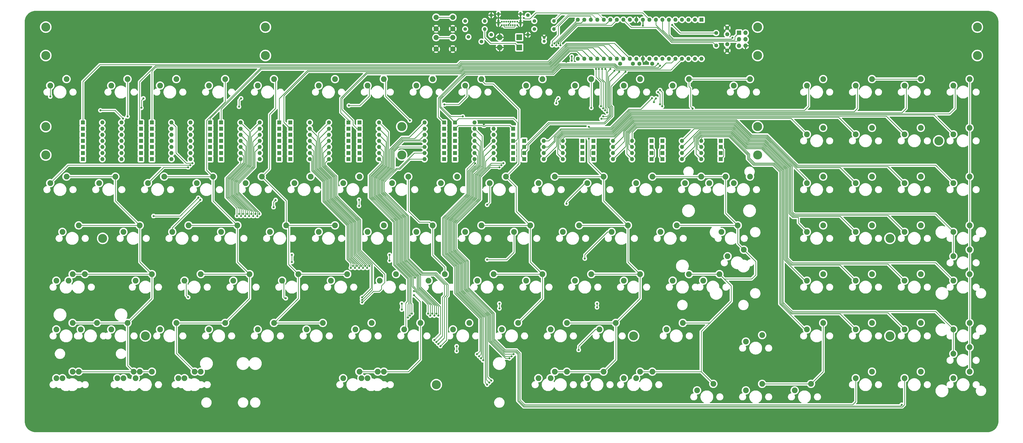
<source format=gbr>
%TF.GenerationSoftware,KiCad,Pcbnew,(6.0.0)*%
%TF.CreationDate,2022-03-02T09:47:07+01:00*%
%TF.ProjectId,pcb,7063622e-6b69-4636-9164-5f7063625858,rev?*%
%TF.SameCoordinates,Original*%
%TF.FileFunction,Copper,L2,Bot*%
%TF.FilePolarity,Positive*%
%FSLAX46Y46*%
G04 Gerber Fmt 4.6, Leading zero omitted, Abs format (unit mm)*
G04 Created by KiCad (PCBNEW (6.0.0)) date 2022-03-02 09:47:07*
%MOMM*%
%LPD*%
G01*
G04 APERTURE LIST*
%TA.AperFunction,ComponentPad*%
%ADD10R,1.600000X1.600000*%
%TD*%
%TA.AperFunction,ComponentPad*%
%ADD11O,1.600000X1.600000*%
%TD*%
%TA.AperFunction,ComponentPad*%
%ADD12C,2.250000*%
%TD*%
%TA.AperFunction,ComponentPad*%
%ADD13C,3.500001*%
%TD*%
%TA.AperFunction,ComponentPad*%
%ADD14C,1.400000*%
%TD*%
%TA.AperFunction,ComponentPad*%
%ADD15O,1.400000X1.400000*%
%TD*%
%TA.AperFunction,ComponentPad*%
%ADD16C,1.500000*%
%TD*%
%TA.AperFunction,ComponentPad*%
%ADD17C,2.000000*%
%TD*%
%TA.AperFunction,ComponentPad*%
%ADD18R,1.700000X1.700000*%
%TD*%
%TA.AperFunction,ComponentPad*%
%ADD19O,1.700000X1.700000*%
%TD*%
%TA.AperFunction,ComponentPad*%
%ADD20C,1.600000*%
%TD*%
%TA.AperFunction,ComponentPad*%
%ADD21R,2.200000X2.200000*%
%TD*%
%TA.AperFunction,ComponentPad*%
%ADD22O,2.200000X2.200000*%
%TD*%
%TA.AperFunction,ComponentPad*%
%ADD23C,0.700000*%
%TD*%
%TA.AperFunction,ComponentPad*%
%ADD24O,0.900000X1.700000*%
%TD*%
%TA.AperFunction,ComponentPad*%
%ADD25O,0.900000X2.400000*%
%TD*%
%TA.AperFunction,ComponentPad*%
%ADD26C,1.200000*%
%TD*%
%TA.AperFunction,ViaPad*%
%ADD27C,0.800000*%
%TD*%
%TA.AperFunction,Conductor*%
%ADD28C,0.250000*%
%TD*%
%TA.AperFunction,Conductor*%
%ADD29C,0.400000*%
%TD*%
%TA.AperFunction,Conductor*%
%ADD30C,0.200000*%
%TD*%
G04 APERTURE END LIST*
D10*
%TO.P,D104,1,K*%
%TO.N,ROW11*%
X289560000Y-182562500D03*
D11*
%TO.P,D104,2,A*%
%TO.N,Net-(D104-Pad2)*%
X281940000Y-182562500D03*
%TD*%
D12*
%TO.P,SW22,1,1*%
%TO.N,Net-(D22-Pad2)*%
X461327500Y-175260000D03*
%TO.P,SW22,2,2*%
%TO.N,COL9*%
X467677500Y-172720000D03*
%TD*%
D13*
%TO.P,MH2,1*%
%TO.N,N/C*%
X259556250Y-273050000D03*
%TD*%
D12*
%TO.P,SW106,1,1*%
%TO.N,Net-(D99-Pad2)*%
X299402500Y-270510000D03*
%TO.P,SW106,2,2*%
%TO.N,COL5*%
X305752500Y-267970000D03*
%TD*%
%TO.P,SW122,1,1*%
%TO.N,Net-(D98-Pad2)*%
X232727500Y-270510000D03*
%TO.P,SW122,2,2*%
%TO.N,COL3*%
X239077500Y-267970000D03*
%TD*%
D10*
%TO.P,D14,1,K*%
%TO.N,ROW0*%
X121602500Y-184943750D03*
D11*
%TO.P,D14,2,A*%
%TO.N,Net-(D14-Pad2)*%
X129222500Y-184943750D03*
%TD*%
D10*
%TO.P,D79,1,K*%
%TO.N,ROW10*%
X262572500Y-182562500D03*
D11*
%TO.P,D79,2,A*%
%TO.N,Net-(D79-Pad2)*%
X254952500Y-182562500D03*
%TD*%
D10*
%TO.P,D75,1,K*%
%TO.N,ROW7*%
X347821250Y-180181250D03*
D11*
%TO.P,D75,2,A*%
%TO.N,Net-(D75-Pad2)*%
X355441250Y-180181250D03*
%TD*%
D10*
%TO.P,D62,1,K*%
%TO.N,ROW8*%
X225266250Y-182562500D03*
D11*
%TO.P,D62,2,A*%
%TO.N,Net-(D62-Pad2)*%
X217646250Y-182562500D03*
%TD*%
D12*
%TO.P,SW48,1,1*%
%TO.N,Net-(D47-Pad2)*%
X213677500Y-213360000D03*
%TO.P,SW48,2,2*%
%TO.N,COL2*%
X220027500Y-210820000D03*
%TD*%
D13*
%TO.P,MH2,1*%
%TO.N,N/C*%
X246062500Y-183356250D03*
%TD*%
D10*
%TO.P,D30,1,K*%
%TO.N,ROW3*%
X148590000Y-175418750D03*
D11*
%TO.P,D30,2,A*%
%TO.N,Net-(D30-Pad2)*%
X156210000Y-175418750D03*
%TD*%
D10*
%TO.P,D22,1,K*%
%TO.N,ROW2*%
X316547500Y-184943750D03*
D11*
%TO.P,D22,2,A*%
%TO.N,Net-(D22-Pad2)*%
X308927500Y-184943750D03*
%TD*%
D13*
%TO.P,MH2,1*%
%TO.N,N/C*%
X470693750Y-144462500D03*
%TD*%
D10*
%TO.P,D31,1,K*%
%TO.N,ROW4*%
X171291250Y-175418750D03*
D11*
%TO.P,D31,2,A*%
%TO.N,Net-(D31-Pad2)*%
X163671250Y-175418750D03*
%TD*%
D13*
%TO.P,MH2,1*%
%TO.N,N/C*%
X107156250Y-183356250D03*
%TD*%
D12*
%TO.P,SW82,1,1*%
%TO.N,Net-(D77-Pad2)*%
X120808750Y-251460000D03*
%TO.P,SW82,2,2*%
%TO.N,COL0*%
X127158750Y-248920000D03*
%TD*%
%TO.P,SW47,1,1*%
%TO.N,Net-(D46-Pad2)*%
X194627500Y-213360000D03*
%TO.P,SW47,2,2*%
%TO.N,COL2*%
X200977500Y-210820000D03*
%TD*%
D14*
%TO.P,R5,1*%
%TO.N,Net-(D109-Pad1)*%
X297815000Y-130968750D03*
D15*
%TO.P,R5,2*%
%TO.N,D+*%
X305435000Y-130968750D03*
%TD*%
D12*
%TO.P,SW49,1,1*%
%TO.N,Net-(D48-Pad2)*%
X232727500Y-213360000D03*
%TO.P,SW49,2,2*%
%TO.N,COL3*%
X239077500Y-210820000D03*
%TD*%
D13*
%TO.P,MH2,1*%
%TO.N,N/C*%
X384968750Y-172243750D03*
%TD*%
D10*
%TO.P,D102,1,K*%
%TO.N,ROW11*%
X289560000Y-180181250D03*
D11*
%TO.P,D102,2,A*%
%TO.N,Net-(D102-Pad2)*%
X281940000Y-180181250D03*
%TD*%
D12*
%TO.P,SW108,1,1*%
%TO.N,Net-(D101-Pad2)*%
X337502500Y-270510000D03*
%TO.P,SW108,2,2*%
%TO.N,COL6*%
X343852500Y-267970000D03*
%TD*%
%TO.P,SW7,1,1*%
%TO.N,Net-(D7-Pad2)*%
X232727500Y-156210000D03*
%TO.P,SW7,2,2*%
%TO.N,COL3*%
X239077500Y-153670000D03*
%TD*%
%TO.P,SW102,1,1*%
%TO.N,Net-(D95-Pad2)*%
X111283750Y-270510000D03*
%TO.P,SW102,2,2*%
%TO.N,COL0*%
X117633750Y-267970000D03*
%TD*%
D10*
%TO.P,D72,1,K*%
%TO.N,ROW8*%
X225266250Y-170656250D03*
D11*
%TO.P,D72,2,A*%
%TO.N,Net-(D72-Pad2)*%
X217646250Y-170656250D03*
%TD*%
D10*
%TO.P,D27,1,K*%
%TO.N,ROW4*%
X171291250Y-180181250D03*
D11*
%TO.P,D27,2,A*%
%TO.N,Net-(D27-Pad2)*%
X163671250Y-180181250D03*
%TD*%
D10*
%TO.P,D1,1,K*%
%TO.N,ROW1*%
X144303750Y-170656250D03*
D11*
%TO.P,D1,2,A*%
%TO.N,Net-(D1-Pad2)*%
X136683750Y-170656250D03*
%TD*%
D12*
%TO.P,SW58,1,1*%
%TO.N,Net-(D57-Pad2)*%
X423227500Y-213360000D03*
%TO.P,SW58,2,2*%
%TO.N,COL8*%
X429577500Y-210820000D03*
%TD*%
D10*
%TO.P,D84,1,K*%
%TO.N,ROW9*%
X229552500Y-184943750D03*
D11*
%TO.P,D84,2,A*%
%TO.N,Net-(D84-Pad2)*%
X237172500Y-184943750D03*
%TD*%
D12*
%TO.P,SW113,1,1*%
%TO.N,Net-(D106-Pad2)*%
X442277500Y-270510000D03*
%TO.P,SW113,2,2*%
%TO.N,COL8*%
X448627500Y-267970000D03*
%TD*%
D10*
%TO.P,D107,1,K*%
%TO.N,ROW12*%
X289560000Y-173037500D03*
D11*
%TO.P,D107,2,A*%
%TO.N,Net-(D107-Pad2)*%
X281940000Y-173037500D03*
%TD*%
D12*
%TO.P,SW61,1,1*%
%TO.N,Net-(D59-Pad2)*%
X461327500Y-222885000D03*
%TO.P,SW61,2,2*%
%TO.N,COL9*%
X467677500Y-220345000D03*
%TD*%
%TO.P,SW5,1,1*%
%TO.N,Net-(D5-Pad2)*%
X189865000Y-156210000D03*
%TO.P,SW5,2,2*%
%TO.N,COL2*%
X196215000Y-153670000D03*
%TD*%
D10*
%TO.P,D3,1,K*%
%TO.N,ROW1*%
X144303750Y-184943750D03*
D11*
%TO.P,D3,2,A*%
%TO.N,Net-(D3-Pad2)*%
X136683750Y-184943750D03*
%TD*%
D12*
%TO.P,SW111,1,1*%
%TO.N,Net-(D104-Pad2)*%
X399415000Y-275272500D03*
%TO.P,SW111,2,2*%
%TO.N,COL7*%
X405765000Y-272732500D03*
%TD*%
D10*
%TO.P,D32,1,K*%
%TO.N,ROW3*%
X148590000Y-177800000D03*
D11*
%TO.P,D32,2,A*%
%TO.N,Net-(D32-Pad2)*%
X156210000Y-177800000D03*
%TD*%
D12*
%TO.P,SW38,1,1*%
%TO.N,Net-(D37-Pad2)*%
X375602500Y-194310000D03*
%TO.P,SW38,2,2*%
%TO.N,COL7*%
X381952500Y-191770000D03*
%TD*%
%TO.P,SW87,1,1*%
%TO.N,Net-(D82-Pad2)*%
X208915000Y-251460000D03*
%TO.P,SW87,2,2*%
%TO.N,COL2*%
X215265000Y-248920000D03*
%TD*%
%TO.P,SW78,1,1*%
%TO.N,Net-(D75-Pad2)*%
X442277500Y-232410000D03*
%TO.P,SW78,2,2*%
%TO.N,COL8*%
X448627500Y-229870000D03*
%TD*%
%TO.P,SW97,1,1*%
%TO.N,Net-(D92-Pad2)*%
X423227500Y-251460000D03*
%TO.P,SW97,2,2*%
%TO.N,COL8*%
X429577500Y-248920000D03*
%TD*%
D14*
%TO.P,R3,1*%
%TO.N,Net-(J1-PadB5)*%
X280987500Y-136366250D03*
D15*
%TO.P,R3,2*%
%TO.N,GND*%
X280987500Y-128746250D03*
%TD*%
D13*
%TO.P,MH2,1*%
%TO.N,N/C*%
X107156250Y-133350000D03*
%TD*%
D10*
%TO.P,D57,1,K*%
%TO.N,ROW6*%
X343535000Y-180181250D03*
D11*
%TO.P,D57,2,A*%
%TO.N,Net-(D57-Pad2)*%
X335915000Y-180181250D03*
%TD*%
D10*
%TO.P,D103,1,K*%
%TO.N,ROW12*%
X266858750Y-177800000D03*
D11*
%TO.P,D103,2,A*%
%TO.N,Net-(D103-Pad2)*%
X274478750Y-177800000D03*
%TD*%
D16*
%TO.P,Y1,1,1*%
%TO.N,Net-(C4-Pad2)*%
X368756250Y-140562500D03*
%TO.P,Y1,2,2*%
%TO.N,Net-(C5-Pad2)*%
X368756250Y-135682500D03*
%TD*%
D12*
%TO.P,SW32,1,1*%
%TO.N,Net-(D31-Pad2)*%
X261302500Y-194310000D03*
%TO.P,SW32,2,2*%
%TO.N,COL4*%
X267652500Y-191770000D03*
%TD*%
%TO.P,SW86,1,1*%
%TO.N,Net-(D81-Pad2)*%
X189865000Y-251460000D03*
%TO.P,SW86,2,2*%
%TO.N,COL2*%
X196215000Y-248920000D03*
%TD*%
D10*
%TO.P,D91,1,K*%
%TO.N,ROW9*%
X370522500Y-177800000D03*
D11*
%TO.P,D91,2,A*%
%TO.N,Net-(D91-Pad2)*%
X362902500Y-177800000D03*
%TD*%
D12*
%TO.P,SW34,1,1*%
%TO.N,Net-(D33-Pad2)*%
X299402500Y-194310000D03*
%TO.P,SW34,2,2*%
%TO.N,COL5*%
X305752500Y-191770000D03*
%TD*%
%TO.P,SW52,1,1*%
%TO.N,Net-(D51-Pad2)*%
X289877500Y-213360000D03*
%TO.P,SW52,2,2*%
%TO.N,COL4*%
X296227500Y-210820000D03*
%TD*%
%TO.P,SW54,1,1*%
%TO.N,Net-(D53-Pad2)*%
X327977500Y-213360000D03*
%TO.P,SW54,2,2*%
%TO.N,COL5*%
X334327500Y-210820000D03*
%TD*%
D10*
%TO.P,D82,1,K*%
%TO.N,ROW9*%
X229552500Y-182562500D03*
D11*
%TO.P,D82,2,A*%
%TO.N,Net-(D82-Pad2)*%
X237172500Y-182562500D03*
%TD*%
D12*
%TO.P,SW20,1,1*%
%TO.N,Net-(D20-Pad2)*%
X423227500Y-175260000D03*
%TO.P,SW20,2,2*%
%TO.N,COL8*%
X429577500Y-172720000D03*
%TD*%
%TO.P,SW15,1,1*%
%TO.N,Net-(D15-Pad2)*%
X404177500Y-156210000D03*
%TO.P,SW15,2,2*%
%TO.N,COL7*%
X410527500Y-153670000D03*
%TD*%
D10*
%TO.P,D12,1,K*%
%TO.N,ROW0*%
X121602500Y-182562500D03*
D11*
%TO.P,D12,2,A*%
%TO.N,Net-(D12-Pad2)*%
X129222500Y-182562500D03*
%TD*%
D12*
%TO.P,SW37,1,1*%
%TO.N,Net-(D36-Pad2)*%
X366077500Y-194310000D03*
%TO.P,SW37,2,2*%
%TO.N,COL6*%
X372427500Y-191770000D03*
%TD*%
D10*
%TO.P,D93,1,K*%
%TO.N,ROW9*%
X370522500Y-182562500D03*
D11*
%TO.P,D93,2,A*%
%TO.N,Net-(D93-Pad2)*%
X362902500Y-182562500D03*
%TD*%
D17*
%TO.P,SW124,1,1*%
%TO.N,GND*%
X265981250Y-134012500D03*
X259481250Y-134012500D03*
%TO.P,SW124,2,2*%
%TO.N,RESET*%
X265981250Y-129512500D03*
X259481250Y-129512500D03*
%TD*%
D12*
%TO.P,SW3,1,1*%
%TO.N,Net-(D3-Pad2)*%
X151765000Y-156210000D03*
%TO.P,SW3,2,2*%
%TO.N,COL1*%
X158115000Y-153670000D03*
%TD*%
D10*
%TO.P,D63,1,K*%
%TO.N,ROW7*%
X202565000Y-182562500D03*
D11*
%TO.P,D63,2,A*%
%TO.N,Net-(D63-Pad2)*%
X210185000Y-182562500D03*
%TD*%
D10*
%TO.P,D86,1,K*%
%TO.N,ROW9*%
X229552500Y-173037500D03*
D11*
%TO.P,D86,2,A*%
%TO.N,Net-(D86-Pad2)*%
X237172500Y-173037500D03*
%TD*%
D12*
%TO.P,SW30,1,1*%
%TO.N,Net-(D29-Pad2)*%
X223202500Y-194310000D03*
%TO.P,SW30,2,2*%
%TO.N,COL3*%
X229552500Y-191770000D03*
%TD*%
D10*
%TO.P,D36,1,K*%
%TO.N,ROW3*%
X148590000Y-182562500D03*
D11*
%TO.P,D36,2,A*%
%TO.N,Net-(D36-Pad2)*%
X156210000Y-182562500D03*
%TD*%
D12*
%TO.P,SW31,1,1*%
%TO.N,Net-(D30-Pad2)*%
X242252500Y-194310000D03*
%TO.P,SW31,2,2*%
%TO.N,COL3*%
X248602500Y-191770000D03*
%TD*%
D10*
%TO.P,D8,1,K*%
%TO.N,ROW0*%
X121602500Y-177800000D03*
D11*
%TO.P,D8,2,A*%
%TO.N,Net-(D8-Pad2)*%
X129222500Y-177800000D03*
%TD*%
D12*
%TO.P,SW69,1,1*%
%TO.N,Net-(D66-Pad2)*%
X237490000Y-232410000D03*
%TO.P,SW69,2,2*%
%TO.N,COL3*%
X243840000Y-229870000D03*
%TD*%
D10*
%TO.P,D21,1,K*%
%TO.N,ROW2*%
X316547500Y-182562500D03*
D11*
%TO.P,D21,2,A*%
%TO.N,Net-(D21-Pad2)*%
X308927500Y-182562500D03*
%TD*%
D10*
%TO.P,D80,1,K*%
%TO.N,ROW9*%
X229552500Y-180181250D03*
D11*
%TO.P,D80,2,A*%
%TO.N,Net-(D80-Pad2)*%
X237172500Y-180181250D03*
%TD*%
D10*
%TO.P,D78,1,K*%
%TO.N,ROW9*%
X229552500Y-177800000D03*
D11*
%TO.P,D78,2,A*%
%TO.N,Net-(D78-Pad2)*%
X237172500Y-177800000D03*
%TD*%
D12*
%TO.P,SW94,1,1*%
%TO.N,Net-(D89-Pad2)*%
X349408750Y-251460000D03*
%TO.P,SW94,2,2*%
%TO.N,COL6*%
X355758750Y-248920000D03*
%TD*%
%TO.P,SW11,1,1*%
%TO.N,Net-(D11-Pad2)*%
X313690000Y-156210000D03*
%TO.P,SW11,2,2*%
%TO.N,COL5*%
X320040000Y-153670000D03*
%TD*%
%TO.P,SW107,1,1*%
%TO.N,Net-(D100-Pad2)*%
X318452500Y-270510000D03*
%TO.P,SW107,2,2*%
%TO.N,COL5*%
X324802500Y-267970000D03*
%TD*%
D10*
%TO.P,D96,1,K*%
%TO.N,ROW11*%
X289560000Y-184943750D03*
D11*
%TO.P,D96,2,A*%
%TO.N,Net-(D96-Pad2)*%
X281940000Y-184943750D03*
%TD*%
D12*
%TO.P,SW116,1,1*%
%TO.N,Net-(D96-Pad2)*%
X137477500Y-270510000D03*
%TO.P,SW116,2,2*%
%TO.N,COL0*%
X143827500Y-267970000D03*
%TD*%
%TO.P,SW95,1,1*%
%TO.N,Net-(D90-Pad2)*%
X380365000Y-256222500D03*
%TO.P,SW95,2,2*%
%TO.N,COL7*%
X386715000Y-253682500D03*
%TD*%
%TO.P,SW51,1,1*%
%TO.N,Net-(D50-Pad2)*%
X270827500Y-213360000D03*
%TO.P,SW51,2,2*%
%TO.N,COL4*%
X277177500Y-210820000D03*
%TD*%
%TO.P,SW45,1,1*%
%TO.N,Net-(D44-Pad2)*%
X156527500Y-213360000D03*
%TO.P,SW45,2,2*%
%TO.N,COL1*%
X162877500Y-210820000D03*
%TD*%
D13*
%TO.P,MH2,1*%
%TO.N,N/C*%
X192881250Y-133350000D03*
%TD*%
D10*
%TO.P,D73,1,K*%
%TO.N,ROW7*%
X347821250Y-184943750D03*
D11*
%TO.P,D73,2,A*%
%TO.N,Net-(D73-Pad2)*%
X355441250Y-184943750D03*
%TD*%
D13*
%TO.P,MH2,1*%
%TO.N,N/C*%
X436562500Y-215900000D03*
%TD*%
D12*
%TO.P,SW14,1,1*%
%TO.N,Net-(D14-Pad2)*%
X375602500Y-156210000D03*
%TO.P,SW14,2,2*%
%TO.N,COL6*%
X381952500Y-153670000D03*
%TD*%
D10*
%TO.P,D88,1,K*%
%TO.N,ROW9*%
X229552500Y-175418750D03*
D11*
%TO.P,D88,2,A*%
%TO.N,Net-(D88-Pad2)*%
X237172500Y-175418750D03*
%TD*%
D12*
%TO.P,SW35,1,1*%
%TO.N,Net-(D34-Pad2)*%
X318452500Y-194310000D03*
%TO.P,SW35,2,2*%
%TO.N,COL5*%
X324802500Y-191770000D03*
%TD*%
%TO.P,SW41,1,1*%
%TO.N,Net-(D40-Pad2)*%
X442277500Y-194310000D03*
%TO.P,SW41,2,2*%
%TO.N,COL8*%
X448627500Y-191770000D03*
%TD*%
D10*
%TO.P,D50,1,K*%
%TO.N,ROW6*%
X198278750Y-175418750D03*
D11*
%TO.P,D50,2,A*%
%TO.N,Net-(D50-Pad2)*%
X190658750Y-175418750D03*
%TD*%
D12*
%TO.P,SW39,1,1*%
%TO.N,Net-(D38-Pad2)*%
X404177500Y-194310000D03*
%TO.P,SW39,2,2*%
%TO.N,COL7*%
X410527500Y-191770000D03*
%TD*%
D18*
%TO.P,J2,1,MISO*%
%TO.N,MISO*%
X377656250Y-135587500D03*
D19*
%TO.P,J2,2,VCC*%
%TO.N,VCC*%
X380196250Y-135587500D03*
%TO.P,J2,3,SCK*%
%TO.N,SCK*%
X377656250Y-138127500D03*
%TO.P,J2,4,MOSI*%
%TO.N,MOSI*%
X380196250Y-138127500D03*
%TO.P,J2,5,~{RST}*%
%TO.N,RESET*%
X377656250Y-140667500D03*
%TO.P,J2,6,GND*%
%TO.N,GND*%
X380196250Y-140667500D03*
%TD*%
D12*
%TO.P,SW85,1,1*%
%TO.N,Net-(D80-Pad2)*%
X170815000Y-251460000D03*
%TO.P,SW85,2,2*%
%TO.N,COL1*%
X177165000Y-248920000D03*
%TD*%
D10*
%TO.P,D83,1,K*%
%TO.N,ROW10*%
X262572500Y-177800000D03*
D11*
%TO.P,D83,2,A*%
%TO.N,Net-(D83-Pad2)*%
X254952500Y-177800000D03*
%TD*%
D12*
%TO.P,SW21,1,1*%
%TO.N,Net-(D21-Pad2)*%
X442277500Y-175260000D03*
%TO.P,SW21,2,2*%
%TO.N,COL8*%
X448627500Y-172720000D03*
%TD*%
D10*
%TO.P,D9,1,K*%
%TO.N,ROW1*%
X144303750Y-177800000D03*
D11*
%TO.P,D9,2,A*%
%TO.N,Net-(D9-Pad2)*%
X136683750Y-177800000D03*
%TD*%
D12*
%TO.P,SW93,1,1*%
%TO.N,Net-(D88-Pad2)*%
X323215000Y-251460000D03*
%TO.P,SW93,2,2*%
%TO.N,COL5*%
X329565000Y-248920000D03*
%TD*%
%TO.P,SW71,1,1*%
%TO.N,Net-(D68-Pad2)*%
X275590000Y-232410000D03*
%TO.P,SW71,2,2*%
%TO.N,COL4*%
X281940000Y-229870000D03*
%TD*%
D10*
%TO.P,D47,1,K*%
%TO.N,ROW5*%
X175577500Y-170656250D03*
D11*
%TO.P,D47,2,A*%
%TO.N,Net-(D47-Pad2)*%
X183197500Y-170656250D03*
%TD*%
D12*
%TO.P,SW121,1,1*%
%TO.N,Net-(D96-Pad2)*%
X142240000Y-270510000D03*
%TO.P,SW121,2,2*%
%TO.N,COL0*%
X148590000Y-267970000D03*
%TD*%
%TO.P,SW6,1,1*%
%TO.N,Net-(D6-Pad2)*%
X213677500Y-156210000D03*
%TO.P,SW6,2,2*%
%TO.N,COL2*%
X220027500Y-153670000D03*
%TD*%
%TO.P,SW33,1,1*%
%TO.N,Net-(D32-Pad2)*%
X280352500Y-194310000D03*
%TO.P,SW33,2,2*%
%TO.N,COL4*%
X286702500Y-191770000D03*
%TD*%
D20*
%TO.P,C4,1*%
%TO.N,GND*%
X373062500Y-142537500D03*
%TO.P,C4,2*%
%TO.N,Net-(C4-Pad2)*%
X373062500Y-140037500D03*
%TD*%
D10*
%TO.P,U1,1,PB0*%
%TO.N,COL9*%
X363056250Y-130487500D03*
D11*
%TO.P,U1,2,PB1*%
%TO.N,COL8*%
X360516250Y-130487500D03*
%TO.P,U1,3,PB2*%
%TO.N,COL7*%
X357976250Y-130487500D03*
%TO.P,U1,4,PB3*%
%TO.N,COL6*%
X355436250Y-130487500D03*
%TO.P,U1,5,PB4*%
%TO.N,COL5*%
X352896250Y-130487500D03*
%TO.P,U1,6,PB5*%
%TO.N,MOSI*%
X350356250Y-130487500D03*
%TO.P,U1,7,PB6*%
%TO.N,MISO*%
X347816250Y-130487500D03*
%TO.P,U1,8,PB7*%
%TO.N,SCK*%
X345276250Y-130487500D03*
%TO.P,U1,9,~{RESET}*%
%TO.N,RESET*%
X342736250Y-130487500D03*
%TO.P,U1,10,VCC*%
%TO.N,VCC*%
X340196250Y-130487500D03*
%TO.P,U1,11,GND*%
%TO.N,GND*%
X337656250Y-130487500D03*
%TO.P,U1,12,XTAL2*%
%TO.N,Net-(C5-Pad2)*%
X335116250Y-130487500D03*
%TO.P,U1,13,XTAL1*%
%TO.N,Net-(C4-Pad2)*%
X332576250Y-130487500D03*
%TO.P,U1,14,PD0*%
%TO.N,COL3*%
X330036250Y-130487500D03*
%TO.P,U1,15,PD1*%
%TO.N,COL2*%
X327496250Y-130487500D03*
%TO.P,U1,16,PD2*%
%TO.N,D+*%
X324956250Y-130487500D03*
%TO.P,U1,17,PD3*%
%TO.N,D-*%
X322416250Y-130487500D03*
%TO.P,U1,18,PD4*%
%TO.N,BOOT*%
X319876250Y-130487500D03*
%TO.P,U1,19,PD5*%
%TO.N,COL1*%
X317336250Y-130487500D03*
%TO.P,U1,20,PD6*%
%TO.N,COL0*%
X314796250Y-130487500D03*
%TO.P,U1,21,PD7*%
%TO.N,COL4*%
X314796250Y-145727500D03*
%TO.P,U1,22,PC0*%
%TO.N,ROW8*%
X317336250Y-145727500D03*
%TO.P,U1,23,PC1*%
%TO.N,ROW7*%
X319876250Y-145727500D03*
%TO.P,U1,24,PC2*%
%TO.N,ROW6*%
X322416250Y-145727500D03*
%TO.P,U1,25,PC3*%
%TO.N,ROW5*%
X324956250Y-145727500D03*
%TO.P,U1,26,PC4*%
%TO.N,ROW4*%
X327496250Y-145727500D03*
%TO.P,U1,27,PC5*%
%TO.N,ROW3*%
X330036250Y-145727500D03*
%TO.P,U1,28,PC6*%
%TO.N,ROW1*%
X332576250Y-145727500D03*
%TO.P,U1,29,PC7*%
%TO.N,ROW0*%
X335116250Y-145727500D03*
%TO.P,U1,30,AVCC*%
%TO.N,VCC*%
X337656250Y-145727500D03*
%TO.P,U1,31,GND*%
%TO.N,GND*%
X340196250Y-145727500D03*
%TO.P,U1,32,AREF*%
%TO.N,unconnected-(U1-Pad32)*%
X342736250Y-145727500D03*
%TO.P,U1,33,PA7*%
%TO.N,ROW2*%
X345276250Y-145727500D03*
%TO.P,U1,34,PA6*%
%TO.N,ROW9*%
X347816250Y-145727500D03*
%TO.P,U1,35,PA5*%
%TO.N,ROW10*%
X350356250Y-145727500D03*
%TO.P,U1,36,PA4*%
%TO.N,ROW11*%
X352896250Y-145727500D03*
%TO.P,U1,37,PA3*%
%TO.N,ROW12*%
X355436250Y-145727500D03*
%TO.P,U1,38,PA2*%
%TO.N,unconnected-(U1-Pad38)*%
X357976250Y-145727500D03*
%TO.P,U1,39,PA1*%
%TO.N,unconnected-(U1-Pad39)*%
X360516250Y-145727500D03*
%TO.P,U1,40,PA0*%
%TO.N,unconnected-(U1-Pad40)*%
X363056250Y-145727500D03*
%TD*%
D12*
%TO.P,SW88,1,1*%
%TO.N,Net-(D83-Pad2)*%
X227965000Y-251460000D03*
%TO.P,SW88,2,2*%
%TO.N,COL3*%
X234315000Y-248920000D03*
%TD*%
D10*
%TO.P,D74,1,K*%
%TO.N,ROW8*%
X347821250Y-182562500D03*
D11*
%TO.P,D74,2,A*%
%TO.N,Net-(D74-Pad2)*%
X355441250Y-182562500D03*
%TD*%
D10*
%TO.P,D4,1,K*%
%TO.N,ROW0*%
X121602500Y-173037500D03*
D11*
%TO.P,D4,2,A*%
%TO.N,Net-(D4-Pad2)*%
X129222500Y-173037500D03*
%TD*%
D12*
%TO.P,SW120,1,1*%
%TO.N,Net-(D101-Pad2)*%
X332740000Y-270510000D03*
%TO.P,SW120,2,2*%
%TO.N,COL6*%
X339090000Y-267970000D03*
%TD*%
%TO.P,SW105,1,1*%
%TO.N,Net-(D98-Pad2)*%
X230346250Y-270510000D03*
%TO.P,SW105,2,2*%
%TO.N,COL3*%
X236696250Y-267970000D03*
%TD*%
%TO.P,SW64,1,1*%
%TO.N,Net-(D61-Pad2)*%
X142240000Y-232410000D03*
%TO.P,SW64,2,2*%
%TO.N,COL0*%
X148590000Y-229870000D03*
%TD*%
%TO.P,SW70,1,1*%
%TO.N,Net-(D67-Pad2)*%
X256540000Y-232410000D03*
%TO.P,SW70,2,2*%
%TO.N,COL3*%
X262890000Y-229870000D03*
%TD*%
D10*
%TO.P,D100,1,K*%
%TO.N,ROW11*%
X289560000Y-177800000D03*
D11*
%TO.P,D100,2,A*%
%TO.N,Net-(D100-Pad2)*%
X281940000Y-177800000D03*
%TD*%
D10*
%TO.P,D65,1,K*%
%TO.N,ROW7*%
X202565000Y-184943750D03*
D11*
%TO.P,D65,2,A*%
%TO.N,Net-(D65-Pad2)*%
X210185000Y-184943750D03*
%TD*%
D12*
%TO.P,SW59,1,1*%
%TO.N,Net-(D58-Pad2)*%
X442277500Y-213360000D03*
%TO.P,SW59,2,2*%
%TO.N,COL8*%
X448627500Y-210820000D03*
%TD*%
%TO.P,SW8,1,1*%
%TO.N,Net-(D8-Pad2)*%
X251777500Y-156210000D03*
%TO.P,SW8,2,2*%
%TO.N,COL3*%
X258127500Y-153670000D03*
%TD*%
D13*
%TO.P,MH2,1*%
%TO.N,N/C*%
X146050000Y-254000000D03*
%TD*%
D12*
%TO.P,SW68,1,1*%
%TO.N,Net-(D65-Pad2)*%
X218440000Y-232410000D03*
%TO.P,SW68,2,2*%
%TO.N,COL2*%
X224790000Y-229870000D03*
%TD*%
D10*
%TO.P,D70,1,K*%
%TO.N,ROW8*%
X225266250Y-173037500D03*
D11*
%TO.P,D70,2,A*%
%TO.N,Net-(D70-Pad2)*%
X217646250Y-173037500D03*
%TD*%
D12*
%TO.P,SW73,1,1*%
%TO.N,Net-(D70-Pad2)*%
X313690000Y-232410000D03*
%TO.P,SW73,2,2*%
%TO.N,COL5*%
X320040000Y-229870000D03*
%TD*%
D21*
%TO.P,D109,1,K*%
%TO.N,Net-(D109-Pad1)*%
X291941250Y-137318750D03*
D22*
%TO.P,D109,2,A*%
%TO.N,GND*%
X284321250Y-137318750D03*
%TD*%
D12*
%TO.P,SW110,1,1*%
%TO.N,Net-(D103-Pad2)*%
X380365000Y-275272500D03*
%TO.P,SW110,2,2*%
%TO.N,COL7*%
X386715000Y-272732500D03*
%TD*%
D14*
%TO.P,R4,1*%
%TO.N,Net-(D108-Pad1)*%
X297815000Y-134143750D03*
D15*
%TO.P,R4,2*%
%TO.N,D-*%
X305435000Y-134143750D03*
%TD*%
D10*
%TO.P,D28,1,K*%
%TO.N,ROW3*%
X148590000Y-173037500D03*
D11*
%TO.P,D28,2,A*%
%TO.N,Net-(D28-Pad2)*%
X156210000Y-173037500D03*
%TD*%
D12*
%TO.P,SW119,1,1*%
%TO.N,Net-(D99-Pad2)*%
X304165000Y-270510000D03*
%TO.P,SW119,2,2*%
%TO.N,COL5*%
X310515000Y-267970000D03*
%TD*%
%TO.P,SW66,1,1*%
%TO.N,Net-(D63-Pad2)*%
X180340000Y-232410000D03*
%TO.P,SW66,2,2*%
%TO.N,COL1*%
X186690000Y-229870000D03*
%TD*%
D10*
%TO.P,D71,1,K*%
%TO.N,ROW7*%
X202565000Y-177800000D03*
D11*
%TO.P,D71,2,A*%
%TO.N,Net-(D71-Pad2)*%
X210185000Y-177800000D03*
%TD*%
D12*
%TO.P,SW53,1,1*%
%TO.N,Net-(D52-Pad2)*%
X308927500Y-213360000D03*
%TO.P,SW53,2,2*%
%TO.N,COL5*%
X315277500Y-210820000D03*
%TD*%
%TO.P,SW80,1,1*%
%TO.N,Net-(D60-Pad2)*%
X111283750Y-232410000D03*
%TO.P,SW80,2,2*%
%TO.N,COL0*%
X117633750Y-229870000D03*
%TD*%
D20*
%TO.P,C3,1*%
%TO.N,VCC*%
X336308129Y-147637500D03*
%TO.P,C3,2*%
%TO.N,GND*%
X331308129Y-147637500D03*
%TD*%
D12*
%TO.P,SW42,1,1*%
%TO.N,Net-(D41-Pad2)*%
X461327500Y-194310000D03*
%TO.P,SW42,2,2*%
%TO.N,COL9*%
X467677500Y-191770000D03*
%TD*%
D10*
%TO.P,D77,1,K*%
%TO.N,ROW10*%
X262572500Y-184943750D03*
D11*
%TO.P,D77,2,A*%
%TO.N,Net-(D77-Pad2)*%
X254952500Y-184943750D03*
%TD*%
D12*
%TO.P,SW18,1,1*%
%TO.N,Net-(D18-Pad2)*%
X461327500Y-156210000D03*
%TO.P,SW18,2,2*%
%TO.N,COL9*%
X467677500Y-153670000D03*
%TD*%
D10*
%TO.P,D40,1,K*%
%TO.N,ROW3*%
X320833750Y-180181250D03*
D11*
%TO.P,D40,2,A*%
%TO.N,Net-(D40-Pad2)*%
X328453750Y-180181250D03*
%TD*%
D12*
%TO.P,SW98,1,1*%
%TO.N,Net-(D93-Pad2)*%
X442277500Y-251460000D03*
%TO.P,SW98,2,2*%
%TO.N,COL8*%
X448627500Y-248920000D03*
%TD*%
D23*
%TO.P,J1,A1,GND*%
%TO.N,GND*%
X291106250Y-132612500D03*
%TO.P,J1,A4,VBUS*%
%TO.N,Net-(F1-Pad1)*%
X290256250Y-132612500D03*
%TO.P,J1,A5,CC1*%
%TO.N,Net-(J1-PadA5)*%
X289406250Y-132612500D03*
%TO.P,J1,A6,D+*%
%TO.N,Net-(D109-Pad1)*%
X288556250Y-132612500D03*
%TO.P,J1,A7,D-*%
%TO.N,Net-(D108-Pad1)*%
X287706250Y-132612500D03*
%TO.P,J1,A8,SBU1*%
%TO.N,unconnected-(J1-PadA8)*%
X286856250Y-132612500D03*
%TO.P,J1,A9,VBUS*%
%TO.N,Net-(F1-Pad1)*%
X286006250Y-132612500D03*
%TO.P,J1,A12,GND*%
%TO.N,GND*%
X285156250Y-132612500D03*
%TO.P,J1,B1,GND*%
X285156250Y-131262500D03*
%TO.P,J1,B4,VBUS*%
%TO.N,Net-(F1-Pad1)*%
X286006250Y-131262500D03*
%TO.P,J1,B5,CC2*%
%TO.N,Net-(J1-PadB5)*%
X286856250Y-131262500D03*
%TO.P,J1,B6,D+*%
%TO.N,Net-(D109-Pad1)*%
X287706250Y-131262500D03*
%TO.P,J1,B7,D-*%
%TO.N,Net-(D108-Pad1)*%
X288556250Y-131262500D03*
%TO.P,J1,B8,SBU2*%
%TO.N,unconnected-(J1-PadB8)*%
X289406250Y-131262500D03*
%TO.P,J1,B9,VBUS*%
%TO.N,Net-(F1-Pad1)*%
X290256250Y-131262500D03*
%TO.P,J1,B12,GND*%
%TO.N,GND*%
X291106250Y-131262500D03*
D24*
%TO.P,J1,S1,SHIELD*%
X283806250Y-128252500D03*
D25*
X283806250Y-131632500D03*
X292456250Y-131632500D03*
D24*
X292456250Y-128252500D03*
%TD*%
D12*
%TO.P,SW77,1,1*%
%TO.N,Net-(D74-Pad2)*%
X423227500Y-232410000D03*
%TO.P,SW77,2,2*%
%TO.N,COL8*%
X429577500Y-229870000D03*
%TD*%
%TO.P,SW76,1,1*%
%TO.N,Net-(D73-Pad2)*%
X404177500Y-232410000D03*
%TO.P,SW76,2,2*%
%TO.N,COL7*%
X410527500Y-229870000D03*
%TD*%
D10*
%TO.P,D5,1,K*%
%TO.N,ROW1*%
X144303750Y-182562500D03*
D11*
%TO.P,D5,2,A*%
%TO.N,Net-(D5-Pad2)*%
X136683750Y-182562500D03*
%TD*%
D12*
%TO.P,SW81,1,1*%
%TO.N,Net-(D55-Pad2)*%
X351790000Y-232410000D03*
%TO.P,SW81,2,2*%
%TO.N,COL6*%
X358140000Y-229870000D03*
%TD*%
D13*
%TO.P,MH2,1*%
%TO.N,N/C*%
X384968750Y-183356250D03*
%TD*%
D12*
%TO.P,SW103,1,1*%
%TO.N,Net-(D96-Pad2)*%
X135096250Y-270510000D03*
%TO.P,SW103,2,2*%
%TO.N,COL0*%
X141446250Y-267970000D03*
%TD*%
D10*
%TO.P,D48,1,K*%
%TO.N,ROW6*%
X198278750Y-177800000D03*
D11*
%TO.P,D48,2,A*%
%TO.N,Net-(D48-Pad2)*%
X190658750Y-177800000D03*
%TD*%
D13*
%TO.P,MH2,1*%
%TO.N,N/C*%
X107156250Y-172243750D03*
%TD*%
D12*
%TO.P,SW27,1,1*%
%TO.N,Net-(D26-Pad2)*%
X166052500Y-194310000D03*
%TO.P,SW27,2,2*%
%TO.N,COL1*%
X172402500Y-191770000D03*
%TD*%
%TO.P,SW13,1,1*%
%TO.N,Net-(D13-Pad2)*%
X351790000Y-156210000D03*
%TO.P,SW13,2,2*%
%TO.N,COL6*%
X358140000Y-153670000D03*
%TD*%
%TO.P,SW60,1,1*%
%TO.N,Net-(D59-Pad2)*%
X461327500Y-213360000D03*
%TO.P,SW60,2,2*%
%TO.N,COL9*%
X467677500Y-210820000D03*
%TD*%
D10*
%TO.P,D6,1,K*%
%TO.N,ROW0*%
X121602500Y-175418750D03*
D11*
%TO.P,D6,2,A*%
%TO.N,Net-(D6-Pad2)*%
X129222500Y-175418750D03*
%TD*%
D10*
%TO.P,D25,1,K*%
%TO.N,ROW4*%
X171291250Y-182562500D03*
D11*
%TO.P,D25,2,A*%
%TO.N,Net-(D25-Pad2)*%
X163671250Y-182562500D03*
%TD*%
D10*
%TO.P,D26,1,K*%
%TO.N,ROW3*%
X148590000Y-170656250D03*
D11*
%TO.P,D26,2,A*%
%TO.N,Net-(D26-Pad2)*%
X156210000Y-170656250D03*
%TD*%
D12*
%TO.P,SW79,1,1*%
%TO.N,Net-(D76-Pad2)*%
X461327500Y-232410000D03*
%TO.P,SW79,2,2*%
%TO.N,COL9*%
X467677500Y-229870000D03*
%TD*%
%TO.P,SW40,1,1*%
%TO.N,Net-(D39-Pad2)*%
X423227500Y-194310000D03*
%TO.P,SW40,2,2*%
%TO.N,COL8*%
X429577500Y-191770000D03*
%TD*%
D10*
%TO.P,D56,1,K*%
%TO.N,ROW5*%
X343535000Y-177800000D03*
D11*
%TO.P,D56,2,A*%
%TO.N,Net-(D56-Pad2)*%
X335915000Y-177800000D03*
%TD*%
D12*
%TO.P,SW92,1,1*%
%TO.N,Net-(D87-Pad2)*%
X304165000Y-251460000D03*
%TO.P,SW92,2,2*%
%TO.N,COL5*%
X310515000Y-248920000D03*
%TD*%
%TO.P,SW83,1,1*%
%TO.N,Net-(D78-Pad2)*%
X132715000Y-251460000D03*
%TO.P,SW83,2,2*%
%TO.N,COL0*%
X139065000Y-248920000D03*
%TD*%
%TO.P,SW36,1,1*%
%TO.N,Net-(D35-Pad2)*%
X337502500Y-194310000D03*
%TO.P,SW36,2,2*%
%TO.N,COL6*%
X343852500Y-191770000D03*
%TD*%
%TO.P,SW1,1,1*%
%TO.N,Net-(D1-Pad2)*%
X108902500Y-156210000D03*
%TO.P,SW1,2,2*%
%TO.N,COL0*%
X115252500Y-153670000D03*
%TD*%
%TO.P,SW10,1,1*%
%TO.N,Net-(D10-Pad2)*%
X294640000Y-156210000D03*
%TO.P,SW10,2,2*%
%TO.N,COL4*%
X300990000Y-153670000D03*
%TD*%
D14*
%TO.P,R1,1*%
%TO.N,Net-(J1-PadA5)*%
X295275000Y-128746250D03*
D15*
%TO.P,R1,2*%
%TO.N,GND*%
X295275000Y-136366250D03*
%TD*%
D10*
%TO.P,D87,1,K*%
%TO.N,ROW10*%
X262572500Y-173037500D03*
D11*
%TO.P,D87,2,A*%
%TO.N,Net-(D87-Pad2)*%
X254952500Y-173037500D03*
%TD*%
D14*
%TO.P,R6,1*%
%TO.N,VCC*%
X270827500Y-130968750D03*
D15*
%TO.P,R6,2*%
%TO.N,RESET*%
X278447500Y-130968750D03*
%TD*%
D10*
%TO.P,D11,1,K*%
%TO.N,ROW1*%
X144303750Y-175418750D03*
D11*
%TO.P,D11,2,A*%
%TO.N,Net-(D11-Pad2)*%
X136683750Y-175418750D03*
%TD*%
D12*
%TO.P,SW2,1,1*%
%TO.N,Net-(D2-Pad2)*%
X132715000Y-156210000D03*
%TO.P,SW2,2,2*%
%TO.N,COL0*%
X139065000Y-153670000D03*
%TD*%
D10*
%TO.P,D29,1,K*%
%TO.N,ROW4*%
X171291250Y-177800000D03*
D11*
%TO.P,D29,2,A*%
%TO.N,Net-(D29-Pad2)*%
X163671250Y-177800000D03*
%TD*%
D17*
%TO.P,SW123,1,1*%
%TO.N,GND*%
X259481250Y-141950000D03*
X265981250Y-141950000D03*
%TO.P,SW123,2,2*%
%TO.N,BOOT*%
X259481250Y-137450000D03*
X265981250Y-137450000D03*
%TD*%
D10*
%TO.P,D92,1,K*%
%TO.N,ROW10*%
X370522500Y-180181250D03*
D11*
%TO.P,D92,2,A*%
%TO.N,Net-(D92-Pad2)*%
X362902500Y-180181250D03*
%TD*%
D12*
%TO.P,SW74,1,1*%
%TO.N,Net-(D71-Pad2)*%
X332740000Y-232410000D03*
%TO.P,SW74,2,2*%
%TO.N,COL5*%
X339090000Y-229870000D03*
%TD*%
D10*
%TO.P,D33,1,K*%
%TO.N,ROW4*%
X171291250Y-173037500D03*
D11*
%TO.P,D33,2,A*%
%TO.N,Net-(D33-Pad2)*%
X163671250Y-173037500D03*
%TD*%
D10*
%TO.P,D81,1,K*%
%TO.N,ROW10*%
X262572500Y-180181250D03*
D11*
%TO.P,D81,2,A*%
%TO.N,Net-(D81-Pad2)*%
X254952500Y-180181250D03*
%TD*%
D10*
%TO.P,D46,1,K*%
%TO.N,ROW6*%
X198278750Y-180181250D03*
D11*
%TO.P,D46,2,A*%
%TO.N,Net-(D46-Pad2)*%
X190658750Y-180181250D03*
%TD*%
D12*
%TO.P,SW62,1,1*%
%TO.N,Net-(D72-Pad2)*%
X373221250Y-222885000D03*
%TO.P,SW62,2,2*%
%TO.N,COL6*%
X379571250Y-220345000D03*
%TD*%
%TO.P,SW28,1,1*%
%TO.N,Net-(D27-Pad2)*%
X185102500Y-194310000D03*
%TO.P,SW28,2,2*%
%TO.N,COL2*%
X191452500Y-191770000D03*
%TD*%
D13*
%TO.P,MH2,1*%
%TO.N,N/C*%
X470693750Y-133350000D03*
%TD*%
D10*
%TO.P,D97,1,K*%
%TO.N,ROW12*%
X266858750Y-182562500D03*
D11*
%TO.P,D97,2,A*%
%TO.N,Net-(D97-Pad2)*%
X274478750Y-182562500D03*
%TD*%
D12*
%TO.P,SW115,1,1*%
%TO.N,Net-(D95-Pad2)*%
X113665000Y-270510000D03*
%TO.P,SW115,2,2*%
%TO.N,COL0*%
X120015000Y-267970000D03*
%TD*%
%TO.P,SW12,1,1*%
%TO.N,Net-(D12-Pad2)*%
X332740000Y-156210000D03*
%TO.P,SW12,2,2*%
%TO.N,COL5*%
X339090000Y-153670000D03*
%TD*%
%TO.P,SW104,1,1*%
%TO.N,Net-(D97-Pad2)*%
X158908750Y-270510000D03*
%TO.P,SW104,2,2*%
%TO.N,COL1*%
X165258750Y-267970000D03*
%TD*%
D14*
%TO.P,F1,1*%
%TO.N,Net-(F1-Pad1)*%
X277187500Y-139012500D03*
%TO.P,F1,2*%
%TO.N,VCC*%
X272087500Y-137212500D03*
%TD*%
D20*
%TO.P,C2,1*%
%TO.N,VCC*%
X338812500Y-147637500D03*
%TO.P,C2,2*%
%TO.N,GND*%
X343812500Y-147637500D03*
%TD*%
D10*
%TO.P,D17,1,K*%
%TO.N,ROW0*%
X293846250Y-182562500D03*
D11*
%TO.P,D17,2,A*%
%TO.N,Net-(D17-Pad2)*%
X301466250Y-182562500D03*
%TD*%
D12*
%TO.P,SW43,1,1*%
%TO.N,Net-(D42-Pad2)*%
X113665000Y-213360000D03*
%TO.P,SW43,2,2*%
%TO.N,COL0*%
X120015000Y-210820000D03*
%TD*%
%TO.P,SW101,1,1*%
%TO.N,Net-(D94-Pad2)*%
X461327500Y-260985000D03*
%TO.P,SW101,2,2*%
%TO.N,COL9*%
X467677500Y-258445000D03*
%TD*%
D10*
%TO.P,D98,1,K*%
%TO.N,ROW12*%
X266858750Y-180181250D03*
D11*
%TO.P,D98,2,A*%
%TO.N,Net-(D98-Pad2)*%
X274478750Y-180181250D03*
%TD*%
D10*
%TO.P,D15,1,K*%
%TO.N,ROW0*%
X293846250Y-177800000D03*
D11*
%TO.P,D15,2,A*%
%TO.N,Net-(D15-Pad2)*%
X301466250Y-177800000D03*
%TD*%
D12*
%TO.P,SW44,1,1*%
%TO.N,Net-(D43-Pad2)*%
X137477500Y-213360000D03*
%TO.P,SW44,2,2*%
%TO.N,COL0*%
X143827500Y-210820000D03*
%TD*%
%TO.P,SW24,1,1*%
%TO.N,Net-(D23-Pad2)*%
X108902500Y-194310000D03*
%TO.P,SW24,2,2*%
%TO.N,COL0*%
X115252500Y-191770000D03*
%TD*%
%TO.P,SW117,1,1*%
%TO.N,Net-(D97-Pad2)*%
X161290000Y-270510000D03*
%TO.P,SW117,2,2*%
%TO.N,COL1*%
X167640000Y-267970000D03*
%TD*%
D13*
%TO.P,MH2,1*%
%TO.N,N/C*%
X384968750Y-133350000D03*
%TD*%
%TO.P,MH2,1*%
%TO.N,N/C*%
X384968750Y-144462500D03*
%TD*%
D10*
%TO.P,D54,1,K*%
%TO.N,ROW6*%
X198278750Y-170656250D03*
D11*
%TO.P,D54,2,A*%
%TO.N,Net-(D54-Pad2)*%
X190658750Y-170656250D03*
%TD*%
D12*
%TO.P,SW89,1,1*%
%TO.N,Net-(D84-Pad2)*%
X247015000Y-251460000D03*
%TO.P,SW89,2,2*%
%TO.N,COL3*%
X253365000Y-248920000D03*
%TD*%
%TO.P,SW67,1,1*%
%TO.N,Net-(D64-Pad2)*%
X199390000Y-232410000D03*
%TO.P,SW67,2,2*%
%TO.N,COL2*%
X205740000Y-229870000D03*
%TD*%
%TO.P,SW17,1,1*%
%TO.N,Net-(D17-Pad2)*%
X442277500Y-156210000D03*
%TO.P,SW17,2,2*%
%TO.N,COL8*%
X448627500Y-153670000D03*
%TD*%
D10*
%TO.P,D51,1,K*%
%TO.N,ROW5*%
X175577500Y-175418750D03*
D11*
%TO.P,D51,2,A*%
%TO.N,Net-(D51-Pad2)*%
X183197500Y-175418750D03*
%TD*%
D12*
%TO.P,SW26,1,1*%
%TO.N,Net-(D25-Pad2)*%
X147002500Y-194310000D03*
%TO.P,SW26,2,2*%
%TO.N,COL1*%
X153352500Y-191770000D03*
%TD*%
D10*
%TO.P,D68,1,K*%
%TO.N,ROW8*%
X225266250Y-175418750D03*
D11*
%TO.P,D68,2,A*%
%TO.N,Net-(D68-Pad2)*%
X217646250Y-175418750D03*
%TD*%
D12*
%TO.P,SW56,1,1*%
%TO.N,Net-(D55-Pad2)*%
X370840000Y-213360000D03*
%TO.P,SW56,2,2*%
%TO.N,COL6*%
X377190000Y-210820000D03*
%TD*%
D10*
%TO.P,D99,1,K*%
%TO.N,ROW12*%
X266858750Y-173037500D03*
D11*
%TO.P,D99,2,A*%
%TO.N,Net-(D99-Pad2)*%
X274478750Y-173037500D03*
%TD*%
D10*
%TO.P,D90,1,K*%
%TO.N,ROW10*%
X229552500Y-170656250D03*
D11*
%TO.P,D90,2,A*%
%TO.N,Net-(D90-Pad2)*%
X237172500Y-170656250D03*
%TD*%
D13*
%TO.P,MH2,1*%
%TO.N,N/C*%
X455612500Y-177800000D03*
%TD*%
D10*
%TO.P,D94,1,K*%
%TO.N,ROW10*%
X370522500Y-184943750D03*
D11*
%TO.P,D94,2,A*%
%TO.N,Net-(D94-Pad2)*%
X362902500Y-184943750D03*
%TD*%
D12*
%TO.P,SW90,1,1*%
%TO.N,Net-(D85-Pad2)*%
X266065000Y-251460000D03*
%TO.P,SW90,2,2*%
%TO.N,COL4*%
X272415000Y-248920000D03*
%TD*%
%TO.P,SW63,1,1*%
%TO.N,Net-(D60-Pad2)*%
X116046250Y-232410000D03*
%TO.P,SW63,2,2*%
%TO.N,COL0*%
X122396250Y-229870000D03*
%TD*%
D10*
%TO.P,D19,1,K*%
%TO.N,ROW2*%
X316547500Y-177800000D03*
D11*
%TO.P,D19,2,A*%
%TO.N,Net-(D19-Pad2)*%
X308927500Y-177800000D03*
%TD*%
D12*
%TO.P,SW19,1,1*%
%TO.N,Net-(D19-Pad2)*%
X404177500Y-175260000D03*
%TO.P,SW19,2,2*%
%TO.N,COL7*%
X410527500Y-172720000D03*
%TD*%
D10*
%TO.P,D95,1,K*%
%TO.N,ROW12*%
X266858750Y-184943750D03*
D11*
%TO.P,D95,2,A*%
%TO.N,Net-(D95-Pad2)*%
X274478750Y-184943750D03*
%TD*%
D12*
%TO.P,SW50,1,1*%
%TO.N,Net-(D49-Pad2)*%
X251777500Y-213360000D03*
%TO.P,SW50,2,2*%
%TO.N,COL3*%
X258127500Y-210820000D03*
%TD*%
D13*
%TO.P,MH2,1*%
%TO.N,N/C*%
X436562500Y-254000000D03*
%TD*%
D10*
%TO.P,D69,1,K*%
%TO.N,ROW7*%
X202565000Y-175418750D03*
D11*
%TO.P,D69,2,A*%
%TO.N,Net-(D69-Pad2)*%
X210185000Y-175418750D03*
%TD*%
D10*
%TO.P,D23,1,K*%
%TO.N,ROW4*%
X171291250Y-184943750D03*
D11*
%TO.P,D23,2,A*%
%TO.N,Net-(D23-Pad2)*%
X163671250Y-184943750D03*
%TD*%
D12*
%TO.P,SW25,1,1*%
%TO.N,Net-(D24-Pad2)*%
X127952500Y-194310000D03*
%TO.P,SW25,2,2*%
%TO.N,COL0*%
X134302500Y-191770000D03*
%TD*%
%TO.P,SW57,1,1*%
%TO.N,Net-(D56-Pad2)*%
X404177500Y-213360000D03*
%TO.P,SW57,2,2*%
%TO.N,COL7*%
X410527500Y-210820000D03*
%TD*%
D10*
%TO.P,D16,1,K*%
%TO.N,ROW1*%
X293846250Y-180181250D03*
D11*
%TO.P,D16,2,A*%
%TO.N,Net-(D16-Pad2)*%
X301466250Y-180181250D03*
%TD*%
D10*
%TO.P,D35,1,K*%
%TO.N,ROW4*%
X171291250Y-170656250D03*
D11*
%TO.P,D35,2,A*%
%TO.N,Net-(D35-Pad2)*%
X163671250Y-170656250D03*
%TD*%
D10*
%TO.P,D64,1,K*%
%TO.N,ROW8*%
X225266250Y-180181250D03*
D11*
%TO.P,D64,2,A*%
%TO.N,Net-(D64-Pad2)*%
X217646250Y-180181250D03*
%TD*%
D10*
%TO.P,D66,1,K*%
%TO.N,ROW8*%
X225266250Y-177800000D03*
D11*
%TO.P,D66,2,A*%
%TO.N,Net-(D66-Pad2)*%
X217646250Y-177800000D03*
%TD*%
D10*
%TO.P,D105,1,K*%
%TO.N,ROW12*%
X289560000Y-175418750D03*
D11*
%TO.P,D105,2,A*%
%TO.N,Net-(D105-Pad2)*%
X281940000Y-175418750D03*
%TD*%
D12*
%TO.P,SW75,1,1*%
%TO.N,Net-(D72-Pad2)*%
X363696250Y-232410000D03*
%TO.P,SW75,2,2*%
%TO.N,COL6*%
X370046250Y-229870000D03*
%TD*%
%TO.P,SW100,1,1*%
%TO.N,Net-(D77-Pad2)*%
X111283750Y-251460000D03*
%TO.P,SW100,2,2*%
%TO.N,COL0*%
X117633750Y-248920000D03*
%TD*%
D10*
%TO.P,D49,1,K*%
%TO.N,ROW5*%
X175577500Y-173037500D03*
D11*
%TO.P,D49,2,A*%
%TO.N,Net-(D49-Pad2)*%
X183197500Y-173037500D03*
%TD*%
D10*
%TO.P,D43,1,K*%
%TO.N,ROW5*%
X175577500Y-184943750D03*
D11*
%TO.P,D43,2,A*%
%TO.N,Net-(D43-Pad2)*%
X183197500Y-184943750D03*
%TD*%
D10*
%TO.P,D58,1,K*%
%TO.N,ROW5*%
X343535000Y-182562500D03*
D11*
%TO.P,D58,2,A*%
%TO.N,Net-(D58-Pad2)*%
X335915000Y-182562500D03*
%TD*%
D21*
%TO.P,D108,1,K*%
%TO.N,Net-(D108-Pad1)*%
X291941250Y-141287500D03*
D22*
%TO.P,D108,2,A*%
%TO.N,GND*%
X284321250Y-141287500D03*
%TD*%
D13*
%TO.P,MH2,1*%
%TO.N,N/C*%
X192881250Y-144462500D03*
%TD*%
D10*
%TO.P,D7,1,K*%
%TO.N,ROW1*%
X144303750Y-180181250D03*
D11*
%TO.P,D7,2,A*%
%TO.N,Net-(D7-Pad2)*%
X136683750Y-180181250D03*
%TD*%
D10*
%TO.P,D45,1,K*%
%TO.N,ROW5*%
X175577500Y-182562500D03*
D11*
%TO.P,D45,2,A*%
%TO.N,Net-(D45-Pad2)*%
X183197500Y-182562500D03*
%TD*%
D10*
%TO.P,D42,1,K*%
%TO.N,ROW6*%
X198278750Y-182562500D03*
D11*
%TO.P,D42,2,A*%
%TO.N,Net-(D42-Pad2)*%
X190658750Y-182562500D03*
%TD*%
D10*
%TO.P,D38,1,K*%
%TO.N,ROW3*%
X320833750Y-184943750D03*
D11*
%TO.P,D38,2,A*%
%TO.N,Net-(D38-Pad2)*%
X328453750Y-184943750D03*
%TD*%
D10*
%TO.P,D59,1,K*%
%TO.N,ROW6*%
X343535000Y-184943750D03*
D11*
%TO.P,D59,2,A*%
%TO.N,Net-(D59-Pad2)*%
X335915000Y-184943750D03*
%TD*%
D12*
%TO.P,SW118,1,1*%
%TO.N,Net-(D98-Pad2)*%
X223202500Y-270510000D03*
%TO.P,SW118,2,2*%
%TO.N,COL3*%
X229552500Y-267970000D03*
%TD*%
D10*
%TO.P,D55,1,K*%
%TO.N,ROW5*%
X175577500Y-180181250D03*
D11*
%TO.P,D55,2,A*%
%TO.N,Net-(D55-Pad2)*%
X183197500Y-180181250D03*
%TD*%
D12*
%TO.P,SW16,1,1*%
%TO.N,Net-(D16-Pad2)*%
X423227500Y-156210000D03*
%TO.P,SW16,2,2*%
%TO.N,COL8*%
X429577500Y-153670000D03*
%TD*%
%TO.P,SW4,1,1*%
%TO.N,Net-(D4-Pad2)*%
X170815000Y-156210000D03*
%TO.P,SW4,2,2*%
%TO.N,COL1*%
X177165000Y-153670000D03*
%TD*%
%TO.P,SW91,1,1*%
%TO.N,Net-(D86-Pad2)*%
X285115000Y-251460000D03*
%TO.P,SW91,2,2*%
%TO.N,COL4*%
X291465000Y-248920000D03*
%TD*%
D13*
%TO.P,MH2,1*%
%TO.N,N/C*%
X336550000Y-254000000D03*
%TD*%
D12*
%TO.P,SW65,1,1*%
%TO.N,Net-(D62-Pad2)*%
X161290000Y-232410000D03*
%TO.P,SW65,2,2*%
%TO.N,COL1*%
X167640000Y-229870000D03*
%TD*%
D13*
%TO.P,MH2,1*%
%TO.N,N/C*%
X246062500Y-172243750D03*
%TD*%
D10*
%TO.P,D10,1,K*%
%TO.N,ROW0*%
X121602500Y-180181250D03*
D11*
%TO.P,D10,2,A*%
%TO.N,Net-(D10-Pad2)*%
X129222500Y-180181250D03*
%TD*%
D13*
%TO.P,MH2,1*%
%TO.N,N/C*%
X129381250Y-215900000D03*
%TD*%
D10*
%TO.P,D101,1,K*%
%TO.N,ROW12*%
X266858750Y-175418750D03*
D11*
%TO.P,D101,2,A*%
%TO.N,Net-(D101-Pad2)*%
X274478750Y-175418750D03*
%TD*%
D12*
%TO.P,SW112,1,1*%
%TO.N,Net-(D105-Pad2)*%
X423227500Y-270510000D03*
%TO.P,SW112,2,2*%
%TO.N,COL8*%
X429577500Y-267970000D03*
%TD*%
%TO.P,SW46,1,1*%
%TO.N,Net-(D45-Pad2)*%
X175577500Y-213360000D03*
%TO.P,SW46,2,2*%
%TO.N,COL1*%
X181927500Y-210820000D03*
%TD*%
%TO.P,SW114,1,1*%
%TO.N,Net-(D107-Pad2)*%
X461327500Y-270510000D03*
%TO.P,SW114,2,2*%
%TO.N,COL9*%
X467677500Y-267970000D03*
%TD*%
%TO.P,SW72,1,1*%
%TO.N,Net-(D69-Pad2)*%
X294640000Y-232410000D03*
%TO.P,SW72,2,2*%
%TO.N,COL4*%
X300990000Y-229870000D03*
%TD*%
D10*
%TO.P,D52,1,K*%
%TO.N,ROW6*%
X198278750Y-173037500D03*
D11*
%TO.P,D52,2,A*%
%TO.N,Net-(D52-Pad2)*%
X190658750Y-173037500D03*
%TD*%
D12*
%TO.P,SW9,1,1*%
%TO.N,Net-(D9-Pad2)*%
X270827500Y-156210000D03*
%TO.P,SW9,2,2*%
%TO.N,COL4*%
X277177500Y-153670000D03*
%TD*%
D10*
%TO.P,D20,1,K*%
%TO.N,ROW2*%
X316547500Y-180181250D03*
D11*
%TO.P,D20,2,A*%
%TO.N,Net-(D20-Pad2)*%
X308927500Y-180181250D03*
%TD*%
D10*
%TO.P,D53,1,K*%
%TO.N,ROW5*%
X175577500Y-177800000D03*
D11*
%TO.P,D53,2,A*%
%TO.N,Net-(D53-Pad2)*%
X183197500Y-177800000D03*
%TD*%
D10*
%TO.P,D106,1,K*%
%TO.N,ROW11*%
X266858750Y-170656250D03*
D11*
%TO.P,D106,2,A*%
%TO.N,Net-(D106-Pad2)*%
X274478750Y-170656250D03*
%TD*%
D10*
%TO.P,D34,1,K*%
%TO.N,ROW3*%
X148590000Y-180181250D03*
D11*
%TO.P,D34,2,A*%
%TO.N,Net-(D34-Pad2)*%
X156210000Y-180181250D03*
%TD*%
D20*
%TO.P,C5,1*%
%TO.N,GND*%
X373062500Y-133687500D03*
%TO.P,C5,2*%
%TO.N,Net-(C5-Pad2)*%
X373062500Y-136187500D03*
%TD*%
D10*
%TO.P,D60,1,K*%
%TO.N,ROW8*%
X225266250Y-184943750D03*
D11*
%TO.P,D60,2,A*%
%TO.N,Net-(D60-Pad2)*%
X217646250Y-184943750D03*
%TD*%
D10*
%TO.P,D18,1,K*%
%TO.N,ROW1*%
X293846250Y-184943750D03*
D11*
%TO.P,D18,2,A*%
%TO.N,Net-(D18-Pad2)*%
X301466250Y-184943750D03*
%TD*%
D12*
%TO.P,SW23,1,1*%
%TO.N,Net-(D36-Pad2)*%
X356552500Y-194310000D03*
%TO.P,SW23,2,2*%
%TO.N,COL6*%
X362902500Y-191770000D03*
%TD*%
D10*
%TO.P,D76,1,K*%
%TO.N,ROW8*%
X347821250Y-177800000D03*
D11*
%TO.P,D76,2,A*%
%TO.N,Net-(D76-Pad2)*%
X355441250Y-177800000D03*
%TD*%
D10*
%TO.P,D24,1,K*%
%TO.N,ROW3*%
X148590000Y-184943750D03*
D11*
%TO.P,D24,2,A*%
%TO.N,Net-(D24-Pad2)*%
X156210000Y-184943750D03*
%TD*%
D26*
%TO.P,C1,1*%
%TO.N,VCC*%
X301625000Y-138906250D03*
%TO.P,C1,2*%
%TO.N,GND*%
X301625000Y-137406250D03*
%TD*%
D10*
%TO.P,D41,1,K*%
%TO.N,ROW4*%
X320833750Y-177800000D03*
D11*
%TO.P,D41,2,A*%
%TO.N,Net-(D41-Pad2)*%
X328453750Y-177800000D03*
%TD*%
D10*
%TO.P,D39,1,K*%
%TO.N,ROW4*%
X320833750Y-182562500D03*
D11*
%TO.P,D39,2,A*%
%TO.N,Net-(D39-Pad2)*%
X328453750Y-182562500D03*
%TD*%
D12*
%TO.P,SW109,1,1*%
%TO.N,Net-(D102-Pad2)*%
X361315000Y-275272500D03*
%TO.P,SW109,2,2*%
%TO.N,COL6*%
X367665000Y-272732500D03*
%TD*%
D10*
%TO.P,D44,1,K*%
%TO.N,ROW6*%
X198278750Y-184943750D03*
D11*
%TO.P,D44,2,A*%
%TO.N,Net-(D44-Pad2)*%
X190658750Y-184943750D03*
%TD*%
D14*
%TO.P,R2,1*%
%TO.N,VCC*%
X270827500Y-134143750D03*
D15*
%TO.P,R2,2*%
%TO.N,Net-(D108-Pad1)*%
X278447500Y-134143750D03*
%TD*%
D12*
%TO.P,SW55,1,1*%
%TO.N,Net-(D54-Pad2)*%
X347027500Y-213360000D03*
%TO.P,SW55,2,2*%
%TO.N,COL6*%
X353377500Y-210820000D03*
%TD*%
D13*
%TO.P,MH2,1*%
%TO.N,N/C*%
X107156250Y-144462500D03*
%TD*%
D10*
%TO.P,D2,1,K*%
%TO.N,ROW0*%
X121602500Y-170656250D03*
D11*
%TO.P,D2,2,A*%
%TO.N,Net-(D2-Pad2)*%
X129222500Y-170656250D03*
%TD*%
D10*
%TO.P,D85,1,K*%
%TO.N,ROW10*%
X262572500Y-175418750D03*
D11*
%TO.P,D85,2,A*%
%TO.N,Net-(D85-Pad2)*%
X254952500Y-175418750D03*
%TD*%
D12*
%TO.P,SW96,1,1*%
%TO.N,Net-(D91-Pad2)*%
X404177500Y-251460000D03*
%TO.P,SW96,2,2*%
%TO.N,COL7*%
X410527500Y-248920000D03*
%TD*%
%TO.P,SW29,1,1*%
%TO.N,Net-(D28-Pad2)*%
X204152500Y-194310000D03*
%TO.P,SW29,2,2*%
%TO.N,COL2*%
X210502500Y-191770000D03*
%TD*%
D10*
%TO.P,D89,1,K*%
%TO.N,ROW10*%
X262572500Y-170656250D03*
D11*
%TO.P,D89,2,A*%
%TO.N,Net-(D89-Pad2)*%
X254952500Y-170656250D03*
%TD*%
D12*
%TO.P,SW99,1,1*%
%TO.N,Net-(D94-Pad2)*%
X461327500Y-251460000D03*
%TO.P,SW99,2,2*%
%TO.N,COL9*%
X467677500Y-248920000D03*
%TD*%
D10*
%TO.P,D37,1,K*%
%TO.N,ROW4*%
X202565000Y-170656250D03*
D11*
%TO.P,D37,2,A*%
%TO.N,Net-(D37-Pad2)*%
X210185000Y-170656250D03*
%TD*%
D10*
%TO.P,D61,1,K*%
%TO.N,ROW7*%
X202565000Y-180181250D03*
D11*
%TO.P,D61,2,A*%
%TO.N,Net-(D61-Pad2)*%
X210185000Y-180181250D03*
%TD*%
D12*
%TO.P,SW84,1,1*%
%TO.N,Net-(D79-Pad2)*%
X151765000Y-251460000D03*
%TO.P,SW84,2,2*%
%TO.N,COL1*%
X158115000Y-248920000D03*
%TD*%
D10*
%TO.P,D13,1,K*%
%TO.N,ROW1*%
X144303750Y-173037500D03*
D11*
%TO.P,D13,2,A*%
%TO.N,Net-(D13-Pad2)*%
X136683750Y-173037500D03*
%TD*%
D10*
%TO.P,D67,1,K*%
%TO.N,ROW7*%
X202565000Y-173037500D03*
D11*
%TO.P,D67,2,A*%
%TO.N,Net-(D67-Pad2)*%
X210185000Y-173037500D03*
%TD*%
D27*
%TO.N,Net-(D89-Pad2)*%
X258762500Y-246062500D03*
%TO.N,VCC*%
X312420000Y-144780000D03*
X312420000Y-146452000D03*
X340206981Y-132743687D03*
%TO.N,ROW9*%
X346868750Y-163512500D03*
X346075000Y-158750000D03*
X346075000Y-147637500D03*
%TO.N,ROW8*%
X321879069Y-149710560D03*
X323850000Y-164306250D03*
%TO.N,ROW7*%
X323003296Y-149710560D03*
X324643750Y-165100000D03*
%TO.N,ROW6*%
X325437500Y-165893750D03*
X324231750Y-149710560D03*
%TO.N,ROW5*%
X326231250Y-166687500D03*
X325550000Y-149710560D03*
%TO.N,ROW4*%
X327450000Y-149710560D03*
X324643750Y-168275000D03*
%TO.N,ROW3*%
X329052168Y-150373918D03*
X323965424Y-169184174D03*
%TO.N,ROW2*%
X343693750Y-161131250D03*
X319087500Y-172341360D03*
%TO.N,ROW12*%
X269875000Y-168275000D03*
%TO.N,ROW10*%
X346868750Y-148431250D03*
X346868750Y-157956250D03*
X347662500Y-164306250D03*
%TO.N,ROW1*%
X330980000Y-150835071D03*
%TO.N,ROW0*%
X333360000Y-150835071D03*
%TO.N,RESET*%
X293723202Y-129813133D03*
%TO.N,Net-(D99-Pad2)*%
X280987500Y-271462500D03*
%TO.N,Net-(D98-Pad2)*%
X277812500Y-263525000D03*
%TO.N,Net-(D97-Pad2)*%
X277018750Y-262731250D03*
%TO.N,Net-(D96-Pad2)*%
X274752924Y-186646674D03*
X276225000Y-261937500D03*
%TO.N,Net-(D95-Pad2)*%
X275431250Y-261143750D03*
%TO.N,Net-(D90-Pad2)*%
X256381250Y-245268750D03*
X250856111Y-236506389D03*
X251281519Y-231254707D03*
%TO.N,Net-(D9-Pad2)*%
X262731250Y-163548540D03*
%TO.N,Net-(D88-Pad2)*%
X315118750Y-259487000D03*
X257175000Y-246062500D03*
%TO.N,Net-(D87-Pad2)*%
X259556250Y-245268750D03*
%TO.N,Net-(D86-Pad2)*%
X267493750Y-258038000D03*
X267493750Y-259936520D03*
X257968750Y-245268750D03*
%TO.N,Net-(D85-Pad2)*%
X260350000Y-246062500D03*
%TO.N,Net-(D83-Pad2)*%
X258762500Y-255587500D03*
%TO.N,Net-(D82-Pad2)*%
X248443750Y-246856250D03*
%TO.N,Net-(D81-Pad2)*%
X259556250Y-256381250D03*
%TO.N,Net-(D80-Pad2)*%
X249237500Y-246062500D03*
%TO.N,Net-(D79-Pad2)*%
X260350000Y-257175000D03*
%TO.N,Net-(D78-Pad2)*%
X250031250Y-245268750D03*
%TO.N,Net-(D77-Pad2)*%
X261143750Y-257968750D03*
%TO.N,Net-(D72-Pad2)*%
X230981250Y-227423633D03*
%TO.N,Net-(D71-Pad2)*%
X228600000Y-226629883D03*
X322262500Y-242818250D03*
X322262500Y-241369250D03*
%TO.N,Net-(D70-Pad2)*%
X231775000Y-226629883D03*
%TO.N,Net-(D7-Pad2)*%
X225425000Y-163998060D03*
%TO.N,Net-(D69-Pad2)*%
X284162500Y-241369250D03*
X229393750Y-227423633D03*
X284162500Y-243267770D03*
%TO.N,Net-(D68-Pad2)*%
X232568750Y-227423633D03*
%TO.N,Net-(D67-Pad2)*%
X246062500Y-241369250D03*
X246062500Y-243717290D03*
X230187500Y-226629883D03*
%TO.N,Net-(D66-Pad2)*%
X233362500Y-226629883D03*
%TO.N,Net-(D65-Pad2)*%
X226218750Y-227423633D03*
%TO.N,Net-(D64-Pad2)*%
X230600980Y-238918750D03*
X200818750Y-239299020D03*
%TO.N,Net-(D63-Pad2)*%
X227012500Y-226629883D03*
%TO.N,Net-(D62-Pad2)*%
X162718750Y-238849500D03*
X230600980Y-239918253D03*
%TO.N,Net-(D61-Pad2)*%
X227806250Y-227423633D03*
%TO.N,Net-(D60-Pad2)*%
X230604262Y-240919365D03*
%TO.N,Net-(D55-Pad2)*%
X183356250Y-207168750D03*
%TO.N,Net-(D54-Pad2)*%
X187325000Y-206375000D03*
%TO.N,Net-(D53-Pad2)*%
X317500000Y-223768250D03*
X184150000Y-206375000D03*
%TO.N,Net-(D52-Pad2)*%
X188118750Y-207168750D03*
%TO.N,Net-(D51-Pad2)*%
X184973012Y-207168750D03*
X279400000Y-224217770D03*
%TO.N,Net-(D50-Pad2)*%
X188912500Y-206375000D03*
%TO.N,Net-(D5-Pad2)*%
X183356250Y-161200500D03*
X182562500Y-164447580D03*
%TO.N,Net-(D49-Pad2)*%
X241300000Y-224667290D03*
X185737500Y-206375000D03*
X241300000Y-222319250D03*
%TO.N,Net-(D48-Pad2)*%
X189706250Y-207168750D03*
%TO.N,Net-(D47-Pad2)*%
X203200000Y-225116810D03*
X203200000Y-222319250D03*
X186531250Y-207168750D03*
%TO.N,Net-(D46-Pad2)*%
X190500000Y-206375000D03*
%TO.N,Net-(D45-Pad2)*%
X182562500Y-206375000D03*
%TO.N,Net-(D44-Pad2)*%
X167481250Y-200818750D03*
%TO.N,Net-(D43-Pad2)*%
X181768750Y-207168750D03*
%TO.N,Net-(D42-Pad2)*%
X166687500Y-200025000D03*
X149225000Y-207168750D03*
%TO.N,Net-(D34-Pad2)*%
X310356250Y-202337000D03*
%TO.N,Net-(D32-Pad2)*%
X279400000Y-202786520D03*
%TO.N,Net-(D30-Pad2)*%
X229393750Y-203200000D03*
X229393750Y-200818750D03*
%TO.N,Net-(D3-Pad2)*%
X144462500Y-164897100D03*
X145256250Y-161200500D03*
%TO.N,Net-(D28-Pad2)*%
X196850000Y-200888000D03*
X196056250Y-203685560D03*
%TO.N,Net-(D26-Pad2)*%
X164395750Y-186531250D03*
%TO.N,Net-(D25-Pad2)*%
X162718750Y-188118750D03*
%TO.N,Net-(D23-Pad2)*%
X163512500Y-187325000D03*
%TO.N,Net-(D13-Pad2)*%
X344499187Y-162649500D03*
X345281250Y-161200500D03*
%TO.N,Net-(D11-Pad2)*%
X307181250Y-161200500D03*
X306387500Y-163099020D03*
%TO.N,Net-(D107-Pad2)*%
X441174951Y-280906701D03*
X284956250Y-187325000D03*
%TO.N,Net-(D106-Pad2)*%
X285750000Y-186531250D03*
%TO.N,Net-(D105-Pad2)*%
X284162500Y-188118750D03*
%TO.N,Net-(D104-Pad2)*%
X289718750Y-261143750D03*
%TO.N,Net-(D103-Pad2)*%
X279400000Y-273050000D03*
%TO.N,Net-(D102-Pad2)*%
X288925000Y-261937500D03*
%TO.N,Net-(D101-Pad2)*%
X280193750Y-272256250D03*
%TO.N,Net-(D100-Pad2)*%
X288131250Y-262731250D03*
%TO.N,Net-(D1-Pad2)*%
X137318750Y-169068750D03*
X128498000Y-165893750D03*
X108902500Y-160496250D03*
%TO.N,Net-(C5-Pad2)*%
X351631250Y-132556250D03*
%TO.N,MOSI*%
X375168985Y-137536427D03*
%TO.N,GND*%
X236220000Y-229870000D03*
X279400000Y-175260000D03*
X275590000Y-167640000D03*
X127000000Y-139700000D03*
X347980000Y-142240000D03*
X244852590Y-186473383D03*
X278130000Y-171450000D03*
X319644854Y-150376307D03*
X248509768Y-181621500D03*
X259080000Y-232410000D03*
X328930000Y-137160000D03*
X285750000Y-170180000D03*
X322580000Y-166370000D03*
X310202521Y-132765550D03*
X245110000Y-232410000D03*
X256540000Y-227330000D03*
X340360000Y-173990000D03*
X163299350Y-194697230D03*
X251460000Y-219710000D03*
X231114596Y-261571596D03*
X297180000Y-170180000D03*
X300990000Y-142240000D03*
X247650000Y-179166807D03*
X310310256Y-146889743D03*
X260350000Y-240030000D03*
X228600000Y-139700000D03*
X376132833Y-130964309D03*
%TO.N,COL6*%
X359568750Y-165169250D03*
%TO.N,COL5*%
X319087500Y-177006250D03*
X320040000Y-164941250D03*
%TO.N,COL3*%
X249237500Y-169862500D03*
X250825000Y-238125000D03*
X307975000Y-140493750D03*
%TO.N,COL2*%
X307209783Y-139734283D03*
%TO.N,COL1*%
X306387500Y-140493750D03*
%TO.N,COL0*%
X139064789Y-168266352D03*
X305593750Y-139705750D03*
%TO.N,BOOT*%
X304763592Y-140457342D03*
%TD*%
D28*
%TO.N,Net-(D89-Pad2)*%
X236509140Y-196084610D02*
X236509140Y-192755168D01*
X248998560Y-176451440D02*
X254793750Y-170656250D01*
X236509140Y-196084610D02*
X236509140Y-197927866D01*
X241300000Y-185420000D02*
X241300000Y-181210157D01*
X241300000Y-181210157D02*
X246058717Y-176451440D01*
X236509140Y-198721617D02*
X246032345Y-208244823D01*
X258762500Y-242116746D02*
X258762500Y-246062500D01*
X252006019Y-230890835D02*
X252006019Y-235360264D01*
X252006019Y-235360264D02*
X258762500Y-242116746D01*
X236509140Y-192755168D02*
X241299999Y-187964304D01*
X254793750Y-170656250D02*
X254952500Y-170656250D01*
X246032345Y-224917159D02*
X252006019Y-230890835D01*
X246058717Y-176451440D02*
X248998560Y-176451440D01*
X246032345Y-208244823D02*
X246032345Y-209580155D01*
X246032345Y-209580155D02*
X246032345Y-224917159D01*
X241299999Y-187964304D02*
X241300000Y-185420000D01*
X236509140Y-196084610D02*
X236509140Y-198721617D01*
D29*
%TO.N,VCC*%
X312420000Y-146050000D02*
X312420000Y-146452000D01*
X340206981Y-130498231D02*
X340196250Y-130487500D01*
X340206981Y-132743687D02*
X340206981Y-130498231D01*
X312420000Y-144780000D02*
X312420000Y-146050000D01*
D28*
%TO.N,SCK*%
X351631250Y-138906250D02*
X345276250Y-132551250D01*
X345276250Y-132551250D02*
X345276250Y-130487500D01*
X376877500Y-138906250D02*
X351631250Y-138906250D01*
X377656250Y-138127500D02*
X376877500Y-138906250D01*
%TO.N,ROW9*%
X329247500Y-147637500D02*
X330372011Y-148762011D01*
X304693821Y-150448171D02*
X307504492Y-147637500D01*
X330372011Y-148762011D02*
X344877658Y-148762011D01*
X346868750Y-159543750D02*
X346075000Y-158750000D01*
X270397362Y-150448171D02*
X304693821Y-150448171D01*
X229552500Y-173037500D02*
X228600000Y-173037500D01*
X346868750Y-163512500D02*
X346868750Y-159543750D01*
X227012500Y-169862500D02*
X222699520Y-165549520D01*
X227012500Y-171450000D02*
X227012500Y-169862500D01*
X344877658Y-148762011D02*
X346002169Y-147637500D01*
X222699520Y-161317448D02*
X232410718Y-151606250D01*
X228600000Y-173037500D02*
X227012500Y-171450000D01*
X346002169Y-147637500D02*
X346075000Y-147637500D01*
X269239282Y-151606250D02*
X270397362Y-150448171D01*
X232410718Y-151606250D02*
X269239282Y-151606250D01*
X307504492Y-147637500D02*
X329247500Y-147637500D01*
X222699520Y-165549520D02*
X222699520Y-161317448D01*
%TO.N,ROW8*%
X321879069Y-149710560D02*
X321879069Y-152810319D01*
X225266250Y-169703750D02*
X225266250Y-170656250D01*
X222250000Y-166687500D02*
X225266250Y-169703750D01*
X317336250Y-145727500D02*
X314455390Y-142846640D01*
X321879069Y-152810319D02*
X323850000Y-154781250D01*
X269053085Y-151156730D02*
X232224520Y-151156730D01*
X222250000Y-161131250D02*
X222250000Y-166687500D01*
X305437513Y-149068763D02*
X305040637Y-149465638D01*
X232224520Y-151156730D02*
X222250000Y-161131250D01*
X305834388Y-148671888D02*
X305437513Y-149068763D01*
X304507625Y-149998651D02*
X270211164Y-149998651D01*
X270211164Y-149998651D02*
X269053085Y-151156730D01*
X314455390Y-142846640D02*
X311659636Y-142846640D01*
X311659636Y-142846640D02*
X305834388Y-148671888D01*
X305437513Y-149068763D02*
X304507625Y-149998651D01*
X323850000Y-154781250D02*
X323850000Y-164306250D01*
%TO.N,ROW7*%
X202565000Y-173037500D02*
X200025000Y-170497500D01*
X200025000Y-170497500D02*
X200025000Y-160179468D01*
X268866887Y-150707210D02*
X270024967Y-149549131D01*
X346696739Y-181305761D02*
X347821250Y-180181250D01*
X346696739Y-183819239D02*
X346696739Y-181305761D01*
X209497258Y-150707210D02*
X268866887Y-150707210D01*
X347821250Y-184943750D02*
X346696739Y-183819239D01*
X323003296Y-153140796D02*
X324643750Y-154781250D01*
X324643750Y-154781250D02*
X324643750Y-165100000D01*
X316545870Y-142397120D02*
X319876250Y-145727500D01*
X200025000Y-160179468D02*
X209497258Y-150707210D01*
X304321427Y-149549131D02*
X311473438Y-142397120D01*
X311473438Y-142397120D02*
X316545870Y-142397120D01*
X323003296Y-149710560D02*
X323003296Y-153140796D01*
X270024967Y-149549131D02*
X304321427Y-149549131D01*
%TO.N,ROW6*%
X268680690Y-150257690D02*
X209311060Y-150257690D01*
X318636350Y-141947600D02*
X311287240Y-141947600D01*
X344659511Y-183819239D02*
X343535000Y-184943750D01*
X344659511Y-181305761D02*
X344659511Y-183819239D01*
X325437500Y-154939282D02*
X325437500Y-165893750D01*
X322416250Y-145727500D02*
X318636350Y-141947600D01*
X324231750Y-153733532D02*
X325437500Y-154939282D01*
X343535000Y-180181250D02*
X344659511Y-181305761D01*
X304135229Y-149099611D02*
X269838769Y-149099611D01*
X209311060Y-150257690D02*
X198278750Y-161290000D01*
X324231750Y-149710560D02*
X324231750Y-153733532D01*
X322416250Y-145727500D02*
X322262500Y-145881250D01*
X311287240Y-141947600D02*
X304135229Y-149099611D01*
X269838769Y-149099611D02*
X268680690Y-150257690D01*
X198278750Y-161290000D02*
X198278750Y-170656250D01*
%TO.N,ROW5*%
X269652571Y-148650091D02*
X268494492Y-149808170D01*
X311101042Y-141498080D02*
X303949031Y-148650091D01*
X268494492Y-149808170D02*
X191161744Y-149808170D01*
X325887020Y-150047580D02*
X325887020Y-164755770D01*
X320726830Y-141498080D02*
X311101042Y-141498080D01*
X326231250Y-165100000D02*
X326231250Y-166687500D01*
X343535000Y-182562500D02*
X343693750Y-182562500D01*
X303949031Y-148650091D02*
X269652571Y-148650091D01*
X324956250Y-145727500D02*
X320726830Y-141498080D01*
X325887020Y-164755770D02*
X326231250Y-165100000D01*
X325550000Y-149710560D02*
X325887020Y-150047580D01*
X191161744Y-149808170D02*
X175577500Y-165392414D01*
X175577500Y-165392414D02*
X175577500Y-170656250D01*
%TO.N,ROW4*%
X269466373Y-148200571D02*
X268308294Y-149358650D01*
X327496250Y-145727500D02*
X322817310Y-141048560D01*
X327347500Y-145727500D02*
X327496250Y-145727500D01*
X326336540Y-150824020D02*
X326336540Y-164411540D01*
X171291250Y-169042946D02*
X171291250Y-170656250D01*
X327025000Y-167481250D02*
X326231250Y-168275000D01*
X327450000Y-149710560D02*
X326336540Y-150824020D01*
X322817310Y-141048560D02*
X310914844Y-141048560D01*
X326336540Y-164411540D02*
X327025000Y-165100000D01*
X327025000Y-165100000D02*
X327025000Y-167481250D01*
X320833750Y-177800000D02*
X320833750Y-177958750D01*
X303762833Y-148200571D02*
X269466373Y-148200571D01*
X190975546Y-149358650D02*
X171291250Y-169042946D01*
X310914844Y-141048560D02*
X303762833Y-148200571D01*
X268308294Y-149358650D02*
X190975546Y-149358650D01*
X326231250Y-168275000D02*
X324643750Y-168275000D01*
%TO.N,ROW3*%
X327474520Y-167667448D02*
X325957794Y-169184174D01*
X329051082Y-150373918D02*
X326786060Y-152638940D01*
X150176588Y-148909130D02*
X268122096Y-148909130D01*
X303576635Y-147751051D02*
X310728646Y-140599040D01*
X268122096Y-148909130D02*
X269280176Y-147751051D01*
X269280176Y-147751051D02*
X303576635Y-147751051D01*
X148590000Y-150495718D02*
X150176588Y-148909130D01*
X310728646Y-140599040D02*
X324907790Y-140599040D01*
X327474520Y-164913802D02*
X327474520Y-167667448D01*
X326786060Y-164225342D02*
X327474520Y-164913802D01*
X325957794Y-169184174D02*
X323965424Y-169184174D01*
X319709239Y-181305761D02*
X320833750Y-180181250D01*
X319709239Y-183819239D02*
X319709239Y-181305761D01*
X326786060Y-152638940D02*
X326786060Y-164225342D01*
X329052168Y-150373918D02*
X329051082Y-150373918D01*
X324907790Y-140599040D02*
X330036250Y-145727500D01*
X320833750Y-184943750D02*
X319709239Y-183819239D01*
X148590000Y-170656250D02*
X148590000Y-150495718D01*
%TO.N,ROW2*%
X327585280Y-172616340D02*
X334757391Y-165444230D01*
X334757391Y-165444230D02*
X337793270Y-165444230D01*
X339380770Y-165444230D02*
X337793270Y-165444230D01*
X343693750Y-161167290D02*
X343693750Y-161131250D01*
X319362480Y-172616340D02*
X327585280Y-172616340D01*
X343693750Y-161131250D02*
X339380770Y-165444230D01*
X319087500Y-172341360D02*
X319362480Y-172616340D01*
%TO.N,ROW12*%
X351053179Y-150110571D02*
X329813420Y-150110571D01*
X277436147Y-171780761D02*
X277829897Y-172174511D01*
X308063086Y-148986060D02*
X305252413Y-151796731D01*
X268115489Y-171780761D02*
X277436147Y-171780761D01*
X270955955Y-151796731D02*
X261249040Y-161503646D01*
X328688909Y-148986060D02*
X308063086Y-148986060D01*
X355436250Y-145727500D02*
X351053179Y-150110571D01*
X278823853Y-171780761D02*
X288303261Y-171780761D01*
X288303261Y-171780761D02*
X289560000Y-173037500D01*
X305252413Y-151796731D02*
X270955955Y-151796731D01*
X278430103Y-172174511D02*
X278823853Y-171780761D01*
X265113218Y-168275000D02*
X269875000Y-168275000D01*
X261249040Y-161503646D02*
X261249040Y-164410822D01*
X266858750Y-173037500D02*
X268115489Y-171780761D01*
X277829897Y-172174511D02*
X278430103Y-172174511D01*
X329813420Y-150110571D02*
X328688909Y-148986060D01*
X261249040Y-164410822D02*
X265113218Y-168275000D01*
%TO.N,ROW11*%
X328875105Y-148536540D02*
X329999617Y-149661051D01*
X329999617Y-149661051D02*
X346908949Y-149661051D01*
X306391089Y-150022339D02*
X307532658Y-148880770D01*
X291306250Y-177006250D02*
X290512500Y-177800000D01*
X289718750Y-169068750D02*
X291306250Y-170656250D01*
X266858750Y-170656250D02*
X260799520Y-164597020D01*
X290512500Y-177800000D02*
X289560000Y-177800000D01*
X349250000Y-147320000D02*
X351303750Y-147320000D01*
X291306250Y-170656250D02*
X291306250Y-177006250D01*
X260799520Y-164597020D02*
X260799520Y-161317448D01*
X305066216Y-151347211D02*
X306391089Y-150022339D01*
X346908949Y-149661051D02*
X349250000Y-147320000D01*
X270769757Y-151347211D02*
X305066216Y-151347211D01*
X260799520Y-161317448D02*
X270769757Y-151347211D01*
X268287500Y-169068750D02*
X289718750Y-169068750D01*
X306391089Y-150022339D02*
X307876888Y-148536540D01*
X266858750Y-170656250D02*
X266858750Y-170497500D01*
X266858750Y-170497500D02*
X268287500Y-169068750D01*
X307876888Y-148536540D02*
X328875105Y-148536540D01*
X351303750Y-147320000D02*
X352896250Y-145727500D01*
%TO.N,ROW10*%
X262006739Y-170090489D02*
X262001286Y-170090489D01*
X270583559Y-150897691D02*
X304880018Y-150897691D01*
X370522500Y-180181250D02*
X371647011Y-181305761D01*
X260350000Y-168439203D02*
X260350000Y-161131250D01*
X262001286Y-170090489D02*
X260350000Y-168439203D01*
X330185814Y-149211531D02*
X346088469Y-149211531D01*
X307690689Y-148087020D02*
X329061302Y-148087020D01*
X346088469Y-149211531D02*
X346868750Y-148431250D01*
X260350000Y-161131250D02*
X270583559Y-150897691D01*
X371647011Y-181305761D02*
X371647011Y-183819239D01*
X347662500Y-158750000D02*
X347662500Y-164306250D01*
X304880018Y-150897691D02*
X307690689Y-148087020D01*
X262572500Y-170656250D02*
X262006739Y-170090489D01*
X329061302Y-148087020D02*
X330185814Y-149211531D01*
X346868750Y-157956250D02*
X347662500Y-158750000D01*
X371647011Y-183819239D02*
X370522500Y-184943750D01*
%TO.N,ROW1*%
X325121436Y-170656250D02*
X303371250Y-170656250D01*
X149990391Y-148459610D02*
X267935898Y-148459610D01*
X293846250Y-180181250D02*
X293846250Y-180022500D01*
X303390437Y-147301531D02*
X310542448Y-140149520D01*
X303371250Y-170656250D02*
X293846250Y-180181250D01*
X326998270Y-140149520D02*
X332576250Y-145727500D01*
X327235580Y-164039144D02*
X327924040Y-164727605D01*
X267935898Y-148459610D02*
X269093979Y-147301531D01*
X292721739Y-183819239D02*
X292721739Y-181305761D01*
X143737989Y-170090489D02*
X143737989Y-154712011D01*
X269093979Y-147301531D02*
X303390437Y-147301531D01*
X292721739Y-181305761D02*
X293846250Y-180181250D01*
X327924040Y-167853646D02*
X325121436Y-170656250D01*
X330971179Y-150835071D02*
X327235580Y-154570670D01*
X327235580Y-154570670D02*
X327235580Y-164039144D01*
X293846250Y-184943750D02*
X292721739Y-183819239D01*
X143737989Y-154712011D02*
X149990391Y-148459610D01*
X144303750Y-170656250D02*
X143737989Y-170090489D01*
X310542448Y-140149520D02*
X326998270Y-140149520D01*
X327924040Y-164727605D02*
X327924040Y-167853646D01*
X330980000Y-150835071D02*
X330971179Y-150835071D01*
%TO.N,ROW0*%
X268907782Y-146852011D02*
X267749701Y-148010090D01*
X121602500Y-154622500D02*
X121602500Y-170656250D01*
X335116250Y-145727500D02*
X329088750Y-139700000D01*
X310356250Y-139700000D02*
X303204239Y-146852011D01*
X295275359Y-179387859D02*
X295275359Y-181133391D01*
X303557448Y-171105770D02*
X295275359Y-179387859D01*
X325307634Y-171105770D02*
X303557448Y-171105770D01*
X327685100Y-156502400D02*
X327685100Y-163852948D01*
X333352429Y-150835071D02*
X327685100Y-156502400D01*
X327685100Y-163852948D02*
X328373560Y-164541408D01*
X267749701Y-148010090D02*
X128214910Y-148010090D01*
X329088750Y-139700000D02*
X310356250Y-139700000D01*
X333360000Y-150835071D02*
X333352429Y-150835071D01*
X295275359Y-181133391D02*
X293846250Y-182562500D01*
X328373560Y-168039843D02*
X325307634Y-171105770D01*
X328373560Y-164541408D02*
X328373560Y-168039843D01*
X128214910Y-148010090D02*
X121602500Y-154622500D01*
X303204239Y-146852011D02*
X268907782Y-146852011D01*
%TO.N,RESET*%
X298450000Y-127793750D02*
X340042500Y-127793750D01*
X293723202Y-129813133D02*
X294085069Y-130175000D01*
X294085069Y-130175000D02*
X296068750Y-130175000D01*
X265981250Y-129512500D02*
X259481250Y-129512500D01*
X296068750Y-130175000D02*
X298450000Y-127793750D01*
X340042500Y-127793750D02*
X342736250Y-130487500D01*
%TO.N,Net-(F1-Pad1)*%
X290013724Y-133350000D02*
X286248776Y-133350000D01*
X286248776Y-133350000D02*
X286006250Y-133107474D01*
X290256250Y-133107474D02*
X290013724Y-133350000D01*
X286006250Y-133107474D02*
X286006250Y-132612500D01*
X290256250Y-132612500D02*
X290256250Y-133107474D01*
%TO.N,Net-(D99-Pad2)*%
X277401341Y-175960091D02*
X277401341Y-187565743D01*
X264634620Y-221132814D02*
X269397120Y-225895316D01*
X269397120Y-236214068D02*
X279505290Y-246322238D01*
X277401341Y-187565743D02*
X274159620Y-190807464D01*
X264634620Y-209079686D02*
X264634620Y-221132814D01*
X279505290Y-246322238D02*
X279505290Y-269980290D01*
X274478750Y-173037500D02*
X277401341Y-175960091D01*
X279505290Y-269980290D02*
X280987500Y-271462500D01*
X274159620Y-190807464D02*
X274159620Y-199554686D01*
X274159620Y-199554686D02*
X264634620Y-209079686D01*
X269397120Y-225895316D02*
X269397120Y-236214068D01*
%TO.N,Net-(D98-Pad2)*%
X268048560Y-236772658D02*
X268048560Y-226453909D01*
X275015555Y-188044375D02*
X276052781Y-187007149D01*
X277917790Y-246641888D02*
X268048560Y-236772658D01*
X277917790Y-263419710D02*
X277917790Y-246641888D01*
X276052781Y-187007149D02*
X276052781Y-181755281D01*
X263286060Y-221691406D02*
X263286060Y-208521094D01*
X276052781Y-181755281D02*
X274478750Y-180181250D01*
X268048560Y-226453909D02*
X267653576Y-226058924D01*
X267653576Y-226058924D02*
X263286060Y-221691406D01*
X263286060Y-208521094D02*
X272811060Y-198996092D01*
X277812500Y-263525000D02*
X277917790Y-263419710D01*
X272811060Y-189896601D02*
X274663286Y-188044375D01*
X272811060Y-198996092D02*
X272811060Y-189896601D01*
X274663286Y-188044375D02*
X275015555Y-188044375D01*
%TO.N,Net-(D97-Pad2)*%
X267599040Y-236958856D02*
X277468270Y-246828087D01*
X262836540Y-208334896D02*
X262836540Y-221877604D01*
X267599040Y-226640106D02*
X267599040Y-236958856D01*
X262836540Y-221877604D02*
X267599040Y-226640106D01*
X274829357Y-187594855D02*
X274472936Y-187594855D01*
X275603261Y-183687011D02*
X275603261Y-186820951D01*
X275603261Y-186820951D02*
X274829357Y-187594855D01*
X274472936Y-187594855D02*
X272361540Y-189706250D01*
X274478750Y-182562500D02*
X275603261Y-183687011D01*
X277468270Y-262281730D02*
X277018750Y-262731250D01*
X272361540Y-198809895D02*
X262836540Y-208334896D01*
X272361540Y-189706250D02*
X272361540Y-198809895D01*
X277468270Y-246828087D02*
X277468270Y-262281730D01*
%TO.N,Net-(D96-Pad2)*%
X263445984Y-223122766D02*
X262387020Y-222063802D01*
X262387020Y-208148698D02*
X271912020Y-198623698D01*
X271912020Y-198623698D02*
X271912020Y-189706250D01*
X277018750Y-247014284D02*
X267149520Y-237145053D01*
X271912020Y-189706250D02*
X271912020Y-189487578D01*
X271912020Y-189487578D02*
X274752924Y-186646674D01*
X276225000Y-261937500D02*
X277018750Y-261143750D01*
X263180770Y-222857551D02*
X263445984Y-223122766D01*
X267149520Y-226826303D02*
X263445984Y-223122766D01*
X262387020Y-222063802D02*
X262387020Y-210793270D01*
X262387020Y-210793270D02*
X262387020Y-208148698D01*
X277018750Y-261143750D02*
X277018750Y-247014284D01*
X267149520Y-237145053D02*
X267149520Y-226826303D01*
%TO.N,Net-(D95-Pad2)*%
X274478750Y-185896250D02*
X271462500Y-188912500D01*
X266700000Y-227012500D02*
X266700000Y-237331252D01*
X266700000Y-237331252D02*
X276569230Y-247200482D01*
X276569230Y-247200482D02*
X276569230Y-260005770D01*
X261937500Y-222250000D02*
X266700000Y-227012500D01*
X276569230Y-260005770D02*
X275431250Y-261143750D01*
X271462500Y-188912500D02*
X271462500Y-198437500D01*
X261937500Y-207962500D02*
X261937500Y-222250000D01*
X274478750Y-184943750D02*
X274478750Y-185896250D01*
X271462500Y-198437500D02*
X261937500Y-207962500D01*
%TO.N,Net-(D94-Pad2)*%
X360878949Y-176785027D02*
X362779828Y-174884150D01*
X360878949Y-182920199D02*
X360878949Y-176785027D01*
X362779828Y-174884150D02*
X374435053Y-174884150D01*
X454342500Y-244475000D02*
X461327500Y-251460000D01*
X380431657Y-180880753D02*
X386462003Y-180880753D01*
X394866340Y-240878840D02*
X398462500Y-244475000D01*
X386462003Y-180880753D02*
X394866340Y-189285090D01*
X362902500Y-184943750D02*
X360878949Y-182920199D01*
X461327500Y-251460000D02*
X461327500Y-260985000D01*
X374435053Y-174884150D02*
X380431657Y-180880753D01*
X394866340Y-189285090D02*
X394866340Y-240878840D01*
X398462500Y-244475000D02*
X454342500Y-244475000D01*
%TO.N,Net-(D93-Pad2)*%
X361328469Y-180988469D02*
X362902500Y-182562500D01*
X361328469Y-176971225D02*
X361328469Y-180988469D01*
X394416820Y-241065037D02*
X394416820Y-189471288D01*
X442277500Y-251460000D02*
X435742020Y-244924520D01*
X374248855Y-175333670D02*
X362966025Y-175333670D01*
X381859722Y-182944536D02*
X374248855Y-175333670D01*
X381859722Y-184532036D02*
X381859722Y-182944536D01*
X435742020Y-244924520D02*
X398276303Y-244924520D01*
X383753646Y-186425960D02*
X381859722Y-184532036D01*
X362966025Y-175333670D02*
X361328469Y-176971225D01*
X394416820Y-189471288D02*
X391371491Y-186425960D01*
X398276303Y-244924520D02*
X394416820Y-241065037D01*
X391371491Y-186425960D02*
X383753646Y-186425960D01*
%TO.N,Net-(D92-Pad2)*%
X361777989Y-179056739D02*
X362902500Y-180181250D01*
X381410202Y-183130734D02*
X374062658Y-175783190D01*
X363152222Y-175783190D02*
X361777989Y-177157423D01*
X374062658Y-175783190D02*
X363152222Y-175783190D01*
X383567448Y-186875480D02*
X381410202Y-184718234D01*
X361777989Y-177157423D02*
X361777989Y-179056739D01*
X381410202Y-184718234D02*
X381410202Y-183130734D01*
X417141540Y-245374040D02*
X398090105Y-245374040D01*
X391185294Y-186875480D02*
X383567448Y-186875480D01*
X423227500Y-251460000D02*
X417141540Y-245374040D01*
X393967300Y-189657486D02*
X391185294Y-186875480D01*
X393967300Y-241251235D02*
X393967300Y-189657486D01*
X398090105Y-245374040D02*
X393967300Y-241251235D01*
%TO.N,Net-(D91-Pad2)*%
X363338420Y-176232710D02*
X373876460Y-176232710D01*
X380960682Y-184904432D02*
X383381250Y-187325000D01*
X393517780Y-189843684D02*
X393517780Y-241437432D01*
X393517780Y-241437432D02*
X403540348Y-251460000D01*
X390999096Y-187325000D02*
X393517780Y-189843684D01*
X380960682Y-183316932D02*
X380960682Y-184904432D01*
X362902500Y-177800000D02*
X362902500Y-176668630D01*
X403540348Y-251460000D02*
X404177500Y-251460000D01*
X362902500Y-176668630D02*
X363338420Y-176232710D01*
X383381250Y-187325000D02*
X390999096Y-187325000D01*
X373876460Y-176232710D02*
X380960682Y-183316932D01*
%TO.N,Net-(D90-Pad2)*%
X256381250Y-242093750D02*
X256381250Y-241642648D01*
X256381250Y-245268750D02*
X256381250Y-242093750D01*
X245582825Y-225103357D02*
X245582825Y-208431020D01*
X240822120Y-187806466D02*
X240822120Y-174305870D01*
X251244991Y-236506389D02*
X250856111Y-236506389D01*
X236059620Y-192568970D02*
X240822120Y-187806466D01*
X245582825Y-208431020D02*
X236059620Y-198907815D01*
X256381250Y-241642648D02*
X251244991Y-236506389D01*
X251281519Y-230802051D02*
X249158484Y-228679016D01*
X236059620Y-198907815D02*
X236059620Y-192568970D01*
X251281519Y-231254707D02*
X251281519Y-230802051D01*
X250031250Y-229551783D02*
X249158484Y-228679016D01*
X249158484Y-228679016D02*
X245582825Y-225103357D01*
X240822120Y-174305870D02*
X237172500Y-170656250D01*
%TO.N,Net-(D9-Pad2)*%
X271462500Y-156845000D02*
X270827500Y-156210000D01*
X268251460Y-163548540D02*
X271462500Y-160337500D01*
X271462500Y-160337500D02*
X271462500Y-156845000D01*
X262731250Y-163548540D02*
X268251460Y-163548540D01*
%TO.N,Net-(D88-Pad2)*%
X244683785Y-225475753D02*
X244683785Y-208803415D01*
X315118750Y-257968750D02*
X321627500Y-251460000D01*
X235160580Y-199280210D02*
X235160580Y-192196574D01*
X250107488Y-230899456D02*
X244683785Y-225475753D01*
X250107488Y-234733167D02*
X250107488Y-230899456D01*
X244683785Y-208803415D02*
X235160580Y-199280210D01*
X321627500Y-251460000D02*
X323215000Y-251460000D01*
X315118750Y-259487000D02*
X315118750Y-257968750D01*
X239923080Y-187434072D02*
X239923080Y-178169330D01*
X257175000Y-241800680D02*
X250107488Y-234733167D01*
X257175000Y-246062500D02*
X257175000Y-241800680D01*
X235160580Y-192196574D02*
X239923080Y-187434072D01*
X239923080Y-178169330D02*
X237172500Y-175418750D01*
%TO.N,Net-(D87-Pad2)*%
X246481865Y-208058625D02*
X246481865Y-224730961D01*
X252455539Y-230704637D02*
X252455539Y-235174067D01*
X246481865Y-224730961D02*
X252455539Y-230704637D01*
X236958660Y-198535419D02*
X246481865Y-208058625D01*
X259556250Y-242274776D02*
X259556250Y-245268750D01*
X251089040Y-176900960D02*
X246244914Y-176900960D01*
X246244914Y-176900960D02*
X241749519Y-181396355D01*
X241749519Y-188150502D02*
X236958660Y-192941365D01*
X241749519Y-181396355D02*
X241749519Y-188150502D01*
X254952500Y-173037500D02*
X251089040Y-176900960D01*
X252455539Y-235174067D02*
X259556250Y-242274776D01*
X236958660Y-192941365D02*
X236958660Y-198535419D01*
%TO.N,Net-(D86-Pad2)*%
X240372600Y-187620269D02*
X240372600Y-176237600D01*
X250557008Y-234546970D02*
X250557008Y-230713258D01*
X240372600Y-176237600D02*
X237172500Y-173037500D01*
X245133305Y-208617217D02*
X235610100Y-199094012D01*
X250557008Y-230713258D02*
X245133305Y-225289555D01*
X235610100Y-199094012D02*
X235610100Y-192382772D01*
X257968750Y-241958713D02*
X250557008Y-234546970D01*
X267493750Y-258038000D02*
X267493750Y-259936520D01*
X257968750Y-245268750D02*
X257968750Y-241958713D01*
X235610100Y-192382772D02*
X240372600Y-187620269D01*
X245133305Y-225289555D02*
X245133305Y-208617217D01*
%TO.N,Net-(D85-Pad2)*%
X242199039Y-188336699D02*
X242199039Y-181582552D01*
X253020770Y-177350480D02*
X254952500Y-175418750D01*
X237408180Y-193127558D02*
X242199039Y-188336699D01*
X252905059Y-230518439D02*
X246931385Y-224544765D01*
X242462362Y-181319230D02*
X246431112Y-177350480D01*
X260350000Y-246062500D02*
X260350000Y-242432810D01*
X246931385Y-207872427D02*
X237408179Y-198349221D01*
X246431112Y-177350480D02*
X253020770Y-177350480D01*
X237408180Y-193598070D02*
X237408180Y-193127558D01*
X252905059Y-234987868D02*
X252905059Y-230518439D01*
X237408179Y-198349221D02*
X237408179Y-193598071D01*
X246931385Y-224544765D02*
X246931385Y-207872427D01*
X242199039Y-181582552D02*
X242462362Y-181319230D01*
X260350000Y-242432810D02*
X252905059Y-234987868D01*
X237408179Y-193598071D02*
X237413853Y-193592397D01*
%TO.N,Net-(D84-Pad2)*%
X233362500Y-191293750D02*
X238125000Y-186531250D01*
X247015000Y-251460000D02*
X247650000Y-250825000D01*
X233362500Y-200025000D02*
X233362500Y-191293750D01*
X238125000Y-185896250D02*
X237172500Y-184943750D01*
X247650000Y-250825000D02*
X247650000Y-241165658D01*
X247650000Y-241165658D02*
X248309408Y-240506250D01*
X248309408Y-231644244D02*
X242885705Y-226220541D01*
X242885705Y-209548205D02*
X233362500Y-200025000D01*
X238125000Y-186531250D02*
X238125000Y-185896250D01*
X248309408Y-240506250D02*
X248309408Y-231644244D01*
X242885705Y-226220541D02*
X242885705Y-209548205D01*
%TO.N,Net-(D83-Pad2)*%
X247380905Y-224358569D02*
X247380905Y-207686229D01*
X258762500Y-255587500D02*
X261143750Y-253206250D01*
X261143750Y-253206250D02*
X261143750Y-242590842D01*
X242648559Y-188522897D02*
X242648559Y-181768750D01*
X237863373Y-198168697D02*
X237863373Y-193308083D01*
X246617309Y-177800000D02*
X254952500Y-177800000D01*
X253354579Y-234801671D02*
X253354579Y-230332243D01*
X242648559Y-181768750D02*
X246617309Y-177800000D01*
X253354579Y-230332243D02*
X247380905Y-224358569D01*
X237863373Y-193308083D02*
X242648559Y-188522897D01*
X247380905Y-207686229D02*
X237863373Y-198168697D01*
X261143750Y-242590842D02*
X253354579Y-234801671D01*
%TO.N,Net-(D82-Pad2)*%
X233812020Y-199838802D02*
X243335225Y-209362008D01*
X248758928Y-231458049D02*
X248758928Y-241300000D01*
X248758928Y-241300000D02*
X248443750Y-241615178D01*
X238574520Y-183964520D02*
X238574520Y-186875480D01*
X243335225Y-209362008D02*
X243335225Y-226034345D01*
X237172500Y-182562500D02*
X238574520Y-183964520D01*
X243335225Y-226034345D02*
X248758928Y-231458049D01*
X233812020Y-191637980D02*
X233812020Y-199838802D01*
X238574520Y-186875480D02*
X233812020Y-191637980D01*
X248443750Y-241615178D02*
X248443750Y-246856250D01*
%TO.N,Net-(D81-Pad2)*%
X261937500Y-254000000D02*
X261937500Y-238918750D01*
X259556250Y-256381250D02*
X261937500Y-254000000D01*
X254952500Y-180181250D02*
X244871777Y-180181250D01*
X238312893Y-197982500D02*
X238788892Y-198458499D01*
X253845553Y-230187500D02*
X247830425Y-224172371D01*
X262718421Y-238137829D02*
X262718421Y-233968967D01*
X238788892Y-198458499D02*
X238312892Y-197982498D01*
X247830425Y-207500031D02*
X238788892Y-198458499D01*
X244871777Y-180181250D02*
X243098079Y-181954948D01*
X261937500Y-238918750D02*
X262718421Y-238137829D01*
X247830425Y-224172371D02*
X247830425Y-207500031D01*
X238312893Y-193494281D02*
X238312893Y-197982500D01*
X262718421Y-233968967D02*
X258936954Y-230187500D01*
X258936954Y-230187500D02*
X253845553Y-230187500D01*
X243098079Y-188709095D02*
X238312893Y-193494281D01*
X243098079Y-181954948D02*
X243098079Y-188709095D01*
%TO.N,Net-(D80-Pad2)*%
X249237500Y-246062500D02*
X249208448Y-246033448D01*
X249208448Y-231271851D02*
X243784745Y-225848147D01*
X239024040Y-187061678D02*
X239024040Y-182032790D01*
X239024040Y-182032790D02*
X237172500Y-180181250D01*
X243784745Y-225848147D02*
X243784745Y-209175810D01*
X234261540Y-199652605D02*
X234261540Y-191824178D01*
X249208448Y-246033448D02*
X249208448Y-231271851D01*
X234261540Y-191824178D02*
X239024040Y-187061678D01*
X243784745Y-209175810D02*
X234261540Y-199652605D01*
%TO.N,Net-(D79-Pad2)*%
X248279945Y-223986173D02*
X254031751Y-229737980D01*
X250983033Y-182562500D02*
X245082552Y-188462980D01*
X254031751Y-229737980D02*
X259123152Y-229737980D01*
X259123152Y-229737980D02*
X263525000Y-234139829D01*
X262731250Y-238918750D02*
X262731250Y-254793750D01*
X263525000Y-234139829D02*
X263525000Y-238125000D01*
X262731250Y-254793750D02*
X260350000Y-257175000D01*
X263525000Y-238125000D02*
X262731250Y-238918750D01*
X254952500Y-182562500D02*
X250983033Y-182562500D01*
X248279945Y-207313833D02*
X248279945Y-223986173D01*
X238762413Y-197796301D02*
X248279945Y-207313833D01*
X242812071Y-189630821D02*
X238762413Y-193680479D01*
X238762413Y-193680479D02*
X238762413Y-197796301D01*
X245082552Y-188462980D02*
X243979913Y-188462980D01*
X243979913Y-188462980D02*
X242812071Y-189630821D01*
%TO.N,Net-(D78-Pad2)*%
X244633033Y-226060717D02*
X249657968Y-231085654D01*
X249657968Y-231085654D02*
X249657968Y-241186137D01*
X244633033Y-226060717D02*
X244234265Y-225661951D01*
X239473560Y-180101060D02*
X237172500Y-177800000D01*
X250031250Y-241559419D02*
X250031250Y-244475000D01*
X244234265Y-225661951D02*
X244234265Y-208989613D01*
X234711060Y-192010376D02*
X239473560Y-187247875D01*
X239473560Y-187247875D02*
X239473560Y-180101060D01*
X250031250Y-244475000D02*
X250031250Y-245268750D01*
X249657968Y-241186137D02*
X250031250Y-241559419D01*
X244234265Y-225661949D02*
X244633033Y-226060717D01*
X234711060Y-199466407D02*
X234711060Y-192010376D01*
X244234265Y-208989613D02*
X234711060Y-199466407D01*
X250031250Y-244475000D02*
X250031250Y-244616330D01*
%TO.N,Net-(D77-Pad2)*%
X239211933Y-193866677D02*
X244166110Y-188912500D01*
X259309349Y-229288460D02*
X259309350Y-229288460D01*
X263525000Y-238918750D02*
X263525000Y-255587500D01*
X254217949Y-229288460D02*
X248729465Y-223799975D01*
X245268750Y-188912500D02*
X249237500Y-184943750D01*
X248729465Y-223799975D02*
X248729465Y-207127635D01*
X239211933Y-197610103D02*
X239211933Y-193866677D01*
X259450960Y-229288460D02*
X264180479Y-234017979D01*
X258657210Y-229288460D02*
X259450960Y-229288460D01*
X264180479Y-234017979D02*
X264180479Y-238263271D01*
X244166110Y-188912500D02*
X245268750Y-188912500D01*
X259309350Y-229288460D02*
X259450960Y-229288460D01*
X248729465Y-207127635D02*
X239211933Y-197610103D01*
X258657210Y-229288460D02*
X254217949Y-229288460D01*
X263525000Y-255587500D02*
X261143750Y-257968750D01*
X258657210Y-229288460D02*
X259309349Y-229288460D01*
X264180479Y-238263271D02*
X263525000Y-238918750D01*
X249237500Y-184943750D02*
X254952500Y-184943750D01*
%TO.N,Net-(D76-Pad2)*%
X396664420Y-188540301D02*
X396664420Y-223626920D01*
X398462500Y-225425000D02*
X454342500Y-225425000D01*
X360155180Y-173086070D02*
X375179846Y-173086070D01*
X387206792Y-179082673D02*
X396664420Y-188540301D01*
X355441250Y-177800000D02*
X360155180Y-173086070D01*
X375179846Y-173086070D02*
X381176449Y-179082673D01*
X381176449Y-179082673D02*
X387206792Y-179082673D01*
X396664420Y-223626920D02*
X398462500Y-225425000D01*
X454342500Y-225425000D02*
X461327500Y-232410000D01*
%TO.N,Net-(D75-Pad2)*%
X387020595Y-179532193D02*
X396214900Y-188726498D01*
X362086910Y-173535590D02*
X374993648Y-173535590D01*
X374993648Y-173535590D02*
X380990251Y-179532193D01*
X380990251Y-179532193D02*
X387020595Y-179532193D01*
X396214900Y-188726498D02*
X396214900Y-223813117D01*
X396214900Y-223813117D02*
X398276303Y-225874520D01*
X398276303Y-225874520D02*
X435742020Y-225874520D01*
X355441250Y-180181250D02*
X362086910Y-173535590D01*
X435742020Y-225874520D02*
X442277500Y-232410000D01*
X355441250Y-180181250D02*
X355441250Y-179546250D01*
%TO.N,Net-(D74-Pad2)*%
X398090105Y-226324040D02*
X417141540Y-226324040D01*
X355441250Y-182562500D02*
X359979909Y-178023841D01*
X417141540Y-226324040D02*
X423227500Y-232410000D01*
X359979909Y-178023841D02*
X359979910Y-176412632D01*
X386834398Y-179981713D02*
X395765380Y-188912695D01*
X395765380Y-223999314D02*
X398090105Y-226324040D01*
X374807450Y-173985110D02*
X380804053Y-179981713D01*
X380804053Y-179981713D02*
X386834398Y-179981713D01*
X359979910Y-176412632D02*
X362407434Y-173985110D01*
X395765380Y-188912695D02*
X395765380Y-223999314D01*
X362407434Y-173985110D02*
X374807450Y-173985110D01*
%TO.N,Net-(D73-Pad2)*%
X403540347Y-232410000D02*
X395315860Y-224185511D01*
X360429429Y-179955571D02*
X355441250Y-184943750D01*
X362593631Y-174434630D02*
X360429429Y-176598830D01*
X386648201Y-180431233D02*
X380617855Y-180431233D01*
X360429429Y-176598830D02*
X360429429Y-179955571D01*
X380617855Y-180431233D02*
X374621251Y-174434630D01*
X374621251Y-174434630D02*
X362593631Y-174434630D01*
X395315860Y-189098892D02*
X386648201Y-180431233D01*
X395315860Y-224185511D02*
X395315860Y-189098892D01*
X404177500Y-232410000D02*
X403540347Y-232410000D01*
%TO.N,Net-(D72-Pad2)*%
X227356730Y-209739788D02*
X217965381Y-200348437D01*
X217965381Y-192719828D02*
X213557111Y-188311557D01*
X230981250Y-227423633D02*
X230981250Y-226218750D01*
X213557111Y-174745389D02*
X217646250Y-170656250D01*
X213557111Y-188311557D02*
X213557111Y-174745389D01*
X230981250Y-226218750D02*
X227356730Y-222594230D01*
X217965381Y-200348437D02*
X217965381Y-192719828D01*
X227356730Y-222594230D02*
X227356730Y-209739788D01*
%TO.N,Net-(D71-Pad2)*%
X212208551Y-179823551D02*
X210185000Y-177800000D01*
X226008170Y-210298380D02*
X216616821Y-200907033D01*
X228600000Y-226629883D02*
X228600000Y-226060717D01*
X216616821Y-200907033D02*
X216616821Y-193278419D01*
X226008170Y-223468887D02*
X226008170Y-210298380D01*
X216616821Y-193278419D02*
X212208551Y-188870149D01*
X212208551Y-188870149D02*
X212208551Y-179823551D01*
X228600000Y-226060717D02*
X226008170Y-223468887D01*
X322262500Y-242818250D02*
X322262500Y-241369250D01*
%TO.N,Net-(D70-Pad2)*%
X218414900Y-196189900D02*
X218414901Y-192533630D01*
X214006631Y-188125360D02*
X214006631Y-176677119D01*
X227806250Y-222250000D02*
X231775000Y-226218750D01*
X218414901Y-192533630D02*
X214006631Y-188125360D01*
X218414900Y-196189900D02*
X218414900Y-200162237D01*
X227806250Y-209553590D02*
X227806250Y-222250000D01*
X218414900Y-195076498D02*
X218414900Y-196189900D01*
X218414900Y-200162237D02*
X219073206Y-200820544D01*
X231775000Y-226218750D02*
X231775000Y-226629883D01*
X219073206Y-200820544D02*
X227806250Y-209553590D01*
X214006631Y-176677119D02*
X217646250Y-173037500D01*
%TO.N,Net-(D7-Pad2)*%
X233362500Y-160337500D02*
X233362500Y-156845000D01*
X233362500Y-156845000D02*
X232727500Y-156210000D01*
X225425000Y-163998060D02*
X229701940Y-163998060D01*
X229701940Y-163998060D02*
X233362500Y-160337500D01*
%TO.N,Net-(D69-Pad2)*%
X229393750Y-226218750D02*
X229393750Y-227423633D01*
X226457690Y-223282690D02*
X229393750Y-226218750D01*
X212658071Y-177891821D02*
X212658071Y-188683951D01*
X217066341Y-193092222D02*
X217066341Y-200720833D01*
X217066341Y-200720833D02*
X226457690Y-210112182D01*
X226457690Y-210112182D02*
X226457690Y-223282690D01*
X284162500Y-243267770D02*
X284162500Y-241369250D01*
X212658071Y-188683951D02*
X217066341Y-193092222D01*
X210185000Y-175418750D02*
X212658071Y-177891821D01*
%TO.N,Net-(D68-Pad2)*%
X228255770Y-209367392D02*
X228255770Y-221905770D01*
X218864420Y-194890300D02*
X218864420Y-196266830D01*
X218864420Y-199976040D02*
X228255770Y-209367392D01*
X218864420Y-196266830D02*
X218864420Y-199976040D01*
X232568750Y-226218750D02*
X232568750Y-227423633D01*
X214456151Y-187939162D02*
X218864421Y-192347433D01*
X214456151Y-178608849D02*
X214456151Y-187939162D01*
X228255770Y-221905770D02*
X232568750Y-226218750D01*
X217646250Y-175418750D02*
X214456151Y-178608849D01*
X218864421Y-192347433D02*
X218864420Y-196266830D01*
%TO.N,Net-(D67-Pad2)*%
X213107591Y-188497755D02*
X213107591Y-175960091D01*
X217515861Y-200534635D02*
X217515861Y-192906025D01*
X246062500Y-243717290D02*
X246062500Y-241369250D01*
X226907210Y-209925984D02*
X217515861Y-200534635D01*
X226907210Y-222938460D02*
X226907210Y-209925984D01*
X217515861Y-192906025D02*
X213107591Y-188497755D01*
X230187500Y-226218750D02*
X226907210Y-222938460D01*
X213107591Y-175960091D02*
X210185000Y-173037500D01*
X230187500Y-226629883D02*
X230187500Y-226218750D01*
%TO.N,Net-(D66-Pad2)*%
X233362500Y-226218750D02*
X228705290Y-221561540D01*
X214905671Y-180540579D02*
X217646250Y-177800000D01*
X219313941Y-192161235D02*
X214905671Y-187752965D01*
X228705290Y-209181194D02*
X219313940Y-199789842D01*
X228705290Y-221561540D02*
X228705290Y-209181194D01*
X219313940Y-199789842D02*
X219313940Y-196295190D01*
X219313940Y-196295190D02*
X219313941Y-192161235D01*
X214905671Y-187752965D02*
X214905671Y-180540579D01*
X233362500Y-226629883D02*
X233362500Y-226218750D01*
X219313940Y-196295190D02*
X219313940Y-194704104D01*
%TO.N,Net-(D65-Pad2)*%
X224659610Y-210856975D02*
X215268261Y-201465625D01*
X210859991Y-185618741D02*
X210185000Y-184943750D01*
X224659610Y-224027479D02*
X224659610Y-210856975D01*
X226218750Y-227423633D02*
X226218750Y-225586620D01*
X215268261Y-201465625D02*
X215268261Y-193837011D01*
X215268261Y-193837011D02*
X210859991Y-189428740D01*
X226218750Y-225586620D02*
X224659610Y-224027479D01*
X210859991Y-189428740D02*
X210859991Y-185618741D01*
X210716340Y-184943750D02*
X210185000Y-184943750D01*
%TO.N,Net-(D64-Pad2)*%
X200405270Y-239299020D02*
X200025000Y-238918750D01*
X229154810Y-208994996D02*
X229154810Y-221217310D01*
X200818750Y-239299020D02*
X200405270Y-239299020D01*
X219763460Y-196744710D02*
X219763460Y-199603645D01*
X215355191Y-187566767D02*
X219763461Y-191975038D01*
X215355191Y-182472309D02*
X215355191Y-187566767D01*
X200025000Y-233045000D02*
X199390000Y-232410000D01*
X220423658Y-200263842D02*
X229154810Y-208994996D01*
X217646250Y-180181250D02*
X215355191Y-182472309D01*
X219763460Y-194517906D02*
X219763460Y-196744710D01*
X219763461Y-191975038D02*
X219763460Y-196744710D01*
X219763460Y-199603645D02*
X220423658Y-200263842D01*
X229154810Y-221217310D02*
X234156250Y-226218750D01*
X234156250Y-226218750D02*
X234156250Y-235363480D01*
X234156250Y-235363480D02*
X230600980Y-238918750D01*
X200025000Y-238918750D02*
X200025000Y-233045000D01*
%TO.N,Net-(D63-Pad2)*%
X215717781Y-193650813D02*
X211309511Y-189242543D01*
X227012500Y-225744652D02*
X225109130Y-223841282D01*
X215717781Y-201279428D02*
X215717781Y-193650813D01*
X211309511Y-189242543D02*
X211309511Y-183687011D01*
X211309511Y-183687011D02*
X210185000Y-182562500D01*
X225109130Y-223841282D02*
X225109130Y-210670777D01*
X225109130Y-210670777D02*
X215717781Y-201279428D01*
X227012500Y-226629883D02*
X227012500Y-225744652D01*
%TO.N,Net-(D62-Pad2)*%
X229604330Y-208808798D02*
X229604330Y-220873080D01*
X161290000Y-232727500D02*
X161925000Y-233362500D01*
X162649500Y-238849500D02*
X161925000Y-238125000D01*
X234605770Y-235938574D02*
X230626091Y-239918253D01*
X217646250Y-182562500D02*
X215804711Y-184404039D01*
X220212980Y-199417447D02*
X229604330Y-208808798D01*
X161925000Y-233362500D02*
X161925000Y-238125000D01*
X161290000Y-232410000D02*
X161290000Y-232727500D01*
X220212980Y-191788839D02*
X220212980Y-199417447D01*
X215804711Y-184404039D02*
X215804711Y-187380569D01*
X162718750Y-238849500D02*
X162649500Y-238849500D01*
X230626091Y-239918253D02*
X230600980Y-239918253D01*
X234605770Y-225874520D02*
X234605770Y-235938574D01*
X229604330Y-220873080D02*
X234605770Y-225874520D01*
X215804711Y-187380569D02*
X220212980Y-191788839D01*
%TO.N,Net-(D61-Pad2)*%
X227806250Y-225902685D02*
X225558650Y-223655084D01*
X211759031Y-189056345D02*
X216167301Y-193464616D01*
X211759031Y-181755281D02*
X211759031Y-189056345D01*
X227806250Y-227423633D02*
X227806250Y-225902685D01*
X216167301Y-201093231D02*
X225558650Y-210484580D01*
X225558650Y-210484580D02*
X225558650Y-211797600D01*
X225558650Y-223655084D02*
X225558650Y-211797600D01*
X210185000Y-180181250D02*
X211759031Y-181755281D01*
X225558650Y-211797600D02*
X225558650Y-210484578D01*
X216167301Y-193464616D02*
X216167301Y-201093231D01*
%TO.N,Net-(D60-Pad2)*%
X238130464Y-235738286D02*
X238130464Y-234422572D01*
X230053850Y-208622600D02*
X220662500Y-199231250D01*
X239451518Y-233101518D02*
X239451518Y-229926518D01*
X235006347Y-236537500D02*
X237331250Y-236537500D01*
X220662500Y-191602642D02*
X216254231Y-187194373D01*
X238130464Y-234422572D02*
X239451518Y-233101518D01*
X230604262Y-240919365D02*
X230624482Y-240919365D01*
X216254231Y-187194373D02*
X216254231Y-186335769D01*
X230624482Y-240919365D02*
X235006347Y-236537500D01*
X220662500Y-199231250D02*
X220662500Y-191602642D01*
X239451518Y-229926518D02*
X230053850Y-220528850D01*
X216254231Y-186335769D02*
X217646250Y-184943750D01*
X230053850Y-220528850D02*
X230053850Y-208622600D01*
X237331250Y-236537500D02*
X238130464Y-235738286D01*
%TO.N,Net-(D59-Pad2)*%
X387951581Y-177284593D02*
X381921241Y-177284593D01*
X333891449Y-174574499D02*
X333891449Y-182920199D01*
X461327500Y-222885000D02*
X461327500Y-213360000D01*
X333891449Y-182920199D02*
X335915000Y-184943750D01*
X375924638Y-171287990D02*
X337177958Y-171287990D01*
X398462500Y-205581250D02*
X398462500Y-187795512D01*
X398462500Y-187795512D02*
X387951581Y-177284593D01*
X461327500Y-213360000D02*
X454342500Y-206375000D01*
X399256250Y-206375000D02*
X398462500Y-205581250D01*
X381921241Y-177284593D02*
X375924638Y-171287990D01*
X461327500Y-222885000D02*
X461962500Y-222250000D01*
X454342500Y-206375000D02*
X399256250Y-206375000D01*
X337177958Y-171287990D02*
X333891449Y-174574499D01*
%TO.N,Net-(D58-Pad2)*%
X375738440Y-171737510D02*
X381735043Y-177734113D01*
X398012980Y-205767447D02*
X399070053Y-206824520D01*
X335915000Y-182562500D02*
X334340969Y-180988469D01*
X381735043Y-177734113D02*
X387765383Y-177734113D01*
X334340969Y-180988469D02*
X334340969Y-174760697D01*
X398012980Y-187981710D02*
X398012980Y-205767447D01*
X435742020Y-206824520D02*
X442277500Y-213360000D01*
X337364156Y-171737510D02*
X375738440Y-171737510D01*
X399070053Y-206824520D02*
X435742020Y-206824520D01*
X387765383Y-177734113D02*
X398012980Y-187981710D01*
X334340969Y-174760697D02*
X337364156Y-171737510D01*
%TO.N,Net-(D57-Pad2)*%
X387579186Y-178183633D02*
X397563460Y-188167907D01*
X375552242Y-172187030D02*
X381548845Y-178183633D01*
X397563460Y-205953645D02*
X398883855Y-207274040D01*
X337550353Y-172187030D02*
X375552242Y-172187030D01*
X381548845Y-178183633D02*
X387579186Y-178183633D01*
X397563460Y-188167907D02*
X397563460Y-205953645D01*
X398883855Y-207274040D02*
X417141540Y-207274040D01*
X334790489Y-174946894D02*
X337550353Y-172187030D01*
X417141540Y-207274040D02*
X423227500Y-213360000D01*
X335915000Y-180181250D02*
X334790489Y-179056739D01*
X334790489Y-179056739D02*
X334790489Y-174946894D01*
%TO.N,Net-(D56-Pad2)*%
X335915000Y-177800000D02*
X335915000Y-174458100D01*
X398697658Y-207723560D02*
X400843750Y-207723560D01*
X397113940Y-206139842D02*
X398697658Y-207723560D01*
X387392989Y-178633153D02*
X397113940Y-188354104D01*
X400843750Y-207723560D02*
X400843750Y-209869653D01*
X397113940Y-188354104D02*
X397113940Y-206139842D01*
X375366044Y-172636550D02*
X381362647Y-178633153D01*
X335915000Y-174458100D02*
X337736550Y-172636550D01*
X404177500Y-212883750D02*
X404177500Y-213360000D01*
X337736550Y-172636550D02*
X375366044Y-172636550D01*
X381362647Y-178633153D02*
X387392989Y-178633153D01*
X400843750Y-209869653D02*
X403857847Y-212883750D01*
X403857847Y-212883750D02*
X404177500Y-212883750D01*
%TO.N,Net-(D55-Pad2)*%
X178383170Y-199453180D02*
X178383170Y-192775766D01*
X183356250Y-207168750D02*
X183356250Y-204426260D01*
X184771531Y-181755281D02*
X183197500Y-180181250D01*
X178383170Y-192775766D02*
X184771531Y-186387404D01*
X184771531Y-186387404D02*
X184771531Y-181755281D01*
X183356250Y-204426260D02*
X178383170Y-199453180D01*
%TO.N,Net-(D54-Pad2)*%
X187325000Y-205216422D02*
X181157414Y-199048836D01*
X187019130Y-174295870D02*
X187019130Y-187318390D01*
X187325000Y-205216422D02*
X187325000Y-206375000D01*
X187019130Y-187318390D02*
X180630770Y-193706752D01*
X180630770Y-193706752D02*
X180630770Y-198522192D01*
X190658750Y-170656250D02*
X187019130Y-174295870D01*
X180630770Y-198522192D02*
X181157414Y-199048836D01*
X181157414Y-199048836D02*
X180630770Y-198522191D01*
%TO.N,Net-(D53-Pad2)*%
X326386510Y-213360000D02*
X317500000Y-222246510D01*
X317500000Y-222246510D02*
X317500000Y-223768250D01*
X178832690Y-199266982D02*
X178832690Y-192961964D01*
X185221051Y-186573601D02*
X185221051Y-179823551D01*
X184150000Y-204584292D02*
X178832690Y-199266982D01*
X178832690Y-192961964D02*
X185221051Y-186573601D01*
X185221051Y-179823551D02*
X183197500Y-177800000D01*
X327977500Y-213360000D02*
X326386510Y-213360000D01*
X184150000Y-206375000D02*
X184150000Y-204584292D01*
%TO.N,Net-(D52-Pad2)*%
X181080290Y-193892950D02*
X187468650Y-187504588D01*
X187468650Y-176227600D02*
X190658750Y-173037500D01*
X187468650Y-187504588D02*
X187468650Y-176227600D01*
X188118750Y-207168750D02*
X188118750Y-205374452D01*
X188118750Y-205374452D02*
X181080290Y-198335993D01*
X181080290Y-198335993D02*
X181080290Y-193892950D01*
%TO.N,Net-(D51-Pad2)*%
X185024560Y-187405810D02*
X179282210Y-193148160D01*
X183197500Y-175418750D02*
X185670571Y-177891821D01*
X179282210Y-193148160D02*
X179282210Y-199080784D01*
X184973012Y-204771586D02*
X184973012Y-207168750D01*
X179282210Y-199080784D02*
X184973012Y-204771586D01*
X286957230Y-224217770D02*
X279400000Y-224217770D01*
X289877500Y-221297500D02*
X286957230Y-224217770D01*
X185670571Y-186759798D02*
X185024560Y-187405810D01*
X185670571Y-177891821D02*
X185670571Y-186759798D01*
X289877500Y-213360000D02*
X289877500Y-221297500D01*
%TO.N,Net-(D50-Pad2)*%
X190658750Y-175418750D02*
X187918170Y-178159330D01*
X188912500Y-205532486D02*
X188912500Y-206375000D01*
X187918170Y-187690785D02*
X181529810Y-194079145D01*
X181529810Y-194079145D02*
X181529810Y-198149796D01*
X187918170Y-178159330D02*
X187918170Y-187690785D01*
X181529810Y-198149796D02*
X188912500Y-205532486D01*
%TO.N,Net-(D5-Pad2)*%
X182562500Y-161925000D02*
X182562500Y-164447580D01*
X183356250Y-161200500D02*
X183287000Y-161200500D01*
X183287000Y-161200500D02*
X182562500Y-161925000D01*
%TO.N,Net-(D49-Pad2)*%
X185737500Y-206375000D02*
X185737500Y-204900356D01*
X241300000Y-224667290D02*
X241300000Y-222319250D01*
X179731730Y-193334358D02*
X186120090Y-186945996D01*
X185737500Y-204900356D02*
X179731730Y-198894586D01*
X186120090Y-175960090D02*
X183197500Y-173037500D01*
X186120090Y-186945996D02*
X186120090Y-175960090D01*
X179731730Y-198894586D02*
X179731730Y-193334358D01*
%TO.N,Net-(D48-Pad2)*%
X188367690Y-180091060D02*
X190658750Y-177800000D01*
X189706250Y-205690519D02*
X189706250Y-207168750D01*
X189254741Y-205239009D02*
X181979330Y-197963598D01*
X181979330Y-197963598D02*
X181979330Y-194265343D01*
X181979330Y-194265343D02*
X188367690Y-187876983D01*
X188367690Y-187876983D02*
X188367690Y-180091060D01*
X189254741Y-205239009D02*
X189706250Y-205690519D01*
X189706250Y-205690518D02*
X189254741Y-205239009D01*
%TO.N,Net-(D47-Pad2)*%
X186569610Y-187132193D02*
X186569610Y-174028360D01*
X186531250Y-207168750D02*
X186531250Y-205058388D01*
X180181250Y-198708388D02*
X180181250Y-193520556D01*
X203200000Y-225116810D02*
X203200000Y-222319250D01*
X180181250Y-193520556D02*
X186569610Y-187132193D01*
X186569610Y-174028360D02*
X183197500Y-170656250D01*
X186531250Y-205058388D02*
X180181250Y-198708388D01*
%TO.N,Net-(D46-Pad2)*%
X190500000Y-205848550D02*
X190500000Y-206375000D01*
X190658750Y-180181250D02*
X188817210Y-182022790D01*
X182428850Y-194451540D02*
X182428850Y-197777400D01*
X188817210Y-182022790D02*
X188817210Y-188063180D01*
X188817210Y-188063180D02*
X182428850Y-194451540D01*
X182428850Y-197777400D02*
X190500000Y-205848550D01*
%TO.N,Net-(D45-Pad2)*%
X177933650Y-199639378D02*
X177933650Y-192589568D01*
X177933650Y-192589568D02*
X184322011Y-186201207D01*
X182562500Y-206375000D02*
X182562500Y-204268228D01*
X184322011Y-186201207D02*
X184322011Y-183687011D01*
X182562500Y-204268228D02*
X177933650Y-199639378D01*
X184322011Y-183687011D02*
X183197500Y-182562500D01*
%TO.N,Net-(D44-Pad2)*%
X167481250Y-200818750D02*
X156527500Y-211772500D01*
X156527500Y-211772500D02*
X156527500Y-213360000D01*
%TO.N,Net-(D43-Pad2)*%
X183197500Y-186690000D02*
X183197500Y-184943750D01*
X177484130Y-192403370D02*
X183197500Y-186690000D01*
X181768750Y-204110196D02*
X177484130Y-199825575D01*
X177484130Y-199825575D02*
X177484130Y-192403370D01*
X181768750Y-207168750D02*
X181768750Y-204110196D01*
%TO.N,Net-(D42-Pad2)*%
X166687500Y-200025000D02*
X159543750Y-207168750D01*
X159543750Y-207168750D02*
X149225000Y-207168750D01*
%TO.N,Net-(D41-Pad2)*%
X388696371Y-175486513D02*
X382666033Y-175486513D01*
X454342500Y-187325000D02*
X400534860Y-187325000D01*
X382666033Y-175486513D02*
X376669428Y-169489910D01*
X400534860Y-187325000D02*
X388696371Y-175486513D01*
X461327500Y-194310000D02*
X454342500Y-187325000D01*
X336433167Y-169489910D02*
X328453750Y-177469328D01*
X376669428Y-169489910D02*
X336433167Y-169489910D01*
X328453750Y-177469328D02*
X328453750Y-177800000D01*
%TO.N,Net-(D40-Pad2)*%
X400348662Y-187774520D02*
X388510174Y-175936033D01*
X335829398Y-170729398D02*
X336619365Y-169939430D01*
X376483231Y-169939430D02*
X336619366Y-169939430D01*
X332542889Y-176092111D02*
X332542889Y-174015906D01*
X435742020Y-187774520D02*
X400348662Y-187774520D01*
X388510174Y-175936033D02*
X382479835Y-175936033D01*
X328453750Y-180181250D02*
X332542889Y-176092111D01*
X382479835Y-175936033D02*
X376483231Y-169939430D01*
X332542889Y-174015906D02*
X335829398Y-170729398D01*
X336619366Y-169939430D02*
X335829398Y-170729398D01*
X442277500Y-194310000D02*
X435742020Y-187774520D01*
%TO.N,Net-(D39-Pad2)*%
X336805563Y-170388950D02*
X332992409Y-174202104D01*
X417141540Y-188224040D02*
X400162464Y-188224040D01*
X423227500Y-194310000D02*
X417141540Y-188224040D01*
X382293637Y-176385553D02*
X376297034Y-170388950D01*
X332992409Y-174202104D02*
X332992409Y-178023841D01*
X388323977Y-176385553D02*
X382293637Y-176385553D01*
X400162464Y-188224040D02*
X388323977Y-176385553D01*
X332992409Y-178023841D02*
X328453750Y-182562500D01*
X376297034Y-170388950D02*
X336805563Y-170388950D01*
%TO.N,Net-(D38-Pad2)*%
X376110836Y-170838470D02*
X382107439Y-176835073D01*
X333441929Y-179955571D02*
X333441929Y-174388302D01*
X382107439Y-176835073D02*
X388137779Y-176835073D01*
X388137779Y-176835073D02*
X404177500Y-192874794D01*
X333441929Y-179955571D02*
X333441929Y-179454429D01*
X336991761Y-170838470D02*
X376110836Y-170838470D01*
X404177500Y-192874794D02*
X404177500Y-194310000D01*
X333441929Y-174388302D02*
X336991761Y-170838470D01*
X328453750Y-184943750D02*
X333441929Y-179955571D01*
%TO.N,Net-(D34-Pad2)*%
X310356250Y-201612500D02*
X317658750Y-194310000D01*
X317658750Y-194310000D02*
X318452500Y-194310000D01*
X310356250Y-202337000D02*
X310356250Y-201612500D01*
%TO.N,Net-(D32-Pad2)*%
X280352500Y-200183750D02*
X280352500Y-201834020D01*
X280352500Y-200183750D02*
X280352500Y-194310000D01*
X280352500Y-201834020D02*
X279400000Y-202786520D01*
X280352500Y-200660000D02*
X280352500Y-200183750D01*
%TO.N,Net-(D30-Pad2)*%
X229393750Y-203200000D02*
X229393750Y-200818750D01*
%TO.N,Net-(D3-Pad2)*%
X144462500Y-161994250D02*
X144462500Y-164897100D01*
X145256250Y-161200500D02*
X144462500Y-161994250D01*
%TO.N,Net-(D28-Pad2)*%
X196056250Y-203685560D02*
X196056250Y-201681750D01*
X196056250Y-201681750D02*
X196850000Y-200888000D01*
%TO.N,Net-(D26-Pad2)*%
X156210000Y-170656250D02*
X157956250Y-172402500D01*
X161925000Y-186531250D02*
X164395750Y-186531250D01*
X165328000Y-194310000D02*
X166052500Y-194310000D01*
X157956250Y-172402500D02*
X157956250Y-182562500D01*
X157956250Y-182562500D02*
X161925000Y-186531250D01*
%TO.N,Net-(D25-Pad2)*%
X162718750Y-188118750D02*
X153193750Y-188118750D01*
X153193750Y-188118750D02*
X147002500Y-194310000D01*
%TO.N,Net-(D23-Pad2)*%
X115887500Y-187325000D02*
X108902500Y-194310000D01*
X163512500Y-187325000D02*
X115887500Y-187325000D01*
%TO.N,Net-(D22-Pad2)*%
X454608170Y-168540670D02*
X455771250Y-169703750D01*
X306903949Y-182920199D02*
X306903949Y-176805867D01*
X453759330Y-167691830D02*
X455771250Y-169703750D01*
X308845876Y-174863940D02*
X328516267Y-174863940D01*
X306903949Y-176805867D02*
X308845876Y-174863940D01*
X308927500Y-184943750D02*
X306903949Y-182920199D01*
X328516267Y-174863940D02*
X335688378Y-167691830D01*
X335688378Y-167691830D02*
X453759330Y-167691830D01*
X455771250Y-169703750D02*
X461327500Y-175260000D01*
%TO.N,Net-(D21-Pad2)*%
X435158850Y-168141350D02*
X335874575Y-168141350D01*
X307353469Y-176992064D02*
X307353469Y-180988469D01*
X309032073Y-175313460D02*
X307353469Y-176992064D01*
X307353469Y-180988469D02*
X308927500Y-182562500D01*
X335874575Y-168141350D02*
X328702465Y-175313460D01*
X442277500Y-175260000D02*
X435158850Y-168141350D01*
X328702465Y-175313460D02*
X309032073Y-175313460D01*
%TO.N,Net-(D20-Pad2)*%
X423227500Y-175260000D02*
X416558370Y-168590870D01*
X336060772Y-168590870D02*
X328888662Y-175762980D01*
X309218270Y-175762980D02*
X307802989Y-177178261D01*
X307802989Y-179056739D02*
X308927500Y-180181250D01*
X328888662Y-175762980D02*
X309218270Y-175762980D01*
X307802989Y-177178261D02*
X307802989Y-179056739D01*
X416558370Y-168590870D02*
X336060772Y-168590870D01*
%TO.N,Net-(D19-Pad2)*%
X329074860Y-176212500D02*
X309562500Y-176212500D01*
X397957890Y-169040390D02*
X336246970Y-169040390D01*
X336246970Y-169040390D02*
X329074860Y-176212500D01*
X308927500Y-176847500D02*
X308927500Y-177800000D01*
X404177500Y-175260000D02*
X397957890Y-169040390D01*
X309562500Y-176212500D02*
X308927500Y-176847500D01*
%TO.N,Net-(D18-Pad2)*%
X459820190Y-167242310D02*
X335502180Y-167242310D01*
X335502180Y-167242310D02*
X328330070Y-174414420D01*
X308659678Y-174414420D02*
X306454429Y-176619669D01*
X306454429Y-176619669D02*
X306454429Y-179955571D01*
X306454429Y-179955571D02*
X301466250Y-184943750D01*
X461327500Y-156210000D02*
X461962500Y-156845000D01*
X328330070Y-174414420D02*
X308659678Y-174414420D01*
X461962500Y-165100000D02*
X459820190Y-167242310D01*
X461962500Y-156845000D02*
X461962500Y-165100000D01*
%TO.N,Net-(D17-Pad2)*%
X308473480Y-173964900D02*
X306004909Y-176433471D01*
X328143872Y-173964900D02*
X308473480Y-173964900D01*
X442912500Y-165100000D02*
X441219710Y-166792790D01*
X306004909Y-176433471D02*
X306004909Y-178023841D01*
X442912500Y-156845000D02*
X442912500Y-165100000D01*
X306004909Y-178023841D02*
X301466250Y-182562500D01*
X442277500Y-156210000D02*
X442912500Y-156845000D01*
X441219710Y-166792790D02*
X335315983Y-166792790D01*
X335315983Y-166792790D02*
X328143872Y-173964900D01*
%TO.N,Net-(D16-Pad2)*%
X303211782Y-180181250D02*
X301466250Y-180181250D01*
X305591956Y-176210706D02*
X308287283Y-173515380D01*
X422619230Y-166343270D02*
X423862500Y-165100000D01*
X423862500Y-165100000D02*
X423862500Y-156845000D01*
X335129786Y-166343270D02*
X338587020Y-166343270D01*
X305555389Y-176247274D02*
X305555389Y-177837643D01*
X423862500Y-156845000D02*
X423227500Y-156210000D01*
X327957674Y-173515380D02*
X335129786Y-166343270D01*
X305555389Y-177837643D02*
X303211782Y-180181250D01*
X338587020Y-166343270D02*
X422619230Y-166343270D01*
X308287283Y-173515380D02*
X327957674Y-173515380D01*
X305591956Y-176210706D02*
X305555389Y-176247274D01*
%TO.N,Net-(D15-Pad2)*%
X403225000Y-165893750D02*
X404812500Y-164306250D01*
X327771478Y-173065860D02*
X334943588Y-165893750D01*
X301466250Y-177800000D02*
X303366950Y-177800000D01*
X404812500Y-156845000D02*
X404177500Y-156210000D01*
X334943588Y-165893750D02*
X403225000Y-165893750D01*
X308129450Y-173037500D02*
X308157810Y-173065860D01*
X404812500Y-164306250D02*
X404812500Y-156845000D01*
X308157810Y-173065860D02*
X327771478Y-173065860D01*
X303366950Y-177800000D02*
X308129450Y-173037500D01*
%TO.N,Net-(D13-Pad2)*%
X344499187Y-161982563D02*
X345281250Y-161200500D01*
X344499187Y-162649500D02*
X344499187Y-161982563D01*
%TO.N,Net-(D11-Pad2)*%
X306387500Y-163099020D02*
X306387500Y-161994250D01*
X306387500Y-161994250D02*
X307181250Y-161200500D01*
%TO.N,Net-(D108-Pad1)*%
X290353750Y-139700000D02*
X291941250Y-141287500D01*
X278447500Y-137428314D02*
X280719186Y-139700000D01*
X280719186Y-139700000D02*
X290353750Y-139700000D01*
X278447500Y-134143750D02*
X278447500Y-137428314D01*
X287706250Y-132366635D02*
X288556250Y-131516635D01*
X288556250Y-131516635D02*
X288556250Y-131262500D01*
X287706250Y-132612500D02*
X287706250Y-132366635D01*
%TO.N,Net-(D107-Pad2)*%
X280110336Y-188035336D02*
X280820673Y-187325000D01*
X281752890Y-255397518D02*
X281752890Y-245391252D01*
X271644720Y-235283078D02*
X271644720Y-224964331D01*
X440749922Y-281331730D02*
X293873698Y-281331730D01*
X291755770Y-279213802D02*
X291755770Y-260957553D01*
X280820672Y-187325000D02*
X280110336Y-188035336D01*
X271644720Y-224964331D02*
X266882220Y-220201826D01*
X284956250Y-187325000D02*
X280820672Y-187325000D01*
X290698697Y-259900480D02*
X286255852Y-259900480D01*
X266882220Y-210010675D02*
X276407220Y-200485674D01*
X286255852Y-259900480D02*
X281752890Y-255397518D01*
X441174951Y-280906701D02*
X440749922Y-281331730D01*
X281752890Y-245391252D02*
X271644720Y-235283078D01*
X276407220Y-192269720D02*
X276407220Y-191738453D01*
X293873698Y-281331730D02*
X291755770Y-279213802D01*
X266882220Y-220201826D02*
X266882220Y-210010675D01*
X276407220Y-200485674D02*
X276407220Y-192269720D01*
X276407220Y-192269720D02*
X276407220Y-192087500D01*
X291755770Y-260957553D02*
X290698697Y-259900480D01*
X276407220Y-191738453D02*
X280110336Y-188035336D01*
%TO.N,Net-(D106-Pad2)*%
X266432700Y-209824477D02*
X275957700Y-200299477D01*
X266692725Y-220648049D02*
X266432700Y-220388023D01*
X266432700Y-220388024D02*
X266692725Y-220648049D01*
X284162500Y-186531250D02*
X285750000Y-186531250D01*
X280978705Y-186531250D02*
X284162500Y-186531250D01*
X290512500Y-260350000D02*
X291306250Y-261143750D01*
X271195200Y-235469276D02*
X281303370Y-245577449D01*
X291306250Y-261143750D02*
X291306250Y-279400000D01*
X441325000Y-281781250D02*
X442277500Y-280828750D01*
X271195200Y-225150528D02*
X271195200Y-235469276D01*
X281303370Y-255583716D02*
X286069654Y-260350000D01*
X266692725Y-220648049D02*
X271195200Y-225150528D01*
X442277500Y-280828750D02*
X442277500Y-270510000D01*
X275957700Y-192881250D02*
X275957700Y-191561050D01*
X293687500Y-281781250D02*
X441325000Y-281781250D01*
X266432700Y-220388023D02*
X266432700Y-209824477D01*
X275957700Y-200299477D02*
X275957700Y-192881250D01*
X291306250Y-279400000D02*
X293687500Y-281781250D01*
X286069654Y-260350000D02*
X290512500Y-260350000D01*
X275957700Y-191552255D02*
X280978705Y-186531250D01*
X275957700Y-191561050D02*
X275957700Y-191552255D01*
X281303370Y-245577449D02*
X281303370Y-255583716D01*
%TO.N,Net-(D105-Pad2)*%
X267331740Y-220015629D02*
X267331740Y-210196873D01*
X294059896Y-280882210D02*
X422000020Y-280882210D01*
X267331740Y-210196873D02*
X276856740Y-200671871D01*
X276856740Y-191924651D02*
X280662641Y-188118750D01*
X423227500Y-279654730D02*
X423227500Y-270510000D01*
X282202410Y-255211320D02*
X286442050Y-259450960D01*
X292205290Y-279027604D02*
X294059896Y-280882210D01*
X272094239Y-224778128D02*
X272094239Y-235096879D01*
X276856740Y-193043260D02*
X276856740Y-192881250D01*
X422000020Y-280882210D02*
X423227500Y-279654730D01*
X280662641Y-188118750D02*
X284162500Y-188118750D01*
X290884894Y-259450960D02*
X292205290Y-260771356D01*
X267331740Y-220015629D02*
X272094239Y-224778128D01*
X286442050Y-259450960D02*
X290884894Y-259450960D01*
X276856740Y-193043260D02*
X276856740Y-191924651D01*
X272094239Y-235096879D02*
X282202410Y-245205055D01*
X276856740Y-200671871D02*
X276856740Y-193043260D01*
X292205290Y-260771356D02*
X292205290Y-279027604D01*
X282202410Y-245205055D02*
X282202410Y-255211320D01*
%TO.N,Net-(D104-Pad2)*%
X270745680Y-235655474D02*
X280853850Y-245763646D01*
X275508180Y-200113279D02*
X265983180Y-209638279D01*
X270745680Y-225336725D02*
X270745680Y-235655474D01*
X278749901Y-188124336D02*
X275508180Y-191366057D01*
X265983180Y-220574222D02*
X269957603Y-224548647D01*
X281940000Y-182562500D02*
X278749901Y-185752599D01*
X269957603Y-224548647D02*
X270745680Y-225336725D01*
X265983180Y-209638279D02*
X265983180Y-220574222D01*
X280853850Y-255769914D02*
X286227686Y-261143750D01*
X275508180Y-191366057D02*
X275508180Y-200113279D01*
X286227686Y-261143750D02*
X289718750Y-261143750D01*
X278749901Y-185752599D02*
X278749901Y-188124336D01*
X280853850Y-245763646D02*
X280853850Y-255769914D01*
%TO.N,Net-(D103-Pad2)*%
X268498080Y-236586462D02*
X278606250Y-246694632D01*
X263735580Y-208707289D02*
X263735580Y-221505208D01*
X278606250Y-246694632D02*
X278606250Y-272256250D01*
X268498080Y-226267712D02*
X268498080Y-236586462D01*
X274849484Y-188493895D02*
X273260580Y-190082799D01*
X276502301Y-179823551D02*
X276502301Y-187193347D01*
X278606250Y-272256250D02*
X279400000Y-273050000D01*
X273260580Y-190082799D02*
X273260580Y-199182290D01*
X274478750Y-177800000D02*
X276502301Y-179823551D01*
X273260580Y-199182290D02*
X263735580Y-208707289D01*
X276502301Y-187193347D02*
X275201753Y-188493895D01*
X263735580Y-221505208D02*
X268498080Y-226267712D01*
X275201753Y-188493895D02*
X274849484Y-188493895D01*
%TO.N,Net-(D102-Pad2)*%
X275058660Y-199927082D02*
X275058660Y-191179860D01*
X265533660Y-209452082D02*
X275058660Y-199927082D01*
X270296160Y-225522922D02*
X265533660Y-220760420D01*
X280404330Y-245949843D02*
X270296160Y-235841672D01*
X280404330Y-255956112D02*
X280404330Y-245949843D01*
X265533660Y-220760420D02*
X265533660Y-209452082D01*
X278300381Y-183820869D02*
X281940000Y-180181250D01*
X275058660Y-191179860D02*
X278300381Y-187938139D01*
X278300381Y-187938139D02*
X278300381Y-183820869D01*
X286385718Y-261937500D02*
X280404330Y-255956112D01*
X288925000Y-261937500D02*
X286385718Y-261937500D01*
X270296160Y-235841672D02*
X270296160Y-225522922D01*
%TO.N,Net-(D101-Pad2)*%
X268947600Y-236400264D02*
X268947600Y-226081515D01*
X275386014Y-188945351D02*
X276951821Y-187379545D01*
X279055770Y-246508435D02*
X268947600Y-236400264D01*
X264185100Y-221319012D02*
X264185100Y-208893487D01*
X279055770Y-271118270D02*
X279055770Y-246508435D01*
X275033746Y-188945351D02*
X275386014Y-188945351D01*
X273710100Y-199368488D02*
X273710100Y-190268997D01*
X276951821Y-177891821D02*
X274478750Y-175418750D01*
X280193750Y-272256250D02*
X279055770Y-271118270D01*
X268947600Y-226081515D02*
X264185100Y-221319012D01*
X276951821Y-187379545D02*
X276951821Y-177891821D01*
X273710100Y-190268997D02*
X275033746Y-188945351D01*
X264185100Y-208893487D02*
X273710100Y-199368488D01*
%TO.N,Net-(D100-Pad2)*%
X274609140Y-190993662D02*
X277850861Y-187751941D01*
X277850861Y-187751941D02*
X277850861Y-181889139D01*
X279954810Y-256142310D02*
X279954810Y-246136040D01*
X269846640Y-236027870D02*
X269846640Y-225709118D01*
X286543750Y-262731250D02*
X279954810Y-256142310D01*
X265084140Y-220946616D02*
X265084140Y-209265884D01*
X279954810Y-246136040D02*
X269846640Y-236027870D01*
X288131250Y-262731250D02*
X286543750Y-262731250D01*
X277850861Y-181889139D02*
X281940000Y-177800000D01*
X265084140Y-209265884D02*
X274609140Y-199740884D01*
X269846640Y-225709118D02*
X265084140Y-220946616D01*
X274609140Y-199740884D02*
X274609140Y-190993662D01*
%TO.N,Net-(D1-Pad2)*%
X108902500Y-156210000D02*
X108902500Y-160496250D01*
X128498000Y-165893750D02*
X134143750Y-165893750D01*
X134143750Y-165893750D02*
X137318750Y-169068750D01*
%TO.N,Net-(C5-Pad2)*%
X351631250Y-132556250D02*
X354757500Y-135682500D01*
X354757500Y-135682500D02*
X368756250Y-135682500D01*
%TO.N,Net-(C4-Pad2)*%
X351445052Y-139355770D02*
X345557480Y-133468198D01*
X368756250Y-140562500D02*
X367549520Y-139355770D01*
X345557480Y-133468198D02*
X335556948Y-133468198D01*
X335556948Y-133468198D02*
X332576250Y-130487500D01*
X367549520Y-139355770D02*
X351445052Y-139355770D01*
%TO.N,MOSI*%
X373961540Y-138007210D02*
X352003646Y-138007210D01*
X373961540Y-138007210D02*
X374698202Y-138007210D01*
X374698202Y-138007210D02*
X375168985Y-137536427D01*
X350356250Y-136359814D02*
X350356250Y-130487500D01*
X352003646Y-138007210D02*
X350356250Y-136359814D01*
%TO.N,MISO*%
X351817448Y-138456730D02*
X375893270Y-138456730D01*
X347816250Y-130487500D02*
X347816250Y-134455532D01*
X347816250Y-134455532D02*
X351817448Y-138456730D01*
X376081250Y-138268750D02*
X376081250Y-137162500D01*
X375893270Y-138456730D02*
X376081250Y-138268750D01*
X376081250Y-137162500D02*
X377656250Y-135587500D01*
D30*
%TO.N,D-*%
X320546540Y-128617790D02*
X310960960Y-128617790D01*
X310960960Y-128617790D02*
X305435000Y-134143750D01*
X322416250Y-130487500D02*
X320546540Y-128617790D01*
%TO.N,D+*%
X305435000Y-130968750D02*
X308185480Y-128218270D01*
X308185480Y-128218270D02*
X322687020Y-128218270D01*
X322687020Y-128218270D02*
X324956250Y-130487500D01*
D28*
%TO.N,COL9*%
X467677500Y-267970000D02*
X467677500Y-153670000D01*
%TO.N,COL8*%
X448627500Y-153670000D02*
X429577500Y-153670000D01*
%TO.N,COL7*%
X410527500Y-248920000D02*
X410527500Y-267970000D01*
X386715000Y-272732500D02*
X405765000Y-272732500D01*
X410527500Y-267970000D02*
X405765000Y-272732500D01*
%TO.N,COL6*%
X355758750Y-248920000D02*
X366236250Y-248920000D01*
X377190000Y-210820000D02*
X377190000Y-217963750D01*
X358775000Y-164375500D02*
X359568750Y-165169250D01*
X377190000Y-217963750D02*
X379571250Y-220345000D01*
X362902500Y-267970000D02*
X367665000Y-272732500D01*
X370046250Y-229870000D02*
X358140000Y-229870000D01*
X368300000Y-246856250D02*
X374650000Y-240506250D01*
X362902500Y-267970000D02*
X362902500Y-252253750D01*
X358140000Y-153670000D02*
X358140000Y-156527500D01*
X384175000Y-230187500D02*
X384175000Y-224948750D01*
X358140000Y-156527500D02*
X358775000Y-157162500D01*
X358140000Y-153670000D02*
X381952500Y-153670000D01*
X343852500Y-191770000D02*
X372427500Y-191770000D01*
X382587500Y-231775000D02*
X384175000Y-230187500D01*
X353377500Y-210820000D02*
X377190000Y-210820000D01*
X374650000Y-234473750D02*
X370046250Y-229870000D01*
X374650000Y-240506250D02*
X374650000Y-234473750D01*
X370046250Y-229870000D02*
X371951250Y-231775000D01*
X371951250Y-231775000D02*
X382587500Y-231775000D01*
X362902500Y-252253750D02*
X368300000Y-246856250D01*
X339090000Y-267970000D02*
X362902500Y-267970000D01*
X366236250Y-248920000D02*
X368300000Y-246856250D01*
X384175000Y-224948750D02*
X379571250Y-220345000D01*
X377190000Y-210820000D02*
X372427500Y-206057500D01*
X372427500Y-206057500D02*
X372427500Y-191770000D01*
X358775000Y-157162500D02*
X358775000Y-164375500D01*
%TO.N,COL5*%
X339090000Y-239395000D02*
X329565000Y-248920000D01*
X334327500Y-210820000D02*
X324802500Y-201295000D01*
X334327500Y-225107500D02*
X334327500Y-210820000D01*
X305752500Y-191770000D02*
X324802500Y-191770000D01*
X329565000Y-263207500D02*
X324802500Y-267970000D01*
X329565000Y-248920000D02*
X310515000Y-248920000D01*
X329565000Y-248920000D02*
X329565000Y-263207500D01*
X339090000Y-229870000D02*
X334327500Y-225107500D01*
X324802500Y-201295000D02*
X324802500Y-191770000D01*
X315277500Y-210820000D02*
X334327500Y-210820000D01*
X320031250Y-153670000D02*
X319877500Y-153823750D01*
X339090000Y-229870000D02*
X320040000Y-229870000D01*
X320040000Y-164941250D02*
X320040000Y-165010500D01*
X319087500Y-186055000D02*
X324802500Y-191770000D01*
X319087500Y-186055000D02*
X319087500Y-177006250D01*
X320040000Y-153670000D02*
X320040000Y-164941250D01*
X305752500Y-267970000D02*
X324802500Y-267970000D01*
X339090000Y-229870000D02*
X339090000Y-239395000D01*
%TO.N,COL4*%
X296227500Y-210820000D02*
X290750625Y-205343125D01*
X278606250Y-155575000D02*
X277177500Y-154146250D01*
X291755770Y-165549520D02*
X281781250Y-155575000D01*
X281781250Y-155575000D02*
X278606250Y-155575000D01*
X296227500Y-210820000D02*
X296227500Y-225107500D01*
X296227500Y-225107500D02*
X300990000Y-229870000D01*
X300990000Y-229870000D02*
X281940000Y-229870000D01*
X286702500Y-191770000D02*
X291755770Y-186716730D01*
X290750625Y-195818125D02*
X286702500Y-191770000D01*
X277177500Y-154146250D02*
X277177500Y-153670000D01*
X277177500Y-210820000D02*
X296227500Y-210820000D01*
X290750625Y-205343125D02*
X290750625Y-195818125D01*
X300990000Y-229870000D02*
X300990000Y-239395000D01*
X291755770Y-186716730D02*
X291755770Y-165549520D01*
X300990000Y-239395000D02*
X291465000Y-248920000D01*
%TO.N,COL3*%
X307975000Y-139215904D02*
X307975000Y-140493750D01*
X248602500Y-191770000D02*
X248602500Y-205222792D01*
X258127500Y-222408750D02*
X262890000Y-227171250D01*
X307975000Y-139215904D02*
X314529364Y-132661540D01*
X249237500Y-169862500D02*
X239712500Y-160337500D01*
X258127500Y-210820000D02*
X258127500Y-222408750D01*
X253365000Y-263207500D02*
X248602500Y-267970000D01*
X253365000Y-240665000D02*
X250825000Y-238125000D01*
X239712500Y-160337500D02*
X239712500Y-154305000D01*
X327862210Y-132661540D02*
X330036250Y-130487500D01*
X262890000Y-227171250D02*
X262890000Y-229870000D01*
X239712500Y-154305000D02*
X239077500Y-153670000D01*
X253365000Y-248920000D02*
X253365000Y-263207500D01*
X248602500Y-267970000D02*
X229552500Y-267970000D01*
X252929708Y-209550000D02*
X256857500Y-209550000D01*
X248602500Y-205222792D02*
X252929708Y-209550000D01*
X256857500Y-209550000D02*
X258127500Y-210820000D01*
X314529364Y-132661540D02*
X327862210Y-132661540D01*
X253365000Y-248920000D02*
X253365000Y-240665000D01*
%TO.N,COL2*%
X327496250Y-130487500D02*
X325771730Y-132212020D01*
X200977500Y-210820000D02*
X220027500Y-210820000D01*
X194468750Y-167481250D02*
X196850000Y-165100000D01*
X325771730Y-132212020D02*
X314343166Y-132212020D01*
X314343166Y-132212020D02*
X307181250Y-139373936D01*
X196850000Y-165100000D02*
X196850000Y-154305000D01*
X307181250Y-139373936D02*
X307181250Y-139705750D01*
X194468750Y-188753750D02*
X194468750Y-167481250D01*
X205740000Y-229870000D02*
X205740000Y-239395000D01*
X191452500Y-191770000D02*
X200977500Y-201295000D01*
X200977500Y-210820000D02*
X201930000Y-211772500D01*
X215265000Y-248920000D02*
X196215000Y-248920000D01*
X200977500Y-201295000D02*
X200977500Y-210820000D01*
X201930000Y-211772500D02*
X201930000Y-226060000D01*
X191452500Y-191770000D02*
X194468750Y-188753750D01*
X222567500Y-229870000D02*
X224790000Y-229870000D01*
X205740000Y-239395000D02*
X196215000Y-248920000D01*
X205740000Y-229870000D02*
X222567500Y-229870000D01*
X196850000Y-154305000D02*
X196215000Y-153670000D01*
X201930000Y-226060000D02*
X205740000Y-229870000D01*
X307181250Y-139705750D02*
X307209783Y-139734283D01*
%TO.N,COL1*%
X172402500Y-191770000D02*
X153352500Y-191770000D01*
X316061250Y-131762500D02*
X314156968Y-131762500D01*
X306387500Y-139531968D02*
X306387500Y-140493750D01*
X181927500Y-225107500D02*
X181927500Y-210820000D01*
X158115000Y-260826250D02*
X165258750Y-267970000D01*
X314156968Y-131762500D02*
X306387500Y-139531968D01*
X172402500Y-191770000D02*
X169862500Y-189230000D01*
X172402500Y-201295000D02*
X181927500Y-210820000D01*
X186690000Y-239395000D02*
X186690000Y-229870000D01*
X317336250Y-130487500D02*
X316061250Y-131762500D01*
X186690000Y-229870000D02*
X181927500Y-225107500D01*
X158115000Y-248920000D02*
X177165000Y-248920000D01*
X181927500Y-210820000D02*
X162877500Y-210820000D01*
X177165000Y-248920000D02*
X186690000Y-239395000D01*
X169862500Y-169835978D02*
X177165000Y-162533478D01*
X169862500Y-189230000D02*
X169862500Y-169835978D01*
X158115000Y-248920000D02*
X158115000Y-260826250D01*
X167640000Y-229870000D02*
X186690000Y-229870000D01*
X177165000Y-162533478D02*
X177165000Y-153670000D01*
X172402500Y-191770000D02*
X172402500Y-201295000D01*
X165258750Y-267970000D02*
X167640000Y-267970000D01*
%TO.N,COL0*%
X305593750Y-139690000D02*
X305593750Y-139705750D01*
X141446250Y-267970000D02*
X148590000Y-267970000D01*
X134302500Y-191770000D02*
X134302500Y-201295000D01*
X120015000Y-210820000D02*
X143827500Y-210820000D01*
X139065000Y-153670000D02*
X139065000Y-160972500D01*
X139065000Y-265588750D02*
X139065000Y-248920000D01*
X115252500Y-191770000D02*
X134302500Y-191770000D01*
X148590000Y-229870000D02*
X117633750Y-229870000D01*
X117633750Y-267970000D02*
X120015000Y-267970000D01*
X141446250Y-267970000D02*
X139065000Y-265588750D01*
X139065000Y-160972500D02*
X139065000Y-168266141D01*
X148590000Y-239395000D02*
X148590000Y-229870000D01*
X314796250Y-130487500D02*
X305593750Y-139690000D01*
X134302500Y-201295000D02*
X143827500Y-210820000D01*
X139065000Y-248920000D02*
X148590000Y-239395000D01*
X117633750Y-248920000D02*
X139065000Y-248920000D01*
X143827500Y-210820000D02*
X143827500Y-225107500D01*
X120015000Y-267970000D02*
X141446250Y-267970000D01*
X139065000Y-168266141D02*
X139064789Y-168266352D01*
X143827500Y-225107500D02*
X148590000Y-229870000D01*
%TO.N,BOOT*%
X307181250Y-136525000D02*
X307181250Y-132997862D01*
X259481250Y-137450000D02*
X265981250Y-137450000D01*
X304763592Y-140457342D02*
X304763592Y-138942658D01*
X319562430Y-129042310D02*
X319876250Y-129356130D01*
X311136802Y-129042310D02*
X319562430Y-129042310D01*
X319876250Y-129356130D02*
X319876250Y-130487500D01*
X307181250Y-132997862D02*
X311136802Y-129042310D01*
X304763592Y-138942658D02*
X307181250Y-136525000D01*
%TD*%
%TA.AperFunction,Conductor*%
%TO.N,GND*%
G36*
X283046122Y-127040502D02*
G01*
X283092615Y-127094158D01*
X283102719Y-127164432D01*
X283076243Y-127222550D01*
X283077308Y-127223295D01*
X282969342Y-127377487D01*
X282963142Y-127388581D01*
X282890918Y-127555480D01*
X282887079Y-127567583D01*
X282849575Y-127747100D01*
X282848335Y-127756652D01*
X282848250Y-127759884D01*
X282848250Y-127980385D01*
X282852725Y-127995624D01*
X282854115Y-127996829D01*
X282861798Y-127998500D01*
X284746135Y-127998500D01*
X284761374Y-127994025D01*
X284762579Y-127992635D01*
X284764250Y-127984952D01*
X284764250Y-127807053D01*
X284763927Y-127800678D01*
X284750168Y-127665223D01*
X284747614Y-127652783D01*
X284693234Y-127479256D01*
X284688225Y-127467568D01*
X284600063Y-127308521D01*
X284592816Y-127298094D01*
X284533165Y-127228497D01*
X284504021Y-127163758D01*
X284514505Y-127093539D01*
X284561287Y-127040136D01*
X284628834Y-127020500D01*
X291628001Y-127020500D01*
X291696122Y-127040502D01*
X291742615Y-127094158D01*
X291752719Y-127164432D01*
X291726243Y-127222550D01*
X291727308Y-127223295D01*
X291619342Y-127377487D01*
X291613142Y-127388581D01*
X291540918Y-127555480D01*
X291537079Y-127567583D01*
X291499575Y-127747100D01*
X291498335Y-127756652D01*
X291498250Y-127759884D01*
X291498250Y-127980385D01*
X291502725Y-127995624D01*
X291504115Y-127996829D01*
X291511798Y-127998500D01*
X293396135Y-127998500D01*
X293411374Y-127994025D01*
X293412579Y-127992635D01*
X293414250Y-127984952D01*
X293414250Y-127807053D01*
X293413927Y-127800678D01*
X293400168Y-127665223D01*
X293397614Y-127652783D01*
X293343234Y-127479256D01*
X293338225Y-127467568D01*
X293250063Y-127308521D01*
X293242816Y-127298094D01*
X293183165Y-127228497D01*
X293154021Y-127163758D01*
X293164505Y-127093539D01*
X293211287Y-127040136D01*
X293278834Y-127020500D01*
X298048724Y-127020500D01*
X298116845Y-127040502D01*
X298163338Y-127094158D01*
X298173442Y-127164432D01*
X298143948Y-127229012D01*
X298122785Y-127248436D01*
X298106614Y-127260185D01*
X298096693Y-127266702D01*
X298065465Y-127285170D01*
X298065462Y-127285172D01*
X298058638Y-127289208D01*
X298044317Y-127303529D01*
X298029284Y-127316369D01*
X298012893Y-127328278D01*
X298004217Y-127338766D01*
X297984702Y-127362355D01*
X297976712Y-127371134D01*
X296688311Y-128659534D01*
X296625999Y-128693560D01*
X296555183Y-128688495D01*
X296498348Y-128645948D01*
X296473695Y-128581420D01*
X296470166Y-128541076D01*
X296470165Y-128541071D01*
X296469686Y-128535595D01*
X296457301Y-128489374D01*
X296416379Y-128336650D01*
X296416378Y-128336648D01*
X296414956Y-128331340D01*
X296338251Y-128166846D01*
X296327912Y-128144673D01*
X296327910Y-128144670D01*
X296325589Y-128139692D01*
X296204301Y-127966474D01*
X296054776Y-127816949D01*
X295881558Y-127695661D01*
X295876580Y-127693340D01*
X295876577Y-127693338D01*
X295694892Y-127608617D01*
X295694891Y-127608616D01*
X295689910Y-127606294D01*
X295684602Y-127604872D01*
X295684600Y-127604871D01*
X295490970Y-127552988D01*
X295490968Y-127552988D01*
X295485655Y-127551564D01*
X295275000Y-127533134D01*
X295064345Y-127551564D01*
X295059032Y-127552988D01*
X295059030Y-127552988D01*
X294865400Y-127604871D01*
X294865398Y-127604872D01*
X294860090Y-127606294D01*
X294855109Y-127608616D01*
X294855108Y-127608617D01*
X294673423Y-127693338D01*
X294673420Y-127693340D01*
X294668442Y-127695661D01*
X294495224Y-127816949D01*
X294345699Y-127966474D01*
X294224411Y-128139692D01*
X294222090Y-128144670D01*
X294222088Y-128144673D01*
X294211749Y-128166846D01*
X294135044Y-128331340D01*
X294133622Y-128336648D01*
X294133621Y-128336650D01*
X294092699Y-128489374D01*
X294080314Y-128535595D01*
X294061884Y-128746250D01*
X294062363Y-128751725D01*
X294062363Y-128751735D01*
X294065770Y-128790673D01*
X294051782Y-128860278D01*
X294002383Y-128911271D01*
X293933258Y-128927462D01*
X293914053Y-128924903D01*
X293825146Y-128906005D01*
X293825141Y-128906005D01*
X293818689Y-128904633D01*
X293627715Y-128904633D01*
X293621263Y-128906005D01*
X293621258Y-128906005D01*
X293559925Y-128919042D01*
X293489134Y-128913640D01*
X293432501Y-128870823D01*
X293408008Y-128804185D01*
X293410391Y-128770028D01*
X293412925Y-128757900D01*
X293414165Y-128748348D01*
X293414250Y-128745116D01*
X293414250Y-128524615D01*
X293409775Y-128509376D01*
X293408385Y-128508171D01*
X293400702Y-128506500D01*
X292728365Y-128506500D01*
X292713126Y-128510975D01*
X292711921Y-128512365D01*
X292710250Y-128520048D01*
X292710250Y-129561729D01*
X292714368Y-129575755D01*
X292777430Y-129604554D01*
X292815814Y-129664280D01*
X292820228Y-129712948D01*
X292809698Y-129813133D01*
X292810388Y-129819698D01*
X292810388Y-129819704D01*
X292810978Y-129825320D01*
X292798204Y-129895158D01*
X292749700Y-129947003D01*
X292726471Y-129953731D01*
X292714376Y-129962041D01*
X292710250Y-129971864D01*
X292710250Y-131360385D01*
X292714725Y-131375624D01*
X292716115Y-131376829D01*
X292723798Y-131378500D01*
X293396135Y-131378500D01*
X293411374Y-131374025D01*
X293412579Y-131372635D01*
X293414250Y-131364952D01*
X293414250Y-130833857D01*
X293415345Y-130833857D01*
X293430853Y-130769141D01*
X293482098Y-130720004D01*
X293551773Y-130706372D01*
X293566346Y-130708589D01*
X293621251Y-130720260D01*
X293621260Y-130720261D01*
X293627715Y-130721633D01*
X293727049Y-130721633D01*
X293777087Y-130731995D01*
X293800612Y-130742176D01*
X293811242Y-130747383D01*
X293850009Y-130768695D01*
X293857686Y-130770666D01*
X293857691Y-130770668D01*
X293869627Y-130773732D01*
X293888335Y-130780137D01*
X293906924Y-130788181D01*
X293914752Y-130789421D01*
X293914759Y-130789423D01*
X293950593Y-130795099D01*
X293962213Y-130797505D01*
X293994028Y-130805673D01*
X294005039Y-130808500D01*
X294025293Y-130808500D01*
X294045003Y-130810051D01*
X294065012Y-130813220D01*
X294072904Y-130812474D01*
X294091649Y-130810702D01*
X294109031Y-130809059D01*
X294120888Y-130808500D01*
X295989983Y-130808500D01*
X296001166Y-130809027D01*
X296008659Y-130810702D01*
X296016585Y-130810453D01*
X296016586Y-130810453D01*
X296076736Y-130808562D01*
X296080695Y-130808500D01*
X296108606Y-130808500D01*
X296112541Y-130808003D01*
X296112606Y-130807995D01*
X296124443Y-130807062D01*
X296156701Y-130806048D01*
X296160720Y-130805922D01*
X296168639Y-130805673D01*
X296188093Y-130800021D01*
X296207450Y-130796013D01*
X296219680Y-130794468D01*
X296219681Y-130794468D01*
X296227547Y-130793474D01*
X296234918Y-130790555D01*
X296234920Y-130790555D01*
X296268662Y-130777196D01*
X296279892Y-130773351D01*
X296314733Y-130763229D01*
X296314734Y-130763229D01*
X296322343Y-130761018D01*
X296329162Y-130756985D01*
X296329167Y-130756983D01*
X296339778Y-130750707D01*
X296357526Y-130742012D01*
X296376367Y-130734552D01*
X296395161Y-130720898D01*
X296412137Y-130708564D01*
X296422071Y-130702040D01*
X296425288Y-130700138D01*
X296494106Y-130682686D01*
X296561435Y-130705211D01*
X296605897Y-130760561D01*
X296614935Y-130819580D01*
X296601884Y-130968750D01*
X296620314Y-131179405D01*
X296621738Y-131184718D01*
X296621738Y-131184720D01*
X296673214Y-131376829D01*
X296675044Y-131383660D01*
X296677366Y-131388641D01*
X296677367Y-131388642D01*
X296756657Y-131558679D01*
X296764411Y-131575308D01*
X296885699Y-131748526D01*
X297035224Y-131898051D01*
X297208442Y-132019339D01*
X297213420Y-132021660D01*
X297213423Y-132021662D01*
X297227101Y-132028040D01*
X297400090Y-132108706D01*
X297405398Y-132110128D01*
X297405400Y-132110129D01*
X297599030Y-132162012D01*
X297599032Y-132162012D01*
X297604345Y-132163436D01*
X297815000Y-132181866D01*
X298025655Y-132163436D01*
X298030968Y-132162012D01*
X298030970Y-132162012D01*
X298224600Y-132110129D01*
X298224602Y-132110128D01*
X298229910Y-132108706D01*
X298402899Y-132028040D01*
X298416577Y-132021662D01*
X298416580Y-132021660D01*
X298421558Y-132019339D01*
X298594776Y-131898051D01*
X298744301Y-131748526D01*
X298865589Y-131575308D01*
X298873344Y-131558679D01*
X298952633Y-131388642D01*
X298952634Y-131388641D01*
X298954956Y-131383660D01*
X298956787Y-131376829D01*
X299008262Y-131184720D01*
X299008262Y-131184718D01*
X299009686Y-131179405D01*
X299028116Y-130968750D01*
X299009686Y-130758095D01*
X299008262Y-130752780D01*
X298956379Y-130559150D01*
X298956378Y-130559148D01*
X298954956Y-130553840D01*
X298924923Y-130489434D01*
X298867912Y-130367173D01*
X298867910Y-130367170D01*
X298865589Y-130362192D01*
X298744301Y-130188974D01*
X298594776Y-130039449D01*
X298421558Y-129918161D01*
X298416580Y-129915840D01*
X298416577Y-129915838D01*
X298234892Y-129831117D01*
X298234891Y-129831116D01*
X298229910Y-129828794D01*
X298224602Y-129827372D01*
X298224600Y-129827371D01*
X298030970Y-129775488D01*
X298030968Y-129775488D01*
X298025655Y-129774064D01*
X297815000Y-129755634D01*
X297809525Y-129756113D01*
X297687565Y-129766783D01*
X297617960Y-129752794D01*
X297566967Y-129703394D01*
X297550777Y-129634268D01*
X297574530Y-129567363D01*
X297587488Y-129552167D01*
X298675500Y-128464155D01*
X298737812Y-128430129D01*
X298764595Y-128427250D01*
X306811761Y-128427250D01*
X306879882Y-128447252D01*
X306926375Y-128500908D01*
X306936479Y-128571182D01*
X306906985Y-128635762D01*
X306900856Y-128642345D01*
X305794482Y-129748719D01*
X305732170Y-129782745D01*
X305672776Y-129781331D01*
X305650970Y-129775488D01*
X305650968Y-129775488D01*
X305645655Y-129774064D01*
X305435000Y-129755634D01*
X305224345Y-129774064D01*
X305219032Y-129775488D01*
X305219030Y-129775488D01*
X305025400Y-129827371D01*
X305025398Y-129827372D01*
X305020090Y-129828794D01*
X305015109Y-129831116D01*
X305015108Y-129831117D01*
X304833423Y-129915838D01*
X304833420Y-129915840D01*
X304828442Y-129918161D01*
X304655224Y-130039449D01*
X304505699Y-130188974D01*
X304384411Y-130362192D01*
X304382090Y-130367170D01*
X304382088Y-130367173D01*
X304325077Y-130489434D01*
X304295044Y-130553840D01*
X304293622Y-130559148D01*
X304293621Y-130559150D01*
X304241738Y-130752780D01*
X304240314Y-130758095D01*
X304221884Y-130968750D01*
X304240314Y-131179405D01*
X304241738Y-131184718D01*
X304241738Y-131184720D01*
X304293214Y-131376829D01*
X304295044Y-131383660D01*
X304297366Y-131388641D01*
X304297367Y-131388642D01*
X304376657Y-131558679D01*
X304384411Y-131575308D01*
X304505699Y-131748526D01*
X304655224Y-131898051D01*
X304828442Y-132019339D01*
X304833420Y-132021660D01*
X304833423Y-132021662D01*
X304847101Y-132028040D01*
X305020090Y-132108706D01*
X305025398Y-132110128D01*
X305025400Y-132110129D01*
X305219030Y-132162012D01*
X305219032Y-132162012D01*
X305224345Y-132163436D01*
X305435000Y-132181866D01*
X305645655Y-132163436D01*
X305650968Y-132162012D01*
X305650970Y-132162012D01*
X305844600Y-132110129D01*
X305844602Y-132110128D01*
X305849910Y-132108706D01*
X306022899Y-132028040D01*
X306036577Y-132021662D01*
X306036580Y-132021660D01*
X306041558Y-132019339D01*
X306214776Y-131898051D01*
X306364301Y-131748526D01*
X306485589Y-131575308D01*
X306493344Y-131558679D01*
X306572633Y-131388642D01*
X306572634Y-131388641D01*
X306574956Y-131383660D01*
X306576787Y-131376829D01*
X306628262Y-131184720D01*
X306628262Y-131184718D01*
X306629686Y-131179405D01*
X306648116Y-130968750D01*
X306629686Y-130758095D01*
X306627707Y-130750707D01*
X306622419Y-130730974D01*
X306624109Y-130659997D01*
X306655031Y-130609268D01*
X308400624Y-128863675D01*
X308462936Y-128829649D01*
X308489719Y-128826770D01*
X309587241Y-128826770D01*
X309655362Y-128846772D01*
X309701855Y-128900428D01*
X309711959Y-128970702D01*
X309682465Y-129035282D01*
X309676336Y-129041865D01*
X305794482Y-132923719D01*
X305732170Y-132957745D01*
X305672776Y-132956331D01*
X305650970Y-132950488D01*
X305650968Y-132950488D01*
X305645655Y-132949064D01*
X305435000Y-132930634D01*
X305224345Y-132949064D01*
X305219032Y-132950488D01*
X305219030Y-132950488D01*
X305025400Y-133002371D01*
X305025398Y-133002372D01*
X305020090Y-133003794D01*
X305015109Y-133006116D01*
X305015108Y-133006117D01*
X304833423Y-133090838D01*
X304833420Y-133090840D01*
X304828442Y-133093161D01*
X304655224Y-133214449D01*
X304505699Y-133363974D01*
X304384411Y-133537192D01*
X304382090Y-133542170D01*
X304382088Y-133542173D01*
X304311768Y-133692975D01*
X304295044Y-133728840D01*
X304293622Y-133734148D01*
X304293621Y-133734150D01*
X304241738Y-133927780D01*
X304240314Y-133933095D01*
X304221884Y-134143750D01*
X304240314Y-134354405D01*
X304241738Y-134359718D01*
X304241738Y-134359720D01*
X304279113Y-134499203D01*
X304295044Y-134558660D01*
X304297366Y-134563641D01*
X304297367Y-134563642D01*
X304375379Y-134730938D01*
X304384411Y-134750308D01*
X304505699Y-134923526D01*
X304655224Y-135073051D01*
X304828442Y-135194339D01*
X304833420Y-135196660D01*
X304833423Y-135196662D01*
X304960106Y-135255735D01*
X305020090Y-135283706D01*
X305025398Y-135285128D01*
X305025400Y-135285129D01*
X305219030Y-135337012D01*
X305219032Y-135337012D01*
X305224345Y-135338436D01*
X305435000Y-135356866D01*
X305645655Y-135338436D01*
X305650968Y-135337012D01*
X305650970Y-135337012D01*
X305844600Y-135285129D01*
X305844602Y-135285128D01*
X305849910Y-135283706D01*
X305909894Y-135255735D01*
X306036577Y-135196662D01*
X306036580Y-135196660D01*
X306041558Y-135194339D01*
X306214776Y-135073051D01*
X306332655Y-134955172D01*
X306394967Y-134921146D01*
X306465782Y-134926211D01*
X306522618Y-134968758D01*
X306547429Y-135035278D01*
X306547750Y-135044267D01*
X306547750Y-136210406D01*
X306527748Y-136278527D01*
X306510845Y-136299501D01*
X305438958Y-137371387D01*
X304371339Y-138439006D01*
X304363053Y-138446546D01*
X304356574Y-138450658D01*
X304351149Y-138456435D01*
X304309949Y-138500309D01*
X304307194Y-138503151D01*
X304287457Y-138522888D01*
X304284977Y-138526085D01*
X304277274Y-138535105D01*
X304247006Y-138567337D01*
X304243187Y-138574283D01*
X304243185Y-138574286D01*
X304237244Y-138585092D01*
X304226393Y-138601611D01*
X304213978Y-138617617D01*
X304210833Y-138624886D01*
X304210830Y-138624890D01*
X304196418Y-138658195D01*
X304191201Y-138668845D01*
X304169897Y-138707598D01*
X304167926Y-138715273D01*
X304167926Y-138715274D01*
X304164859Y-138727220D01*
X304158455Y-138745924D01*
X304150411Y-138764513D01*
X304149172Y-138772336D01*
X304149169Y-138772346D01*
X304143493Y-138808182D01*
X304141087Y-138819802D01*
X304137499Y-138833777D01*
X304130092Y-138862628D01*
X304130092Y-138882882D01*
X304128541Y-138902592D01*
X304125372Y-138922601D01*
X304126118Y-138930493D01*
X304129533Y-138966619D01*
X304130092Y-138978477D01*
X304130092Y-139754818D01*
X304110090Y-139822939D01*
X304097734Y-139839121D01*
X304024552Y-139920398D01*
X303929065Y-140085786D01*
X303870050Y-140267414D01*
X303869360Y-140273975D01*
X303869360Y-140273977D01*
X303861516Y-140348606D01*
X303850088Y-140457342D01*
X303850778Y-140463907D01*
X303869218Y-140639351D01*
X303870050Y-140647270D01*
X303929065Y-140828898D01*
X304024552Y-140994286D01*
X304028970Y-140999193D01*
X304028971Y-140999194D01*
X304109761Y-141088920D01*
X304152339Y-141136208D01*
X304306840Y-141248460D01*
X304312868Y-141251144D01*
X304312870Y-141251145D01*
X304475273Y-141323451D01*
X304481304Y-141326136D01*
X304572531Y-141345527D01*
X304661648Y-141364470D01*
X304661653Y-141364470D01*
X304668105Y-141365842D01*
X304859079Y-141365842D01*
X304865531Y-141364470D01*
X304865536Y-141364470D01*
X304954653Y-141345527D01*
X305045880Y-141326136D01*
X305051911Y-141323451D01*
X305214314Y-141251145D01*
X305214316Y-141251144D01*
X305220344Y-141248460D01*
X305374845Y-141136208D01*
X305465519Y-141035504D01*
X305525965Y-140998264D01*
X305596948Y-140999616D01*
X305652791Y-141035504D01*
X305776247Y-141172616D01*
X305930748Y-141284868D01*
X305936776Y-141287552D01*
X305936778Y-141287553D01*
X306026519Y-141327508D01*
X306105212Y-141362544D01*
X306179973Y-141378435D01*
X306285556Y-141400878D01*
X306285561Y-141400878D01*
X306292013Y-141402250D01*
X306482987Y-141402250D01*
X306489439Y-141400878D01*
X306489444Y-141400878D01*
X306595027Y-141378435D01*
X306669788Y-141362544D01*
X306748481Y-141327508D01*
X306838222Y-141287553D01*
X306838224Y-141287552D01*
X306844252Y-141284868D01*
X306998753Y-141172616D01*
X307087616Y-141073924D01*
X307148060Y-141036686D01*
X307219044Y-141038038D01*
X307274884Y-141073924D01*
X307363747Y-141172616D01*
X307518248Y-141284868D01*
X307524276Y-141287552D01*
X307524278Y-141287553D01*
X307597946Y-141320352D01*
X307652042Y-141366332D01*
X307672691Y-141434260D01*
X307653339Y-141502568D01*
X307635792Y-141524554D01*
X305288845Y-143871500D01*
X302978739Y-146181606D01*
X302916427Y-146215632D01*
X302889644Y-146218511D01*
X268986546Y-146218511D01*
X268975362Y-146217984D01*
X268967874Y-146216310D01*
X268959951Y-146216559D01*
X268899816Y-146218449D01*
X268895858Y-146218511D01*
X268867926Y-146218511D01*
X268864011Y-146219006D01*
X268864007Y-146219006D01*
X268863949Y-146219014D01*
X268863920Y-146219017D01*
X268852078Y-146219950D01*
X268807893Y-146221338D01*
X268788439Y-146226990D01*
X268769082Y-146230998D01*
X268756852Y-146232543D01*
X268756851Y-146232543D01*
X268748985Y-146233537D01*
X268741614Y-146236456D01*
X268741612Y-146236456D01*
X268707870Y-146249815D01*
X268696640Y-146253660D01*
X268661799Y-146263782D01*
X268661798Y-146263782D01*
X268654189Y-146265993D01*
X268647370Y-146270026D01*
X268647365Y-146270028D01*
X268636754Y-146276304D01*
X268619006Y-146284999D01*
X268600165Y-146292459D01*
X268593749Y-146297121D01*
X268593748Y-146297121D01*
X268564395Y-146318447D01*
X268554475Y-146324963D01*
X268523247Y-146343431D01*
X268523244Y-146343433D01*
X268516420Y-146347469D01*
X268502099Y-146361790D01*
X268487066Y-146374630D01*
X268470675Y-146386539D01*
X268456879Y-146403216D01*
X268442494Y-146420604D01*
X268434504Y-146429385D01*
X267524201Y-147339686D01*
X267461889Y-147373711D01*
X267435106Y-147376590D01*
X128293677Y-147376590D01*
X128282494Y-147376063D01*
X128275001Y-147374388D01*
X128267075Y-147374637D01*
X128267074Y-147374637D01*
X128206911Y-147376528D01*
X128202953Y-147376590D01*
X128175054Y-147376590D01*
X128171064Y-147377094D01*
X128159230Y-147378026D01*
X128115021Y-147379416D01*
X128107407Y-147381628D01*
X128107402Y-147381629D01*
X128095569Y-147385067D01*
X128076206Y-147389078D01*
X128056113Y-147391616D01*
X128048746Y-147394533D01*
X128048741Y-147394534D01*
X128015002Y-147407892D01*
X128003775Y-147411736D01*
X127961317Y-147424072D01*
X127954491Y-147428109D01*
X127943882Y-147434383D01*
X127926134Y-147443078D01*
X127907293Y-147450538D01*
X127900877Y-147455200D01*
X127900876Y-147455200D01*
X127871523Y-147476526D01*
X127861603Y-147483042D01*
X127830375Y-147501510D01*
X127830372Y-147501512D01*
X127823548Y-147505548D01*
X127809227Y-147519869D01*
X127794194Y-147532709D01*
X127777803Y-147544618D01*
X127772752Y-147550724D01*
X127749612Y-147578695D01*
X127741622Y-147587474D01*
X121210247Y-154118848D01*
X121201961Y-154126388D01*
X121195482Y-154130500D01*
X121190057Y-154136277D01*
X121148857Y-154180151D01*
X121146102Y-154182993D01*
X121126365Y-154202730D01*
X121123885Y-154205927D01*
X121116182Y-154214947D01*
X121085914Y-154247179D01*
X121082095Y-154254125D01*
X121082093Y-154254128D01*
X121076152Y-154264934D01*
X121065301Y-154281453D01*
X121052886Y-154297459D01*
X121049741Y-154304728D01*
X121049738Y-154304732D01*
X121035326Y-154338037D01*
X121030109Y-154348687D01*
X121008805Y-154387440D01*
X121006834Y-154395115D01*
X121006834Y-154395116D01*
X121003767Y-154407062D01*
X120997363Y-154425766D01*
X120989319Y-154444355D01*
X120988080Y-154452178D01*
X120988077Y-154452188D01*
X120982401Y-154488024D01*
X120979995Y-154499644D01*
X120973077Y-154526591D01*
X120969000Y-154542470D01*
X120969000Y-154562724D01*
X120967449Y-154582434D01*
X120964280Y-154602443D01*
X120965026Y-154610335D01*
X120968441Y-154646461D01*
X120969000Y-154658319D01*
X120969000Y-169221750D01*
X120948998Y-169289871D01*
X120895342Y-169336364D01*
X120843000Y-169347750D01*
X120754366Y-169347750D01*
X120692184Y-169354505D01*
X120555795Y-169405635D01*
X120439239Y-169492989D01*
X120351885Y-169609545D01*
X120300755Y-169745934D01*
X120294000Y-169808116D01*
X120294000Y-171504384D01*
X120300755Y-171566566D01*
X120351885Y-171702955D01*
X120357270Y-171710140D01*
X120357271Y-171710142D01*
X120403114Y-171771310D01*
X120427962Y-171837817D01*
X120412909Y-171907199D01*
X120403114Y-171922440D01*
X120359461Y-171980687D01*
X120351885Y-171990795D01*
X120300755Y-172127184D01*
X120294000Y-172189366D01*
X120294000Y-173885634D01*
X120300755Y-173947816D01*
X120351885Y-174084205D01*
X120357270Y-174091390D01*
X120357271Y-174091392D01*
X120403114Y-174152560D01*
X120427962Y-174219067D01*
X120412909Y-174288449D01*
X120403114Y-174303690D01*
X120357698Y-174364289D01*
X120351885Y-174372045D01*
X120300755Y-174508434D01*
X120294000Y-174570616D01*
X120294000Y-176266884D01*
X120300755Y-176329066D01*
X120351885Y-176465455D01*
X120357270Y-176472640D01*
X120357271Y-176472642D01*
X120403114Y-176533810D01*
X120427962Y-176600317D01*
X120412909Y-176669699D01*
X120403114Y-176684940D01*
X120357271Y-176746108D01*
X120357270Y-176746110D01*
X120351885Y-176753295D01*
X120300755Y-176889684D01*
X120294000Y-176951866D01*
X120294000Y-178648134D01*
X120300755Y-178710316D01*
X120351885Y-178846705D01*
X120357270Y-178853890D01*
X120357271Y-178853892D01*
X120403114Y-178915060D01*
X120427962Y-178981567D01*
X120412909Y-179050949D01*
X120403114Y-179066190D01*
X120362243Y-179120725D01*
X120351885Y-179134545D01*
X120300755Y-179270934D01*
X120294000Y-179333116D01*
X120294000Y-181029384D01*
X120300755Y-181091566D01*
X120351885Y-181227955D01*
X120357270Y-181235140D01*
X120357271Y-181235142D01*
X120403114Y-181296310D01*
X120427962Y-181362817D01*
X120412909Y-181432199D01*
X120403114Y-181447440D01*
X120370499Y-181490959D01*
X120351885Y-181515795D01*
X120300755Y-181652184D01*
X120294000Y-181714366D01*
X120294000Y-183410634D01*
X120300755Y-183472816D01*
X120351885Y-183609205D01*
X120357270Y-183616390D01*
X120357271Y-183616392D01*
X120403114Y-183677560D01*
X120427962Y-183744067D01*
X120412909Y-183813449D01*
X120403114Y-183828690D01*
X120365398Y-183879015D01*
X120351885Y-183897045D01*
X120300755Y-184033434D01*
X120294000Y-184095616D01*
X120294000Y-185791884D01*
X120300755Y-185854066D01*
X120351885Y-185990455D01*
X120439239Y-186107011D01*
X120555795Y-186194365D01*
X120692184Y-186245495D01*
X120754366Y-186252250D01*
X122450634Y-186252250D01*
X122512816Y-186245495D01*
X122649205Y-186194365D01*
X122765761Y-186107011D01*
X122853115Y-185990455D01*
X122904245Y-185854066D01*
X122911000Y-185791884D01*
X122911000Y-184943750D01*
X127909002Y-184943750D01*
X127928957Y-185171837D01*
X127930381Y-185177150D01*
X127930381Y-185177152D01*
X127984124Y-185377720D01*
X127988216Y-185392993D01*
X127990539Y-185397974D01*
X127990539Y-185397975D01*
X128082651Y-185595512D01*
X128082654Y-185595517D01*
X128084977Y-185600499D01*
X128127399Y-185661084D01*
X128201390Y-185766753D01*
X128216302Y-185788050D01*
X128378200Y-185949948D01*
X128382708Y-185953105D01*
X128382711Y-185953107D01*
X128442411Y-185994909D01*
X128565751Y-186081273D01*
X128570733Y-186083596D01*
X128570738Y-186083599D01*
X128765333Y-186174339D01*
X128773257Y-186178034D01*
X128778565Y-186179456D01*
X128778567Y-186179457D01*
X128989098Y-186235869D01*
X128989100Y-186235869D01*
X128994413Y-186237293D01*
X129222500Y-186257248D01*
X129450587Y-186237293D01*
X129455900Y-186235869D01*
X129455902Y-186235869D01*
X129666433Y-186179457D01*
X129666435Y-186179456D01*
X129671743Y-186178034D01*
X129679667Y-186174339D01*
X129874262Y-186083599D01*
X129874267Y-186083596D01*
X129879249Y-186081273D01*
X130002589Y-185994909D01*
X130062289Y-185953107D01*
X130062292Y-185953105D01*
X130066800Y-185949948D01*
X130228698Y-185788050D01*
X130243611Y-185766753D01*
X130317601Y-185661084D01*
X130360023Y-185600499D01*
X130362346Y-185595517D01*
X130362349Y-185595512D01*
X130454461Y-185397975D01*
X130454461Y-185397974D01*
X130456784Y-185392993D01*
X130460877Y-185377720D01*
X130514619Y-185177152D01*
X130514619Y-185177150D01*
X130516043Y-185171837D01*
X130535998Y-184943750D01*
X130516043Y-184715663D01*
X130504535Y-184672714D01*
X130458207Y-184499817D01*
X130458206Y-184499815D01*
X130456784Y-184494507D01*
X130430540Y-184438226D01*
X130362349Y-184291988D01*
X130362346Y-184291983D01*
X130360023Y-184287001D01*
X130275520Y-184166318D01*
X130231857Y-184103961D01*
X130231855Y-184103958D01*
X130228698Y-184099450D01*
X130066800Y-183937552D01*
X130062292Y-183934395D01*
X130062289Y-183934393D01*
X129950815Y-183856338D01*
X129906487Y-183800881D01*
X129899178Y-183730261D01*
X129931209Y-183666901D01*
X129950815Y-183649912D01*
X130062289Y-183571857D01*
X130062292Y-183571855D01*
X130066800Y-183568698D01*
X130228698Y-183406800D01*
X130240969Y-183389276D01*
X130295385Y-183311561D01*
X130360023Y-183219249D01*
X130362346Y-183214267D01*
X130362349Y-183214262D01*
X130454461Y-183016725D01*
X130454461Y-183016724D01*
X130456784Y-183011743D01*
X130458691Y-183004628D01*
X130514619Y-182795902D01*
X130514620Y-182795898D01*
X130516043Y-182790587D01*
X130535998Y-182562500D01*
X130516043Y-182334413D01*
X130514617Y-182329091D01*
X130458207Y-182118567D01*
X130458206Y-182118565D01*
X130456784Y-182113257D01*
X130443664Y-182085120D01*
X130362349Y-181910738D01*
X130362346Y-181910733D01*
X130360023Y-181905751D01*
X130253140Y-181753106D01*
X130231857Y-181722711D01*
X130231855Y-181722708D01*
X130228698Y-181718200D01*
X130066800Y-181556302D01*
X130062292Y-181553145D01*
X130062289Y-181553143D01*
X129950815Y-181475088D01*
X129906487Y-181419631D01*
X129899178Y-181349011D01*
X129931209Y-181285651D01*
X129950815Y-181268662D01*
X130062289Y-181190607D01*
X130062292Y-181190605D01*
X130066800Y-181187448D01*
X130228698Y-181025550D01*
X130260089Y-180980720D01*
X130310456Y-180908788D01*
X130360023Y-180837999D01*
X130362346Y-180833017D01*
X130362349Y-180833012D01*
X130454461Y-180635475D01*
X130454461Y-180635474D01*
X130456784Y-180630493D01*
X130473412Y-180568439D01*
X130514619Y-180414652D01*
X130514619Y-180414650D01*
X130516043Y-180409337D01*
X130535998Y-180181250D01*
X130516043Y-179953163D01*
X130509823Y-179929951D01*
X130458207Y-179737317D01*
X130458206Y-179737315D01*
X130456784Y-179732007D01*
X130429080Y-179672595D01*
X130362349Y-179529488D01*
X130362346Y-179529483D01*
X130360023Y-179524501D01*
X130275042Y-179403136D01*
X130231857Y-179341461D01*
X130231855Y-179341458D01*
X130228698Y-179336950D01*
X130066800Y-179175052D01*
X130062292Y-179171895D01*
X130062289Y-179171893D01*
X129950815Y-179093838D01*
X129906487Y-179038381D01*
X129899178Y-178967761D01*
X129931209Y-178904401D01*
X129950815Y-178887412D01*
X130062289Y-178809357D01*
X130062292Y-178809355D01*
X130066800Y-178806198D01*
X130228698Y-178644300D01*
X130247044Y-178618100D01*
X130307556Y-178531679D01*
X130360023Y-178456749D01*
X130362346Y-178451767D01*
X130362349Y-178451762D01*
X130454461Y-178254225D01*
X130454461Y-178254224D01*
X130456784Y-178249243D01*
X130461567Y-178231395D01*
X130514619Y-178033402D01*
X130514620Y-178033398D01*
X130516043Y-178028087D01*
X130535998Y-177800000D01*
X130516043Y-177571913D01*
X130514617Y-177566591D01*
X130458207Y-177356067D01*
X130458206Y-177356065D01*
X130456784Y-177350757D01*
X130445396Y-177326335D01*
X130362349Y-177148238D01*
X130362346Y-177148233D01*
X130360023Y-177143251D01*
X130280029Y-177029008D01*
X130231857Y-176960211D01*
X130231855Y-176960208D01*
X130228698Y-176955700D01*
X130066800Y-176793802D01*
X130062292Y-176790645D01*
X130062289Y-176790643D01*
X129950815Y-176712588D01*
X129906487Y-176657131D01*
X129899178Y-176586511D01*
X129931209Y-176523151D01*
X129950815Y-176506162D01*
X130062289Y-176428107D01*
X130062292Y-176428105D01*
X130066800Y-176424948D01*
X130228698Y-176263050D01*
X130239306Y-176247901D01*
X130286598Y-176180361D01*
X130360023Y-176075499D01*
X130362346Y-176070517D01*
X130362349Y-176070512D01*
X130454461Y-175872975D01*
X130454461Y-175872974D01*
X130456784Y-175867993D01*
X130461223Y-175851429D01*
X130514619Y-175652152D01*
X130514620Y-175652148D01*
X130516043Y-175646837D01*
X130535998Y-175418750D01*
X130516043Y-175190663D01*
X130489248Y-175090662D01*
X130458207Y-174974817D01*
X130458206Y-174974815D01*
X130456784Y-174969507D01*
X130440111Y-174933751D01*
X130362349Y-174766988D01*
X130362346Y-174766983D01*
X130360023Y-174762001D01*
X130260918Y-174620465D01*
X130231857Y-174578961D01*
X130231855Y-174578958D01*
X130228698Y-174574450D01*
X130066800Y-174412552D01*
X130062292Y-174409395D01*
X130062289Y-174409393D01*
X129950815Y-174331338D01*
X129906487Y-174275881D01*
X129899178Y-174205261D01*
X129931209Y-174141901D01*
X129950815Y-174124912D01*
X130062289Y-174046857D01*
X130062292Y-174046855D01*
X130066800Y-174043698D01*
X130228698Y-173881800D01*
X130233337Y-173875176D01*
X130322828Y-173747369D01*
X130360023Y-173694249D01*
X130362346Y-173689267D01*
X130362349Y-173689262D01*
X130454461Y-173491725D01*
X130454461Y-173491724D01*
X130456784Y-173486743D01*
X130476281Y-173413982D01*
X130514619Y-173270902D01*
X130514620Y-173270898D01*
X130516043Y-173265587D01*
X130535998Y-173037500D01*
X130516043Y-172809413D01*
X130514619Y-172804098D01*
X130458207Y-172593567D01*
X130458206Y-172593565D01*
X130456784Y-172588257D01*
X130450853Y-172575537D01*
X130362349Y-172385738D01*
X130362346Y-172385733D01*
X130360023Y-172380751D01*
X130264061Y-172243703D01*
X130231857Y-172197711D01*
X130231855Y-172197708D01*
X130228698Y-172193200D01*
X130066800Y-172031302D01*
X130062292Y-172028145D01*
X130062289Y-172028143D01*
X129950815Y-171950088D01*
X129906487Y-171894631D01*
X129899178Y-171824011D01*
X129931209Y-171760651D01*
X129950815Y-171743662D01*
X130062289Y-171665607D01*
X130062292Y-171665605D01*
X130066800Y-171662448D01*
X130228698Y-171500550D01*
X130236356Y-171489614D01*
X130286598Y-171417861D01*
X130360023Y-171312999D01*
X130362346Y-171308017D01*
X130362349Y-171308012D01*
X130454461Y-171110475D01*
X130454461Y-171110474D01*
X130456784Y-171105493D01*
X130480023Y-171018767D01*
X130514619Y-170889652D01*
X130514620Y-170889648D01*
X130516043Y-170884337D01*
X130535998Y-170656250D01*
X130516043Y-170428163D01*
X130506816Y-170393726D01*
X130458207Y-170212317D01*
X130458206Y-170212315D01*
X130456784Y-170207007D01*
X130445545Y-170182905D01*
X130362349Y-170004488D01*
X130362346Y-170004483D01*
X130360023Y-169999501D01*
X130271862Y-169873594D01*
X130231857Y-169816461D01*
X130231855Y-169816458D01*
X130228698Y-169811950D01*
X130066800Y-169650052D01*
X130062292Y-169646895D01*
X130062289Y-169646893D01*
X129933861Y-169556967D01*
X129879249Y-169518727D01*
X129874267Y-169516404D01*
X129874262Y-169516401D01*
X129676725Y-169424289D01*
X129676724Y-169424289D01*
X129671743Y-169421966D01*
X129666435Y-169420544D01*
X129666433Y-169420543D01*
X129455902Y-169364131D01*
X129455900Y-169364131D01*
X129450587Y-169362707D01*
X129222500Y-169342752D01*
X128994413Y-169362707D01*
X128989100Y-169364131D01*
X128989098Y-169364131D01*
X128778567Y-169420543D01*
X128778565Y-169420544D01*
X128773257Y-169421966D01*
X128768276Y-169424289D01*
X128768275Y-169424289D01*
X128570738Y-169516401D01*
X128570733Y-169516404D01*
X128565751Y-169518727D01*
X128511139Y-169556967D01*
X128382711Y-169646893D01*
X128382708Y-169646895D01*
X128378200Y-169650052D01*
X128216302Y-169811950D01*
X128213145Y-169816458D01*
X128213143Y-169816461D01*
X128173138Y-169873594D01*
X128084977Y-169999501D01*
X128082654Y-170004483D01*
X128082651Y-170004488D01*
X127999455Y-170182905D01*
X127988216Y-170207007D01*
X127986794Y-170212315D01*
X127986793Y-170212317D01*
X127938184Y-170393726D01*
X127928957Y-170428163D01*
X127909002Y-170656250D01*
X127928957Y-170884337D01*
X127930380Y-170889648D01*
X127930381Y-170889652D01*
X127964978Y-171018767D01*
X127988216Y-171105493D01*
X127990539Y-171110474D01*
X127990539Y-171110475D01*
X128082651Y-171308012D01*
X128082654Y-171308017D01*
X128084977Y-171312999D01*
X128158402Y-171417861D01*
X128208645Y-171489614D01*
X128216302Y-171500550D01*
X128378200Y-171662448D01*
X128382708Y-171665605D01*
X128382711Y-171665607D01*
X128494185Y-171743662D01*
X128538513Y-171799119D01*
X128545822Y-171869739D01*
X128513791Y-171933099D01*
X128494185Y-171950088D01*
X128382711Y-172028143D01*
X128382708Y-172028145D01*
X128378200Y-172031302D01*
X128216302Y-172193200D01*
X128213145Y-172197708D01*
X128213143Y-172197711D01*
X128180939Y-172243703D01*
X128084977Y-172380751D01*
X128082654Y-172385733D01*
X128082651Y-172385738D01*
X127994147Y-172575537D01*
X127988216Y-172588257D01*
X127986794Y-172593565D01*
X127986793Y-172593567D01*
X127930381Y-172804098D01*
X127928957Y-172809413D01*
X127909002Y-173037500D01*
X127928957Y-173265587D01*
X127930380Y-173270898D01*
X127930381Y-173270902D01*
X127968720Y-173413982D01*
X127988216Y-173486743D01*
X127990539Y-173491724D01*
X127990539Y-173491725D01*
X128082651Y-173689262D01*
X128082654Y-173689267D01*
X128084977Y-173694249D01*
X128122172Y-173747369D01*
X128211664Y-173875176D01*
X128216302Y-173881800D01*
X128378200Y-174043698D01*
X128382708Y-174046855D01*
X128382711Y-174046857D01*
X128494185Y-174124912D01*
X128538513Y-174180369D01*
X128545822Y-174250989D01*
X128513791Y-174314349D01*
X128494185Y-174331338D01*
X128382711Y-174409393D01*
X128382708Y-174409395D01*
X128378200Y-174412552D01*
X128216302Y-174574450D01*
X128213145Y-174578958D01*
X128213143Y-174578961D01*
X128184082Y-174620465D01*
X128084977Y-174762001D01*
X128082654Y-174766983D01*
X128082651Y-174766988D01*
X128004889Y-174933751D01*
X127988216Y-174969507D01*
X127986794Y-174974815D01*
X127986793Y-174974817D01*
X127955752Y-175090662D01*
X127928957Y-175190663D01*
X127909002Y-175418750D01*
X127928957Y-175646837D01*
X127930380Y-175652148D01*
X127930381Y-175652152D01*
X127983778Y-175851429D01*
X127988216Y-175867993D01*
X127990539Y-175872974D01*
X127990539Y-175872975D01*
X128082651Y-176070512D01*
X128082654Y-176070517D01*
X128084977Y-176075499D01*
X128158402Y-176180361D01*
X128205695Y-176247901D01*
X128216302Y-176263050D01*
X128378200Y-176424948D01*
X128382708Y-176428105D01*
X128382711Y-176428107D01*
X128494185Y-176506162D01*
X128538513Y-176561619D01*
X128545822Y-176632239D01*
X128513791Y-176695599D01*
X128494185Y-176712588D01*
X128382711Y-176790643D01*
X128382708Y-176790645D01*
X128378200Y-176793802D01*
X128216302Y-176955700D01*
X128213145Y-176960208D01*
X128213143Y-176960211D01*
X128164971Y-177029008D01*
X128084977Y-177143251D01*
X128082654Y-177148233D01*
X128082651Y-177148238D01*
X127999604Y-177326335D01*
X127988216Y-177350757D01*
X127986794Y-177356065D01*
X127986793Y-177356067D01*
X127930383Y-177566591D01*
X127928957Y-177571913D01*
X127909002Y-177800000D01*
X127928957Y-178028087D01*
X127930380Y-178033398D01*
X127930381Y-178033402D01*
X127983434Y-178231395D01*
X127988216Y-178249243D01*
X127990539Y-178254224D01*
X127990539Y-178254225D01*
X128082651Y-178451762D01*
X128082654Y-178451767D01*
X128084977Y-178456749D01*
X128137444Y-178531679D01*
X128197957Y-178618100D01*
X128216302Y-178644300D01*
X128378200Y-178806198D01*
X128382708Y-178809355D01*
X128382711Y-178809357D01*
X128494185Y-178887412D01*
X128538513Y-178942869D01*
X128545822Y-179013489D01*
X128513791Y-179076849D01*
X128494185Y-179093838D01*
X128382711Y-179171893D01*
X128382708Y-179171895D01*
X128378200Y-179175052D01*
X128216302Y-179336950D01*
X128213145Y-179341458D01*
X128213143Y-179341461D01*
X128169958Y-179403136D01*
X128084977Y-179524501D01*
X128082654Y-179529483D01*
X128082651Y-179529488D01*
X128015920Y-179672595D01*
X127988216Y-179732007D01*
X127986794Y-179737315D01*
X127986793Y-179737317D01*
X127935177Y-179929951D01*
X127928957Y-179953163D01*
X127909002Y-180181250D01*
X127928957Y-180409337D01*
X127930381Y-180414650D01*
X127930381Y-180414652D01*
X127971589Y-180568439D01*
X127988216Y-180630493D01*
X127990539Y-180635474D01*
X127990539Y-180635475D01*
X128082651Y-180833012D01*
X128082654Y-180833017D01*
X128084977Y-180837999D01*
X128134544Y-180908788D01*
X128184912Y-180980720D01*
X128216302Y-181025550D01*
X128378200Y-181187448D01*
X128382708Y-181190605D01*
X128382711Y-181190607D01*
X128494185Y-181268662D01*
X128538513Y-181324119D01*
X128545822Y-181394739D01*
X128513791Y-181458099D01*
X128494185Y-181475088D01*
X128382711Y-181553143D01*
X128382708Y-181553145D01*
X128378200Y-181556302D01*
X128216302Y-181718200D01*
X128213145Y-181722708D01*
X128213143Y-181722711D01*
X128191860Y-181753106D01*
X128084977Y-181905751D01*
X128082654Y-181910733D01*
X128082651Y-181910738D01*
X128001336Y-182085120D01*
X127988216Y-182113257D01*
X127986794Y-182118565D01*
X127986793Y-182118567D01*
X127930383Y-182329091D01*
X127928957Y-182334413D01*
X127909002Y-182562500D01*
X127928957Y-182790587D01*
X127930380Y-182795898D01*
X127930381Y-182795902D01*
X127986310Y-183004628D01*
X127988216Y-183011743D01*
X127990539Y-183016724D01*
X127990539Y-183016725D01*
X128082651Y-183214262D01*
X128082654Y-183214267D01*
X128084977Y-183219249D01*
X128149615Y-183311561D01*
X128204032Y-183389276D01*
X128216302Y-183406800D01*
X128378200Y-183568698D01*
X128382708Y-183571855D01*
X128382711Y-183571857D01*
X128494185Y-183649912D01*
X128538513Y-183705369D01*
X128545822Y-183775989D01*
X128513791Y-183839349D01*
X128494185Y-183856338D01*
X128382711Y-183934393D01*
X128382708Y-183934395D01*
X128378200Y-183937552D01*
X128216302Y-184099450D01*
X128213145Y-184103958D01*
X128213143Y-184103961D01*
X128169480Y-184166318D01*
X128084977Y-184287001D01*
X128082654Y-184291983D01*
X128082651Y-184291988D01*
X128014460Y-184438226D01*
X127988216Y-184494507D01*
X127986794Y-184499815D01*
X127986793Y-184499817D01*
X127940465Y-184672714D01*
X127928957Y-184715663D01*
X127909002Y-184943750D01*
X122911000Y-184943750D01*
X122911000Y-184095616D01*
X122904245Y-184033434D01*
X122853115Y-183897045D01*
X122839603Y-183879015D01*
X122801886Y-183828690D01*
X122777038Y-183762183D01*
X122792091Y-183692801D01*
X122801886Y-183677560D01*
X122847729Y-183616392D01*
X122847730Y-183616390D01*
X122853115Y-183609205D01*
X122904245Y-183472816D01*
X122911000Y-183410634D01*
X122911000Y-181714366D01*
X122904245Y-181652184D01*
X122853115Y-181515795D01*
X122834502Y-181490959D01*
X122801886Y-181447440D01*
X122777038Y-181380933D01*
X122792091Y-181311551D01*
X122801886Y-181296310D01*
X122847729Y-181235142D01*
X122847730Y-181235140D01*
X122853115Y-181227955D01*
X122904245Y-181091566D01*
X122911000Y-181029384D01*
X122911000Y-179333116D01*
X122904245Y-179270934D01*
X122853115Y-179134545D01*
X122842758Y-179120725D01*
X122801886Y-179066190D01*
X122777038Y-178999683D01*
X122792091Y-178930301D01*
X122801886Y-178915060D01*
X122847729Y-178853892D01*
X122847730Y-178853890D01*
X122853115Y-178846705D01*
X122904245Y-178710316D01*
X122911000Y-178648134D01*
X122911000Y-176951866D01*
X122904245Y-176889684D01*
X122853115Y-176753295D01*
X122847730Y-176746110D01*
X122847729Y-176746108D01*
X122801886Y-176684940D01*
X122777038Y-176618433D01*
X122792091Y-176549051D01*
X122801886Y-176533810D01*
X122847729Y-176472642D01*
X122847730Y-176472640D01*
X122853115Y-176465455D01*
X122904245Y-176329066D01*
X122911000Y-176266884D01*
X122911000Y-174570616D01*
X122904245Y-174508434D01*
X122853115Y-174372045D01*
X122847303Y-174364289D01*
X122801886Y-174303690D01*
X122777038Y-174237183D01*
X122792091Y-174167801D01*
X122801886Y-174152560D01*
X122847729Y-174091392D01*
X122847730Y-174091390D01*
X122853115Y-174084205D01*
X122904245Y-173947816D01*
X122911000Y-173885634D01*
X122911000Y-172189366D01*
X122904245Y-172127184D01*
X122853115Y-171990795D01*
X122845540Y-171980687D01*
X122801886Y-171922440D01*
X122777038Y-171855933D01*
X122792091Y-171786551D01*
X122801886Y-171771310D01*
X122847729Y-171710142D01*
X122847730Y-171710140D01*
X122853115Y-171702955D01*
X122904245Y-171566566D01*
X122911000Y-171504384D01*
X122911000Y-169808116D01*
X122904245Y-169745934D01*
X122853115Y-169609545D01*
X122765761Y-169492989D01*
X122649205Y-169405635D01*
X122512816Y-169354505D01*
X122450634Y-169347750D01*
X122362000Y-169347750D01*
X122293879Y-169327748D01*
X122247386Y-169274092D01*
X122236000Y-169221750D01*
X122236000Y-165893750D01*
X127584496Y-165893750D01*
X127585186Y-165900315D01*
X127596278Y-166005846D01*
X127604458Y-166083678D01*
X127663473Y-166265306D01*
X127758960Y-166430694D01*
X127886747Y-166572616D01*
X128041248Y-166684868D01*
X128047276Y-166687552D01*
X128047278Y-166687553D01*
X128172262Y-166743199D01*
X128215712Y-166762544D01*
X128295342Y-166779470D01*
X128396056Y-166800878D01*
X128396061Y-166800878D01*
X128402513Y-166802250D01*
X128593487Y-166802250D01*
X128599939Y-166800878D01*
X128599944Y-166800878D01*
X128700658Y-166779470D01*
X128780288Y-166762544D01*
X128823738Y-166743199D01*
X128948722Y-166687553D01*
X128948724Y-166687552D01*
X128954752Y-166684868D01*
X129109253Y-166572616D01*
X129113668Y-166567713D01*
X129118580Y-166563290D01*
X129119705Y-166564539D01*
X129173014Y-166531699D01*
X129206200Y-166527250D01*
X133829156Y-166527250D01*
X133897277Y-166547252D01*
X133918251Y-166564155D01*
X136371628Y-169017533D01*
X136405654Y-169079845D01*
X136407843Y-169093456D01*
X136412369Y-169136518D01*
X136425208Y-169258678D01*
X136422714Y-169258940D01*
X136418185Y-169318452D01*
X136375380Y-169375094D01*
X136332943Y-169395590D01*
X136234507Y-169421966D01*
X136229526Y-169424289D01*
X136229525Y-169424289D01*
X136031988Y-169516401D01*
X136031983Y-169516404D01*
X136027001Y-169518727D01*
X135972389Y-169556967D01*
X135843961Y-169646893D01*
X135843958Y-169646895D01*
X135839450Y-169650052D01*
X135677552Y-169811950D01*
X135674395Y-169816458D01*
X135674393Y-169816461D01*
X135634388Y-169873594D01*
X135546227Y-169999501D01*
X135543904Y-170004483D01*
X135543901Y-170004488D01*
X135460705Y-170182905D01*
X135449466Y-170207007D01*
X135448044Y-170212315D01*
X135448043Y-170212317D01*
X135399434Y-170393726D01*
X135390207Y-170428163D01*
X135370252Y-170656250D01*
X135390207Y-170884337D01*
X135391630Y-170889648D01*
X135391631Y-170889652D01*
X135426228Y-171018767D01*
X135449466Y-171105493D01*
X135451789Y-171110474D01*
X135451789Y-171110475D01*
X135543901Y-171308012D01*
X135543904Y-171308017D01*
X135546227Y-171312999D01*
X135619652Y-171417861D01*
X135669895Y-171489614D01*
X135677552Y-171500550D01*
X135839450Y-171662448D01*
X135843958Y-171665605D01*
X135843961Y-171665607D01*
X135955435Y-171743662D01*
X135999763Y-171799119D01*
X136007072Y-171869739D01*
X135975041Y-171933099D01*
X135955435Y-171950088D01*
X135843961Y-172028143D01*
X135843958Y-172028145D01*
X135839450Y-172031302D01*
X135677552Y-172193200D01*
X135674395Y-172197708D01*
X135674393Y-172197711D01*
X135642189Y-172243703D01*
X135546227Y-172380751D01*
X135543904Y-172385733D01*
X135543901Y-172385738D01*
X135455397Y-172575537D01*
X135449466Y-172588257D01*
X135448044Y-172593565D01*
X135448043Y-172593567D01*
X135391631Y-172804098D01*
X135390207Y-172809413D01*
X135370252Y-173037500D01*
X135390207Y-173265587D01*
X135391630Y-173270898D01*
X135391631Y-173270902D01*
X135429970Y-173413982D01*
X135449466Y-173486743D01*
X135451789Y-173491724D01*
X135451789Y-173491725D01*
X135543901Y-173689262D01*
X135543904Y-173689267D01*
X135546227Y-173694249D01*
X135583422Y-173747369D01*
X135672914Y-173875176D01*
X135677552Y-173881800D01*
X135839450Y-174043698D01*
X135843958Y-174046855D01*
X135843961Y-174046857D01*
X135955435Y-174124912D01*
X135999763Y-174180369D01*
X136007072Y-174250989D01*
X135975041Y-174314349D01*
X135955435Y-174331338D01*
X135843961Y-174409393D01*
X135843958Y-174409395D01*
X135839450Y-174412552D01*
X135677552Y-174574450D01*
X135674395Y-174578958D01*
X135674393Y-174578961D01*
X135645332Y-174620465D01*
X135546227Y-174762001D01*
X135543904Y-174766983D01*
X135543901Y-174766988D01*
X135466139Y-174933751D01*
X135449466Y-174969507D01*
X135448044Y-174974815D01*
X135448043Y-174974817D01*
X135417002Y-175090662D01*
X135390207Y-175190663D01*
X135370252Y-175418750D01*
X135390207Y-175646837D01*
X135391630Y-175652148D01*
X135391631Y-175652152D01*
X135445028Y-175851429D01*
X135449466Y-175867993D01*
X135451789Y-175872974D01*
X135451789Y-175872975D01*
X135543901Y-176070512D01*
X135543904Y-176070517D01*
X135546227Y-176075499D01*
X135619652Y-176180361D01*
X135666945Y-176247901D01*
X135677552Y-176263050D01*
X135839450Y-176424948D01*
X135843958Y-176428105D01*
X135843961Y-176428107D01*
X135955435Y-176506162D01*
X135999763Y-176561619D01*
X136007072Y-176632239D01*
X135975041Y-176695599D01*
X135955435Y-176712588D01*
X135843961Y-176790643D01*
X135843958Y-176790645D01*
X135839450Y-176793802D01*
X135677552Y-176955700D01*
X135674395Y-176960208D01*
X135674393Y-176960211D01*
X135626221Y-177029008D01*
X135546227Y-177143251D01*
X135543904Y-177148233D01*
X135543901Y-177148238D01*
X135460854Y-177326335D01*
X135449466Y-177350757D01*
X135448044Y-177356065D01*
X135448043Y-177356067D01*
X135391633Y-177566591D01*
X135390207Y-177571913D01*
X135370252Y-177800000D01*
X135390207Y-178028087D01*
X135391630Y-178033398D01*
X135391631Y-178033402D01*
X135444684Y-178231395D01*
X135449466Y-178249243D01*
X135451789Y-178254224D01*
X135451789Y-178254225D01*
X135543901Y-178451762D01*
X135543904Y-178451767D01*
X135546227Y-178456749D01*
X135598694Y-178531679D01*
X135659207Y-178618100D01*
X135677552Y-178644300D01*
X135839450Y-178806198D01*
X135843958Y-178809355D01*
X135843961Y-178809357D01*
X135955435Y-178887412D01*
X135999763Y-178942869D01*
X136007072Y-179013489D01*
X135975041Y-179076849D01*
X135955435Y-179093838D01*
X135843961Y-179171893D01*
X135843958Y-179171895D01*
X135839450Y-179175052D01*
X135677552Y-179336950D01*
X135674395Y-179341458D01*
X135674393Y-179341461D01*
X135631208Y-179403136D01*
X135546227Y-179524501D01*
X135543904Y-179529483D01*
X135543901Y-179529488D01*
X135477170Y-179672595D01*
X135449466Y-179732007D01*
X135448044Y-179737315D01*
X135448043Y-179737317D01*
X135396427Y-179929951D01*
X135390207Y-179953163D01*
X135370252Y-180181250D01*
X135390207Y-180409337D01*
X135391631Y-180414650D01*
X135391631Y-180414652D01*
X135432839Y-180568439D01*
X135449466Y-180630493D01*
X135451789Y-180635474D01*
X135451789Y-180635475D01*
X135543901Y-180833012D01*
X135543904Y-180833017D01*
X135546227Y-180837999D01*
X135595794Y-180908788D01*
X135646162Y-180980720D01*
X135677552Y-181025550D01*
X135839450Y-181187448D01*
X135843958Y-181190605D01*
X135843961Y-181190607D01*
X135955435Y-181268662D01*
X135999763Y-181324119D01*
X136007072Y-181394739D01*
X135975041Y-181458099D01*
X135955435Y-181475088D01*
X135843961Y-181553143D01*
X135843958Y-181553145D01*
X135839450Y-181556302D01*
X135677552Y-181718200D01*
X135674395Y-181722708D01*
X135674393Y-181722711D01*
X135653110Y-181753106D01*
X135546227Y-181905751D01*
X135543904Y-181910733D01*
X135543901Y-181910738D01*
X135462586Y-182085120D01*
X135449466Y-182113257D01*
X135448044Y-182118565D01*
X135448043Y-182118567D01*
X135391633Y-182329091D01*
X135390207Y-182334413D01*
X135370252Y-182562500D01*
X135390207Y-182790587D01*
X135391630Y-182795898D01*
X135391631Y-182795902D01*
X135447560Y-183004628D01*
X135449466Y-183011743D01*
X135451789Y-183016724D01*
X135451789Y-183016725D01*
X135543901Y-183214262D01*
X135543904Y-183214267D01*
X135546227Y-183219249D01*
X135610865Y-183311561D01*
X135665282Y-183389276D01*
X135677552Y-183406800D01*
X135839450Y-183568698D01*
X135843958Y-183571855D01*
X135843961Y-183571857D01*
X135955435Y-183649912D01*
X135999763Y-183705369D01*
X136007072Y-183775989D01*
X135975041Y-183839349D01*
X135955435Y-183856338D01*
X135843961Y-183934393D01*
X135843958Y-183934395D01*
X135839450Y-183937552D01*
X135677552Y-184099450D01*
X135674395Y-184103958D01*
X135674393Y-184103961D01*
X135630730Y-184166318D01*
X135546227Y-184287001D01*
X135543904Y-184291983D01*
X135543901Y-184291988D01*
X135475710Y-184438226D01*
X135449466Y-184494507D01*
X135448044Y-184499815D01*
X135448043Y-184499817D01*
X135401715Y-184672714D01*
X135390207Y-184715663D01*
X135370252Y-184943750D01*
X135390207Y-185171837D01*
X135391631Y-185177150D01*
X135391631Y-185177152D01*
X135445374Y-185377720D01*
X135449466Y-185392993D01*
X135451789Y-185397974D01*
X135451789Y-185397975D01*
X135543901Y-185595512D01*
X135543904Y-185595517D01*
X135546227Y-185600499D01*
X135588649Y-185661084D01*
X135662640Y-185766753D01*
X135677552Y-185788050D01*
X135839450Y-185949948D01*
X135843958Y-185953105D01*
X135843961Y-185953107D01*
X135903661Y-185994909D01*
X136027001Y-186081273D01*
X136031983Y-186083596D01*
X136031988Y-186083599D01*
X136226583Y-186174339D01*
X136234507Y-186178034D01*
X136239815Y-186179456D01*
X136239817Y-186179457D01*
X136450348Y-186235869D01*
X136450350Y-186235869D01*
X136455663Y-186237293D01*
X136683750Y-186257248D01*
X136911837Y-186237293D01*
X136917150Y-186235869D01*
X136917152Y-186235869D01*
X137127683Y-186179457D01*
X137127685Y-186179456D01*
X137132993Y-186178034D01*
X137140917Y-186174339D01*
X137335512Y-186083599D01*
X137335517Y-186083596D01*
X137340499Y-186081273D01*
X137463839Y-185994909D01*
X137523539Y-185953107D01*
X137523542Y-185953105D01*
X137528050Y-185949948D01*
X137689948Y-185788050D01*
X137704861Y-185766753D01*
X137778851Y-185661084D01*
X137821273Y-185600499D01*
X137823596Y-185595517D01*
X137823599Y-185595512D01*
X137915711Y-185397975D01*
X137915711Y-185397974D01*
X137918034Y-185392993D01*
X137922127Y-185377720D01*
X137975869Y-185177152D01*
X137975869Y-185177150D01*
X137977293Y-185171837D01*
X137997248Y-184943750D01*
X137977293Y-184715663D01*
X137965785Y-184672714D01*
X137919457Y-184499817D01*
X137919456Y-184499815D01*
X137918034Y-184494507D01*
X137891790Y-184438226D01*
X137823599Y-184291988D01*
X137823596Y-184291983D01*
X137821273Y-184287001D01*
X137736770Y-184166318D01*
X137693107Y-184103961D01*
X137693105Y-184103958D01*
X137689948Y-184099450D01*
X137528050Y-183937552D01*
X137523542Y-183934395D01*
X137523539Y-183934393D01*
X137412065Y-183856338D01*
X137367737Y-183800881D01*
X137360428Y-183730261D01*
X137392459Y-183666901D01*
X137412065Y-183649912D01*
X137523539Y-183571857D01*
X137523542Y-183571855D01*
X137528050Y-183568698D01*
X137689948Y-183406800D01*
X137702219Y-183389276D01*
X137756635Y-183311561D01*
X137821273Y-183219249D01*
X137823596Y-183214267D01*
X137823599Y-183214262D01*
X137915711Y-183016725D01*
X137915711Y-183016724D01*
X137918034Y-183011743D01*
X137919941Y-183004628D01*
X137975869Y-182795902D01*
X137975870Y-182795898D01*
X137977293Y-182790587D01*
X137997248Y-182562500D01*
X137977293Y-182334413D01*
X137975867Y-182329091D01*
X137919457Y-182118567D01*
X137919456Y-182118565D01*
X137918034Y-182113257D01*
X137904914Y-182085120D01*
X137823599Y-181910738D01*
X137823596Y-181910733D01*
X137821273Y-181905751D01*
X137714390Y-181753106D01*
X137693107Y-181722711D01*
X137693105Y-181722708D01*
X137689948Y-181718200D01*
X137528050Y-181556302D01*
X137523542Y-181553145D01*
X137523539Y-181553143D01*
X137412065Y-181475088D01*
X137367737Y-181419631D01*
X137360428Y-181349011D01*
X137392459Y-181285651D01*
X137412065Y-181268662D01*
X137523539Y-181190607D01*
X137523542Y-181190605D01*
X137528050Y-181187448D01*
X137689948Y-181025550D01*
X137721339Y-180980720D01*
X137771706Y-180908788D01*
X137821273Y-180837999D01*
X137823596Y-180833017D01*
X137823599Y-180833012D01*
X137915711Y-180635475D01*
X137915711Y-180635474D01*
X137918034Y-180630493D01*
X137934662Y-180568439D01*
X137975869Y-180414652D01*
X137975869Y-180414650D01*
X137977293Y-180409337D01*
X137997248Y-180181250D01*
X137977293Y-179953163D01*
X137971073Y-179929951D01*
X137919457Y-179737317D01*
X137919456Y-179737315D01*
X137918034Y-179732007D01*
X137890330Y-179672595D01*
X137823599Y-179529488D01*
X137823596Y-179529483D01*
X137821273Y-179524501D01*
X137736292Y-179403136D01*
X137693107Y-179341461D01*
X137693105Y-179341458D01*
X137689948Y-179336950D01*
X137528050Y-179175052D01*
X137523542Y-179171895D01*
X137523539Y-179171893D01*
X137412065Y-179093838D01*
X137367737Y-179038381D01*
X137360428Y-178967761D01*
X137392459Y-178904401D01*
X137412065Y-178887412D01*
X137523539Y-178809357D01*
X137523542Y-178809355D01*
X137528050Y-178806198D01*
X137689948Y-178644300D01*
X137708294Y-178618100D01*
X137768806Y-178531679D01*
X137821273Y-178456749D01*
X137823596Y-178451767D01*
X137823599Y-178451762D01*
X137915711Y-178254225D01*
X137915711Y-178254224D01*
X137918034Y-178249243D01*
X137922817Y-178231395D01*
X137975869Y-178033402D01*
X137975870Y-178033398D01*
X137977293Y-178028087D01*
X137997248Y-177800000D01*
X137977293Y-177571913D01*
X137975867Y-177566591D01*
X137919457Y-177356067D01*
X137919456Y-177356065D01*
X137918034Y-177350757D01*
X137906646Y-177326335D01*
X137823599Y-177148238D01*
X137823596Y-177148233D01*
X137821273Y-177143251D01*
X137741279Y-177029008D01*
X137693107Y-176960211D01*
X137693105Y-176960208D01*
X137689948Y-176955700D01*
X137528050Y-176793802D01*
X137523542Y-176790645D01*
X137523539Y-176790643D01*
X137412065Y-176712588D01*
X137367737Y-176657131D01*
X137360428Y-176586511D01*
X137392459Y-176523151D01*
X137412065Y-176506162D01*
X137523539Y-176428107D01*
X137523542Y-176428105D01*
X137528050Y-176424948D01*
X137689948Y-176263050D01*
X137700556Y-176247901D01*
X137747848Y-176180361D01*
X137821273Y-176075499D01*
X137823596Y-176070517D01*
X137823599Y-176070512D01*
X137915711Y-175872975D01*
X137915711Y-175872974D01*
X137918034Y-175867993D01*
X137922473Y-175851429D01*
X137975869Y-175652152D01*
X137975870Y-175652148D01*
X137977293Y-175646837D01*
X137997248Y-175418750D01*
X137977293Y-175190663D01*
X137950498Y-175090662D01*
X137919457Y-174974817D01*
X137919456Y-174974815D01*
X137918034Y-174969507D01*
X137901361Y-174933751D01*
X137823599Y-174766988D01*
X137823596Y-174766983D01*
X137821273Y-174762001D01*
X137722168Y-174620465D01*
X137693107Y-174578961D01*
X137693105Y-174578958D01*
X137689948Y-174574450D01*
X137528050Y-174412552D01*
X137523542Y-174409395D01*
X137523539Y-174409393D01*
X137412065Y-174331338D01*
X137367737Y-174275881D01*
X137360428Y-174205261D01*
X137392459Y-174141901D01*
X137412065Y-174124912D01*
X137523539Y-174046857D01*
X137523542Y-174046855D01*
X137528050Y-174043698D01*
X137689948Y-173881800D01*
X137694587Y-173875176D01*
X137784078Y-173747369D01*
X137821273Y-173694249D01*
X137823596Y-173689267D01*
X137823599Y-173689262D01*
X137915711Y-173491725D01*
X137915711Y-173491724D01*
X137918034Y-173486743D01*
X137937531Y-173413982D01*
X137975869Y-173270902D01*
X137975870Y-173270898D01*
X137977293Y-173265587D01*
X137997248Y-173037500D01*
X137977293Y-172809413D01*
X137975869Y-172804098D01*
X137919457Y-172593567D01*
X137919456Y-172593565D01*
X137918034Y-172588257D01*
X137912103Y-172575537D01*
X137823599Y-172385738D01*
X137823596Y-172385733D01*
X137821273Y-172380751D01*
X137725311Y-172243703D01*
X137693107Y-172197711D01*
X137693105Y-172197708D01*
X137689948Y-172193200D01*
X137528050Y-172031302D01*
X137523542Y-172028145D01*
X137523539Y-172028143D01*
X137412065Y-171950088D01*
X137367737Y-171894631D01*
X137360428Y-171824011D01*
X137392459Y-171760651D01*
X137412065Y-171743662D01*
X137523539Y-171665607D01*
X137523542Y-171665605D01*
X137528050Y-171662448D01*
X137689948Y-171500550D01*
X137697606Y-171489614D01*
X137747848Y-171417861D01*
X137821273Y-171312999D01*
X137823596Y-171308017D01*
X137823599Y-171308012D01*
X137915711Y-171110475D01*
X137915711Y-171110474D01*
X137918034Y-171105493D01*
X137941273Y-171018767D01*
X137975869Y-170889652D01*
X137975870Y-170889648D01*
X137977293Y-170884337D01*
X137997248Y-170656250D01*
X137977293Y-170428163D01*
X137968066Y-170393726D01*
X137919457Y-170212317D01*
X137919456Y-170212315D01*
X137918034Y-170207007D01*
X137906795Y-170182905D01*
X137823599Y-170004488D01*
X137823596Y-170004483D01*
X137821273Y-169999501D01*
X137812057Y-169986339D01*
X137789367Y-169919066D01*
X137806651Y-169850205D01*
X137841207Y-169812130D01*
X137842375Y-169811282D01*
X137891063Y-169775908D01*
X137924659Y-169751499D01*
X137924661Y-169751497D01*
X137930003Y-169747616D01*
X137938180Y-169738535D01*
X138053371Y-169610602D01*
X138053372Y-169610601D01*
X138057790Y-169605694D01*
X138127345Y-169485221D01*
X138149973Y-169446029D01*
X138149974Y-169446028D01*
X138153277Y-169440306D01*
X138212292Y-169258678D01*
X138213257Y-169249502D01*
X138231564Y-169075315D01*
X138232254Y-169068750D01*
X138228845Y-169036318D01*
X138241617Y-168966481D01*
X138290118Y-168914634D01*
X138358951Y-168897239D01*
X138426261Y-168919820D01*
X138447787Y-168938833D01*
X138453536Y-168945218D01*
X138520274Y-168993706D01*
X138601644Y-169052825D01*
X138608037Y-169057470D01*
X138614065Y-169060154D01*
X138614067Y-169060155D01*
X138741771Y-169117012D01*
X138782501Y-169135146D01*
X138875901Y-169154999D01*
X138962845Y-169173480D01*
X138962850Y-169173480D01*
X138969302Y-169174852D01*
X139160276Y-169174852D01*
X139166728Y-169173480D01*
X139166733Y-169173480D01*
X139253677Y-169154999D01*
X139347077Y-169135146D01*
X139387807Y-169117012D01*
X139515511Y-169060155D01*
X139515513Y-169060154D01*
X139521541Y-169057470D01*
X139527935Y-169052825D01*
X139609304Y-168993706D01*
X139676042Y-168945218D01*
X139691876Y-168927633D01*
X139799410Y-168808204D01*
X139799411Y-168808203D01*
X139803829Y-168803296D01*
X139872020Y-168685186D01*
X139896012Y-168643631D01*
X139896013Y-168643630D01*
X139899316Y-168637908D01*
X139958331Y-168456280D01*
X139959231Y-168447723D01*
X139977603Y-168272917D01*
X139977603Y-168272914D01*
X139978293Y-168266352D01*
X139959853Y-168090905D01*
X139959021Y-168082987D01*
X139959021Y-168082985D01*
X139958331Y-168076424D01*
X139899316Y-167894796D01*
X139888355Y-167875810D01*
X139858611Y-167824293D01*
X139803829Y-167729408D01*
X139730864Y-167648372D01*
X139700146Y-167584365D01*
X139698500Y-167564062D01*
X139698500Y-155259874D01*
X139718502Y-155191753D01*
X139776283Y-155143465D01*
X139804309Y-155131857D01*
X139804317Y-155131853D01*
X139808887Y-155129960D01*
X140028116Y-154995616D01*
X140223631Y-154828631D01*
X140390616Y-154633116D01*
X140524960Y-154413887D01*
X140526857Y-154409309D01*
X140621461Y-154180913D01*
X140621462Y-154180911D01*
X140623355Y-154176340D01*
X140683378Y-153926326D01*
X140703551Y-153670000D01*
X140683378Y-153413674D01*
X140623355Y-153163660D01*
X140536318Y-152953534D01*
X140526855Y-152930687D01*
X140526853Y-152930683D01*
X140524960Y-152926113D01*
X140390616Y-152706884D01*
X140223631Y-152511369D01*
X140028116Y-152344384D01*
X139808887Y-152210040D01*
X139804317Y-152208147D01*
X139804313Y-152208145D01*
X139575913Y-152113539D01*
X139575911Y-152113538D01*
X139571340Y-152111645D01*
X139484498Y-152090796D01*
X139326139Y-152052777D01*
X139326133Y-152052776D01*
X139321326Y-152051622D01*
X139065000Y-152031449D01*
X138808674Y-152051622D01*
X138803867Y-152052776D01*
X138803861Y-152052777D01*
X138645502Y-152090796D01*
X138558660Y-152111645D01*
X138554089Y-152113538D01*
X138554087Y-152113539D01*
X138325687Y-152208145D01*
X138325683Y-152208147D01*
X138321113Y-152210040D01*
X138101884Y-152344384D01*
X137906369Y-152511369D01*
X137739384Y-152706884D01*
X137605040Y-152926113D01*
X137603147Y-152930683D01*
X137603145Y-152930687D01*
X137593682Y-152953534D01*
X137506645Y-153163660D01*
X137446622Y-153413674D01*
X137426449Y-153670000D01*
X137446622Y-153926326D01*
X137506645Y-154176340D01*
X137508538Y-154180911D01*
X137508539Y-154180913D01*
X137603144Y-154409309D01*
X137605040Y-154413887D01*
X137739384Y-154633116D01*
X137906369Y-154828631D01*
X138101884Y-154995616D01*
X138321113Y-155129960D01*
X138325683Y-155131853D01*
X138325691Y-155131857D01*
X138353717Y-155143465D01*
X138408998Y-155188012D01*
X138431500Y-155259874D01*
X138431500Y-156811724D01*
X138411498Y-156879845D01*
X138357842Y-156926338D01*
X138287568Y-156936442D01*
X138225185Y-156908809D01*
X138113344Y-156816287D01*
X137998782Y-156721513D01*
X137732924Y-156552794D01*
X137729345Y-156551110D01*
X137729338Y-156551106D01*
X137451606Y-156420416D01*
X137451602Y-156420414D01*
X137448016Y-156418727D01*
X137148552Y-156321425D01*
X136839254Y-156262423D01*
X136745700Y-156256537D01*
X136605642Y-156247725D01*
X136605626Y-156247724D01*
X136603647Y-156247600D01*
X136446353Y-156247600D01*
X136444374Y-156247724D01*
X136444358Y-156247725D01*
X136304300Y-156256537D01*
X136210746Y-156262423D01*
X135901448Y-156321425D01*
X135601984Y-156418727D01*
X135598398Y-156420414D01*
X135598394Y-156420416D01*
X135320662Y-156551106D01*
X135320655Y-156551110D01*
X135317076Y-156552794D01*
X135051218Y-156721513D01*
X134808602Y-156922222D01*
X134593055Y-157151756D01*
X134590728Y-157154958D01*
X134590727Y-157154960D01*
X134583337Y-157165132D01*
X134407976Y-157406496D01*
X134406069Y-157409965D01*
X134406067Y-157409968D01*
X134258187Y-157678961D01*
X134256284Y-157682423D01*
X134140370Y-157975187D01*
X134062064Y-158280170D01*
X134022600Y-158592562D01*
X134022600Y-158907438D01*
X134062064Y-159219830D01*
X134140370Y-159524813D01*
X134256284Y-159817577D01*
X134258186Y-159821036D01*
X134258187Y-159821039D01*
X134397856Y-160075095D01*
X134407976Y-160093504D01*
X134502875Y-160224122D01*
X134585211Y-160337447D01*
X134593055Y-160348244D01*
X134808602Y-160577778D01*
X135051218Y-160778487D01*
X135137381Y-160833168D01*
X135282741Y-160925416D01*
X135317076Y-160947206D01*
X135320655Y-160948890D01*
X135320662Y-160948894D01*
X135598394Y-161079584D01*
X135598398Y-161079586D01*
X135601984Y-161081273D01*
X135605756Y-161082499D01*
X135605757Y-161082499D01*
X135632490Y-161091185D01*
X135901448Y-161178575D01*
X136210746Y-161237577D01*
X136304300Y-161243463D01*
X136444358Y-161252275D01*
X136444374Y-161252276D01*
X136446353Y-161252400D01*
X136603647Y-161252400D01*
X136605626Y-161252276D01*
X136605642Y-161252275D01*
X136745700Y-161243463D01*
X136839254Y-161237577D01*
X137148552Y-161178575D01*
X137417510Y-161091185D01*
X137444243Y-161082499D01*
X137444244Y-161082499D01*
X137448016Y-161081273D01*
X137451602Y-161079586D01*
X137451606Y-161079584D01*
X137729338Y-160948894D01*
X137729345Y-160948890D01*
X137732924Y-160947206D01*
X137767260Y-160925416D01*
X137912619Y-160833168D01*
X137998782Y-160778487D01*
X138160108Y-160645027D01*
X138225185Y-160591191D01*
X138290423Y-160563181D01*
X138360447Y-160574888D01*
X138413027Y-160622595D01*
X138431500Y-160688276D01*
X138431500Y-167563593D01*
X138411498Y-167631714D01*
X138399136Y-167647903D01*
X138383809Y-167664926D01*
X138325749Y-167729408D01*
X138270967Y-167824293D01*
X138241224Y-167875810D01*
X138230262Y-167894796D01*
X138171247Y-168076424D01*
X138170557Y-168082985D01*
X138170557Y-168082987D01*
X138169725Y-168090905D01*
X138151285Y-168266352D01*
X138154694Y-168298784D01*
X138141922Y-168368621D01*
X138093421Y-168420468D01*
X138024588Y-168437863D01*
X137957278Y-168415282D01*
X137935751Y-168396268D01*
X137930003Y-168389884D01*
X137812762Y-168304703D01*
X137780844Y-168281513D01*
X137780843Y-168281512D01*
X137775502Y-168277632D01*
X137769474Y-168274948D01*
X137769472Y-168274947D01*
X137607069Y-168202641D01*
X137607068Y-168202641D01*
X137601038Y-168199956D01*
X137492089Y-168176798D01*
X137420694Y-168161622D01*
X137420689Y-168161622D01*
X137414237Y-168160250D01*
X137358344Y-168160250D01*
X137290223Y-168140248D01*
X137269249Y-168123345D01*
X135972105Y-166826200D01*
X134647402Y-165501497D01*
X134639862Y-165493211D01*
X134635750Y-165486732D01*
X134629753Y-165481100D01*
X134586099Y-165440107D01*
X134583257Y-165437352D01*
X134563520Y-165417615D01*
X134560323Y-165415135D01*
X134551301Y-165407430D01*
X134526854Y-165384473D01*
X134519071Y-165377164D01*
X134512125Y-165373345D01*
X134512122Y-165373343D01*
X134501316Y-165367402D01*
X134484797Y-165356551D01*
X134475861Y-165349620D01*
X134468791Y-165344136D01*
X134461522Y-165340991D01*
X134461518Y-165340988D01*
X134428213Y-165326576D01*
X134417563Y-165321359D01*
X134378810Y-165300055D01*
X134359187Y-165295017D01*
X134340484Y-165288613D01*
X134329170Y-165283717D01*
X134329169Y-165283717D01*
X134321895Y-165280569D01*
X134314072Y-165279330D01*
X134314062Y-165279327D01*
X134278226Y-165273651D01*
X134266606Y-165271245D01*
X134231461Y-165262222D01*
X134231460Y-165262222D01*
X134223780Y-165260250D01*
X134203526Y-165260250D01*
X134183815Y-165258699D01*
X134175431Y-165257371D01*
X134163807Y-165255530D01*
X134155915Y-165256276D01*
X134119789Y-165259691D01*
X134107931Y-165260250D01*
X129206200Y-165260250D01*
X129138079Y-165240248D01*
X129118853Y-165223907D01*
X129118580Y-165224210D01*
X129113668Y-165219787D01*
X129109253Y-165214884D01*
X129050723Y-165172359D01*
X128960094Y-165106513D01*
X128960093Y-165106512D01*
X128954752Y-165102632D01*
X128948724Y-165099948D01*
X128948722Y-165099947D01*
X128786319Y-165027641D01*
X128786318Y-165027641D01*
X128780288Y-165024956D01*
X128686887Y-165005103D01*
X128599944Y-164986622D01*
X128599939Y-164986622D01*
X128593487Y-164985250D01*
X128402513Y-164985250D01*
X128396061Y-164986622D01*
X128396056Y-164986622D01*
X128309113Y-165005103D01*
X128215712Y-165024956D01*
X128209682Y-165027641D01*
X128209681Y-165027641D01*
X128047278Y-165099947D01*
X128047276Y-165099948D01*
X128041248Y-165102632D01*
X128035907Y-165106512D01*
X128035906Y-165106513D01*
X128001958Y-165131178D01*
X127886747Y-165214884D01*
X127882326Y-165219794D01*
X127882325Y-165219795D01*
X127773203Y-165340988D01*
X127758960Y-165356806D01*
X127663473Y-165522194D01*
X127604458Y-165703822D01*
X127603768Y-165710383D01*
X127603768Y-165710385D01*
X127588424Y-165856376D01*
X127584496Y-165893750D01*
X122236000Y-165893750D01*
X122236000Y-158684593D01*
X130058039Y-158684593D01*
X130058239Y-158689922D01*
X130058239Y-158689923D01*
X130058998Y-158710144D01*
X130066848Y-158919216D01*
X130067943Y-158924434D01*
X130107985Y-159115271D01*
X130115062Y-159149001D01*
X130201302Y-159367377D01*
X130323104Y-159568100D01*
X130476985Y-159745432D01*
X130481117Y-159748820D01*
X130654416Y-159890917D01*
X130654422Y-159890921D01*
X130658544Y-159894301D01*
X130663180Y-159896940D01*
X130663183Y-159896942D01*
X130834168Y-159994272D01*
X130862590Y-160010451D01*
X131083289Y-160090561D01*
X131088538Y-160091510D01*
X131088541Y-160091511D01*
X131169615Y-160106171D01*
X131314330Y-160132340D01*
X131318469Y-160132535D01*
X131318476Y-160132536D01*
X131337440Y-160133430D01*
X131337449Y-160133430D01*
X131338929Y-160133500D01*
X131503950Y-160133500D01*
X131585299Y-160126597D01*
X131673637Y-160119102D01*
X131673641Y-160119101D01*
X131678948Y-160118651D01*
X131684103Y-160117313D01*
X131684109Y-160117312D01*
X131901035Y-160061009D01*
X131901034Y-160061009D01*
X131906206Y-160059667D01*
X131911072Y-160057475D01*
X131911075Y-160057474D01*
X132115417Y-159965424D01*
X132115420Y-159965423D01*
X132120278Y-159963234D01*
X132126113Y-159959306D01*
X132222668Y-159894301D01*
X132315041Y-159832112D01*
X132484927Y-159670049D01*
X132494541Y-159657128D01*
X132564173Y-159563539D01*
X132625078Y-159481679D01*
X132649956Y-159432749D01*
X132729069Y-159277144D01*
X132729069Y-159277143D01*
X132731487Y-159272388D01*
X132801111Y-159048160D01*
X132814624Y-158946206D01*
X132831261Y-158820690D01*
X132831261Y-158820687D01*
X132831961Y-158815407D01*
X132823152Y-158580784D01*
X132798063Y-158461213D01*
X132776035Y-158356226D01*
X132776034Y-158356223D01*
X132774938Y-158350999D01*
X132688698Y-158132623D01*
X132685928Y-158128059D01*
X132685926Y-158128054D01*
X132631522Y-158038398D01*
X132613283Y-157969784D01*
X132635035Y-157902202D01*
X132689871Y-157857108D01*
X132729353Y-157847421D01*
X132971326Y-157828378D01*
X132976133Y-157827224D01*
X132976139Y-157827223D01*
X133139879Y-157787912D01*
X133221340Y-157768355D01*
X133225913Y-157766461D01*
X133454313Y-157671855D01*
X133454317Y-157671853D01*
X133458887Y-157669960D01*
X133678116Y-157535616D01*
X133873631Y-157368631D01*
X134040616Y-157173116D01*
X134174960Y-156953887D01*
X134186372Y-156926338D01*
X134271461Y-156720913D01*
X134271462Y-156720911D01*
X134273355Y-156716340D01*
X134333378Y-156466326D01*
X134353551Y-156210000D01*
X134333378Y-155953674D01*
X134273355Y-155703660D01*
X134174960Y-155466113D01*
X134040616Y-155246884D01*
X133873631Y-155051369D01*
X133678116Y-154884384D01*
X133458887Y-154750040D01*
X133454317Y-154748147D01*
X133454313Y-154748145D01*
X133225913Y-154653539D01*
X133225911Y-154653538D01*
X133221340Y-154651645D01*
X133107440Y-154624300D01*
X132976139Y-154592777D01*
X132976133Y-154592776D01*
X132971326Y-154591622D01*
X132715000Y-154571449D01*
X132458674Y-154591622D01*
X132453867Y-154592776D01*
X132453861Y-154592777D01*
X132322560Y-154624300D01*
X132208660Y-154651645D01*
X132204089Y-154653538D01*
X132204087Y-154653539D01*
X131975687Y-154748145D01*
X131975683Y-154748147D01*
X131971113Y-154750040D01*
X131751884Y-154884384D01*
X131556369Y-155051369D01*
X131389384Y-155246884D01*
X131255040Y-155466113D01*
X131156645Y-155703660D01*
X131096622Y-155953674D01*
X131076449Y-156210000D01*
X131096622Y-156466326D01*
X131156645Y-156716340D01*
X131158538Y-156720911D01*
X131158539Y-156720913D01*
X131243629Y-156926338D01*
X131255040Y-156953887D01*
X131389384Y-157173116D01*
X131390919Y-157174914D01*
X131414541Y-157241098D01*
X131398467Y-157310251D01*
X131347558Y-157359736D01*
X131299401Y-157373852D01*
X131216363Y-157380898D01*
X131216359Y-157380899D01*
X131211052Y-157381349D01*
X131205897Y-157382687D01*
X131205891Y-157382688D01*
X131083718Y-157414398D01*
X130983794Y-157440333D01*
X130978928Y-157442525D01*
X130978925Y-157442526D01*
X130774583Y-157534576D01*
X130774580Y-157534577D01*
X130769722Y-157536766D01*
X130574959Y-157667888D01*
X130571102Y-157671567D01*
X130571100Y-157671569D01*
X130570798Y-157671857D01*
X130405073Y-157829951D01*
X130264922Y-158018321D01*
X130262506Y-158023072D01*
X130262504Y-158023076D01*
X130173500Y-158198135D01*
X130158513Y-158227612D01*
X130088889Y-158451840D01*
X130088188Y-158457129D01*
X130067754Y-158611300D01*
X130058039Y-158684593D01*
X122236000Y-158684593D01*
X122236000Y-154937094D01*
X122256002Y-154868973D01*
X122272905Y-154847999D01*
X128440410Y-148680495D01*
X128502722Y-148646469D01*
X128529505Y-148643590D01*
X148606317Y-148643590D01*
X148674438Y-148663592D01*
X148720931Y-148717248D01*
X148731035Y-148787522D01*
X148701541Y-148852102D01*
X148695413Y-148858684D01*
X144668682Y-152885413D01*
X143345736Y-154208359D01*
X143337450Y-154215899D01*
X143330971Y-154220011D01*
X143325546Y-154225788D01*
X143284346Y-154269662D01*
X143281591Y-154272504D01*
X143261854Y-154292241D01*
X143259374Y-154295438D01*
X143251671Y-154304458D01*
X143221403Y-154336690D01*
X143217584Y-154343636D01*
X143217582Y-154343639D01*
X143211641Y-154354445D01*
X143200790Y-154370964D01*
X143188375Y-154386970D01*
X143185230Y-154394239D01*
X143185227Y-154394243D01*
X143170815Y-154427548D01*
X143165598Y-154438198D01*
X143144294Y-154476951D01*
X143142323Y-154484626D01*
X143142323Y-154484627D01*
X143139256Y-154496573D01*
X143132852Y-154515277D01*
X143124808Y-154533866D01*
X143123569Y-154541689D01*
X143123566Y-154541699D01*
X143117890Y-154577535D01*
X143115484Y-154589155D01*
X143106461Y-154624300D01*
X143104489Y-154631981D01*
X143104489Y-154652235D01*
X143102938Y-154671945D01*
X143099769Y-154691954D01*
X143100515Y-154699846D01*
X143103930Y-154735972D01*
X143104489Y-154747830D01*
X143104489Y-158118245D01*
X143084487Y-158186366D01*
X143030831Y-158232859D01*
X142960557Y-158242963D01*
X142895977Y-158213469D01*
X142861297Y-158164526D01*
X142850660Y-158137592D01*
X142848698Y-158132623D01*
X142741640Y-157956197D01*
X142729664Y-157936461D01*
X142729662Y-157936458D01*
X142726896Y-157931900D01*
X142573015Y-157754568D01*
X142545190Y-157731753D01*
X142395584Y-157609083D01*
X142395578Y-157609079D01*
X142391456Y-157605699D01*
X142386820Y-157603060D01*
X142386817Y-157603058D01*
X142192053Y-157492192D01*
X142187410Y-157489549D01*
X141966711Y-157409439D01*
X141961462Y-157408490D01*
X141961459Y-157408489D01*
X141848146Y-157387999D01*
X141735670Y-157367660D01*
X141731531Y-157367465D01*
X141731524Y-157367464D01*
X141712560Y-157366570D01*
X141712551Y-157366570D01*
X141711071Y-157366500D01*
X141546050Y-157366500D01*
X141464701Y-157373403D01*
X141376363Y-157380898D01*
X141376359Y-157380899D01*
X141371052Y-157381349D01*
X141365897Y-157382687D01*
X141365891Y-157382688D01*
X141243718Y-157414398D01*
X141143794Y-157440333D01*
X141138928Y-157442525D01*
X141138925Y-157442526D01*
X140934583Y-157534576D01*
X140934580Y-157534577D01*
X140929722Y-157536766D01*
X140734959Y-157667888D01*
X140731102Y-157671567D01*
X140731100Y-157671569D01*
X140730798Y-157671857D01*
X140565073Y-157829951D01*
X140424922Y-158018321D01*
X140422506Y-158023072D01*
X140422504Y-158023076D01*
X140333500Y-158198135D01*
X140318513Y-158227612D01*
X140248889Y-158451840D01*
X140248188Y-158457129D01*
X140227754Y-158611300D01*
X140218039Y-158684593D01*
X140218239Y-158689922D01*
X140218239Y-158689923D01*
X140218998Y-158710144D01*
X140226848Y-158919216D01*
X140227943Y-158924434D01*
X140267985Y-159115271D01*
X140275062Y-159149001D01*
X140361302Y-159367377D01*
X140483104Y-159568100D01*
X140636985Y-159745432D01*
X140641117Y-159748820D01*
X140814416Y-159890917D01*
X140814422Y-159890921D01*
X140818544Y-159894301D01*
X140823180Y-159896940D01*
X140823183Y-159896942D01*
X140994168Y-159994272D01*
X141022590Y-160010451D01*
X141243289Y-160090561D01*
X141248538Y-160091510D01*
X141248541Y-160091511D01*
X141329615Y-160106171D01*
X141474330Y-160132340D01*
X141478469Y-160132535D01*
X141478476Y-160132536D01*
X141497440Y-160133430D01*
X141497449Y-160133430D01*
X141498929Y-160133500D01*
X141663950Y-160133500D01*
X141745299Y-160126597D01*
X141833637Y-160119102D01*
X141833641Y-160119101D01*
X141838948Y-160118651D01*
X141844103Y-160117313D01*
X141844109Y-160117312D01*
X142061035Y-160061009D01*
X142061034Y-160061009D01*
X142066206Y-160059667D01*
X142071072Y-160057475D01*
X142071075Y-160057474D01*
X142275417Y-159965424D01*
X142275420Y-159965423D01*
X142280278Y-159963234D01*
X142286113Y-159959306D01*
X142382668Y-159894301D01*
X142475041Y-159832112D01*
X142644927Y-159670049D01*
X142654541Y-159657128D01*
X142724173Y-159563539D01*
X142785078Y-159481679D01*
X142809956Y-159432749D01*
X142866172Y-159322179D01*
X142914875Y-159270521D01*
X142983775Y-159253395D01*
X143050997Y-159276237D01*
X143095198Y-159331796D01*
X143104489Y-159379284D01*
X143104489Y-169499048D01*
X143084487Y-169567169D01*
X143079315Y-169574613D01*
X143058521Y-169602358D01*
X143058520Y-169602360D01*
X143053135Y-169609545D01*
X143002005Y-169745934D01*
X142995250Y-169808116D01*
X142995250Y-171504384D01*
X143002005Y-171566566D01*
X143053135Y-171702955D01*
X143058520Y-171710140D01*
X143058521Y-171710142D01*
X143104364Y-171771310D01*
X143129212Y-171837817D01*
X143114159Y-171907199D01*
X143104364Y-171922440D01*
X143060711Y-171980687D01*
X143053135Y-171990795D01*
X143002005Y-172127184D01*
X142995250Y-172189366D01*
X142995250Y-173885634D01*
X143002005Y-173947816D01*
X143053135Y-174084205D01*
X143058520Y-174091390D01*
X143058521Y-174091392D01*
X143104364Y-174152560D01*
X143129212Y-174219067D01*
X143114159Y-174288449D01*
X143104364Y-174303690D01*
X143058948Y-174364289D01*
X143053135Y-174372045D01*
X143002005Y-174508434D01*
X142995250Y-174570616D01*
X142995250Y-176266884D01*
X143002005Y-176329066D01*
X143053135Y-176465455D01*
X143058520Y-176472640D01*
X143058521Y-176472642D01*
X143104364Y-176533810D01*
X143129212Y-176600317D01*
X143114159Y-176669699D01*
X143104364Y-176684940D01*
X143058521Y-176746108D01*
X143058520Y-176746110D01*
X143053135Y-176753295D01*
X143002005Y-176889684D01*
X142995250Y-176951866D01*
X142995250Y-178648134D01*
X143002005Y-178710316D01*
X143053135Y-178846705D01*
X143058520Y-178853890D01*
X143058521Y-178853892D01*
X143104364Y-178915060D01*
X143129212Y-178981567D01*
X143114159Y-179050949D01*
X143104364Y-179066190D01*
X143063493Y-179120725D01*
X143053135Y-179134545D01*
X143002005Y-179270934D01*
X142995250Y-179333116D01*
X142995250Y-181029384D01*
X143002005Y-181091566D01*
X143053135Y-181227955D01*
X143058520Y-181235140D01*
X143058521Y-181235142D01*
X143104364Y-181296310D01*
X143129212Y-181362817D01*
X143114159Y-181432199D01*
X143104364Y-181447440D01*
X143071749Y-181490959D01*
X143053135Y-181515795D01*
X143002005Y-181652184D01*
X142995250Y-181714366D01*
X142995250Y-183410634D01*
X143002005Y-183472816D01*
X143053135Y-183609205D01*
X143058520Y-183616390D01*
X143058521Y-183616392D01*
X143104364Y-183677560D01*
X143129212Y-183744067D01*
X143114159Y-183813449D01*
X143104364Y-183828690D01*
X143066648Y-183879015D01*
X143053135Y-183897045D01*
X143002005Y-184033434D01*
X142995250Y-184095616D01*
X142995250Y-185791884D01*
X143002005Y-185854066D01*
X143053135Y-185990455D01*
X143140489Y-186107011D01*
X143257045Y-186194365D01*
X143393434Y-186245495D01*
X143455616Y-186252250D01*
X145151884Y-186252250D01*
X145214066Y-186245495D01*
X145350455Y-186194365D01*
X145467011Y-186107011D01*
X145554365Y-185990455D01*
X145605495Y-185854066D01*
X145612250Y-185791884D01*
X145612250Y-184095616D01*
X145605495Y-184033434D01*
X145554365Y-183897045D01*
X145540853Y-183879015D01*
X145503136Y-183828690D01*
X145478288Y-183762183D01*
X145493341Y-183692801D01*
X145503136Y-183677560D01*
X145548979Y-183616392D01*
X145548980Y-183616390D01*
X145554365Y-183609205D01*
X145605495Y-183472816D01*
X145612250Y-183410634D01*
X145612250Y-181714366D01*
X145605495Y-181652184D01*
X145554365Y-181515795D01*
X145535752Y-181490959D01*
X145503136Y-181447440D01*
X145478288Y-181380933D01*
X145493341Y-181311551D01*
X145503136Y-181296310D01*
X145548979Y-181235142D01*
X145548980Y-181235140D01*
X145554365Y-181227955D01*
X145605495Y-181091566D01*
X145612250Y-181029384D01*
X145612250Y-179333116D01*
X145605495Y-179270934D01*
X145554365Y-179134545D01*
X145544008Y-179120725D01*
X145503136Y-179066190D01*
X145478288Y-178999683D01*
X145493341Y-178930301D01*
X145503136Y-178915060D01*
X145548979Y-178853892D01*
X145548980Y-178853890D01*
X145554365Y-178846705D01*
X145605495Y-178710316D01*
X145612250Y-178648134D01*
X145612250Y-176951866D01*
X145605495Y-176889684D01*
X145554365Y-176753295D01*
X145548980Y-176746110D01*
X145548979Y-176746108D01*
X145503136Y-176684940D01*
X145478288Y-176618433D01*
X145493341Y-176549051D01*
X145503136Y-176533810D01*
X145548979Y-176472642D01*
X145548980Y-176472640D01*
X145554365Y-176465455D01*
X145605495Y-176329066D01*
X145612250Y-176266884D01*
X145612250Y-174570616D01*
X145605495Y-174508434D01*
X145554365Y-174372045D01*
X145548553Y-174364289D01*
X145503136Y-174303690D01*
X145478288Y-174237183D01*
X145493341Y-174167801D01*
X145503136Y-174152560D01*
X145548979Y-174091392D01*
X145548980Y-174091390D01*
X145554365Y-174084205D01*
X145605495Y-173947816D01*
X145612250Y-173885634D01*
X145612250Y-172189366D01*
X145605495Y-172127184D01*
X145554365Y-171990795D01*
X145546790Y-171980687D01*
X145503136Y-171922440D01*
X145478288Y-171855933D01*
X145493341Y-171786551D01*
X145503136Y-171771310D01*
X145548979Y-171710142D01*
X145548980Y-171710140D01*
X145554365Y-171702955D01*
X145605495Y-171566566D01*
X145612250Y-171504384D01*
X145612250Y-169808116D01*
X145605495Y-169745934D01*
X145554365Y-169609545D01*
X145467011Y-169492989D01*
X145350455Y-169405635D01*
X145214066Y-169354505D01*
X145151884Y-169347750D01*
X144497489Y-169347750D01*
X144429368Y-169327748D01*
X144382875Y-169274092D01*
X144371489Y-169221750D01*
X144371489Y-165931600D01*
X144391491Y-165863479D01*
X144445147Y-165816986D01*
X144497489Y-165805600D01*
X144557987Y-165805600D01*
X144564439Y-165804228D01*
X144564444Y-165804228D01*
X144665492Y-165782749D01*
X144744788Y-165765894D01*
X144750819Y-165763209D01*
X144913222Y-165690903D01*
X144913224Y-165690902D01*
X144919252Y-165688218D01*
X144934825Y-165676904D01*
X145001745Y-165628283D01*
X145073753Y-165575966D01*
X145106595Y-165539491D01*
X145197121Y-165438952D01*
X145197122Y-165438951D01*
X145201540Y-165434044D01*
X145280816Y-165296734D01*
X145293723Y-165274379D01*
X145293724Y-165274378D01*
X145297027Y-165268656D01*
X145356042Y-165087028D01*
X145366673Y-164985885D01*
X145375314Y-164903665D01*
X145376004Y-164897100D01*
X145366979Y-164811234D01*
X145356732Y-164713735D01*
X145356732Y-164713733D01*
X145356042Y-164707172D01*
X145297027Y-164525544D01*
X145283782Y-164502602D01*
X145239128Y-164425260D01*
X145201540Y-164360156D01*
X145128363Y-164278885D01*
X145097647Y-164214879D01*
X145096000Y-164194576D01*
X145096000Y-162308844D01*
X145116002Y-162240723D01*
X145132905Y-162219749D01*
X145206749Y-162145905D01*
X145269061Y-162111879D01*
X145295844Y-162109000D01*
X145351737Y-162109000D01*
X145358189Y-162107628D01*
X145358194Y-162107628D01*
X145445138Y-162089147D01*
X145538538Y-162069294D01*
X145544569Y-162066609D01*
X145706972Y-161994303D01*
X145706974Y-161994302D01*
X145713002Y-161991618D01*
X145736986Y-161974193D01*
X145808617Y-161922149D01*
X145867503Y-161879366D01*
X145879863Y-161865639D01*
X145990871Y-161742352D01*
X145990872Y-161742351D01*
X145995290Y-161737444D01*
X146074667Y-161599959D01*
X146087473Y-161577779D01*
X146087474Y-161577778D01*
X146090777Y-161572056D01*
X146149792Y-161390428D01*
X146155555Y-161335601D01*
X146169064Y-161207065D01*
X146169754Y-161200500D01*
X146164994Y-161155211D01*
X146150482Y-161017135D01*
X146150482Y-161017133D01*
X146149792Y-161010572D01*
X146090777Y-160828944D01*
X146077864Y-160806577D01*
X146036234Y-160734473D01*
X145995290Y-160663556D01*
X145984466Y-160651534D01*
X145871925Y-160526545D01*
X145871921Y-160526541D01*
X145867503Y-160521634D01*
X145762022Y-160444997D01*
X145718344Y-160413263D01*
X145718343Y-160413262D01*
X145713002Y-160409382D01*
X145706974Y-160406698D01*
X145706972Y-160406697D01*
X145544569Y-160334391D01*
X145544568Y-160334391D01*
X145538538Y-160331706D01*
X145445138Y-160311853D01*
X145358194Y-160293372D01*
X145358189Y-160293372D01*
X145351737Y-160292000D01*
X145160763Y-160292000D01*
X145154311Y-160293372D01*
X145154306Y-160293372D01*
X145067362Y-160311853D01*
X144973962Y-160331706D01*
X144967932Y-160334391D01*
X144967931Y-160334391D01*
X144805528Y-160406697D01*
X144805526Y-160406698D01*
X144799498Y-160409382D01*
X144794157Y-160413262D01*
X144794156Y-160413263D01*
X144750478Y-160444997D01*
X144644997Y-160521634D01*
X144640579Y-160526541D01*
X144640575Y-160526545D01*
X144591125Y-160581465D01*
X144530679Y-160618705D01*
X144459695Y-160617353D01*
X144400711Y-160577840D01*
X144372453Y-160512709D01*
X144371489Y-160497155D01*
X144371489Y-155026605D01*
X144391491Y-154958484D01*
X144408394Y-154937510D01*
X147741405Y-151604500D01*
X147803717Y-151570474D01*
X147874533Y-151575539D01*
X147931368Y-151618086D01*
X147956179Y-151684606D01*
X147956500Y-151693595D01*
X147956500Y-169221750D01*
X147936498Y-169289871D01*
X147882842Y-169336364D01*
X147830500Y-169347750D01*
X147741866Y-169347750D01*
X147679684Y-169354505D01*
X147543295Y-169405635D01*
X147426739Y-169492989D01*
X147339385Y-169609545D01*
X147288255Y-169745934D01*
X147281500Y-169808116D01*
X147281500Y-171504384D01*
X147288255Y-171566566D01*
X147339385Y-171702955D01*
X147344770Y-171710140D01*
X147344771Y-171710142D01*
X147390614Y-171771310D01*
X147415462Y-171837817D01*
X147400409Y-171907199D01*
X147390614Y-171922440D01*
X147346961Y-171980687D01*
X147339385Y-171990795D01*
X147288255Y-172127184D01*
X147281500Y-172189366D01*
X147281500Y-173885634D01*
X147288255Y-173947816D01*
X147339385Y-174084205D01*
X147344770Y-174091390D01*
X147344771Y-174091392D01*
X147390614Y-174152560D01*
X147415462Y-174219067D01*
X147400409Y-174288449D01*
X147390614Y-174303690D01*
X147345198Y-174364289D01*
X147339385Y-174372045D01*
X147288255Y-174508434D01*
X147281500Y-174570616D01*
X147281500Y-176266884D01*
X147288255Y-176329066D01*
X147339385Y-176465455D01*
X147344770Y-176472640D01*
X147344771Y-176472642D01*
X147390614Y-176533810D01*
X147415462Y-176600317D01*
X147400409Y-176669699D01*
X147390614Y-176684940D01*
X147344771Y-176746108D01*
X147344770Y-176746110D01*
X147339385Y-176753295D01*
X147288255Y-176889684D01*
X147281500Y-176951866D01*
X147281500Y-178648134D01*
X147288255Y-178710316D01*
X147339385Y-178846705D01*
X147344770Y-178853890D01*
X147344771Y-178853892D01*
X147390614Y-178915060D01*
X147415462Y-178981567D01*
X147400409Y-179050949D01*
X147390614Y-179066190D01*
X147349743Y-179120725D01*
X147339385Y-179134545D01*
X147288255Y-179270934D01*
X147281500Y-179333116D01*
X147281500Y-181029384D01*
X147288255Y-181091566D01*
X147339385Y-181227955D01*
X147344770Y-181235140D01*
X147344771Y-181235142D01*
X147390614Y-181296310D01*
X147415462Y-181362817D01*
X147400409Y-181432199D01*
X147390614Y-181447440D01*
X147357999Y-181490959D01*
X147339385Y-181515795D01*
X147288255Y-181652184D01*
X147281500Y-181714366D01*
X147281500Y-183410634D01*
X147288255Y-183472816D01*
X147339385Y-183609205D01*
X147344770Y-183616390D01*
X147344771Y-183616392D01*
X147390614Y-183677560D01*
X147415462Y-183744067D01*
X147400409Y-183813449D01*
X147390614Y-183828690D01*
X147352898Y-183879015D01*
X147339385Y-183897045D01*
X147288255Y-184033434D01*
X147281500Y-184095616D01*
X147281500Y-185791884D01*
X147288255Y-185854066D01*
X147339385Y-185990455D01*
X147426739Y-186107011D01*
X147543295Y-186194365D01*
X147679684Y-186245495D01*
X147741866Y-186252250D01*
X149438134Y-186252250D01*
X149500316Y-186245495D01*
X149636705Y-186194365D01*
X149753261Y-186107011D01*
X149840615Y-185990455D01*
X149891745Y-185854066D01*
X149898500Y-185791884D01*
X149898500Y-184095616D01*
X149891745Y-184033434D01*
X149840615Y-183897045D01*
X149827103Y-183879015D01*
X149789386Y-183828690D01*
X149764538Y-183762183D01*
X149779591Y-183692801D01*
X149789386Y-183677560D01*
X149835229Y-183616392D01*
X149835230Y-183616390D01*
X149840615Y-183609205D01*
X149891745Y-183472816D01*
X149898500Y-183410634D01*
X149898500Y-181714366D01*
X149891745Y-181652184D01*
X149840615Y-181515795D01*
X149822002Y-181490959D01*
X149789386Y-181447440D01*
X149764538Y-181380933D01*
X149779591Y-181311551D01*
X149789386Y-181296310D01*
X149835229Y-181235142D01*
X149835230Y-181235140D01*
X149840615Y-181227955D01*
X149891745Y-181091566D01*
X1498985
... [2167962 chars truncated]
</source>
